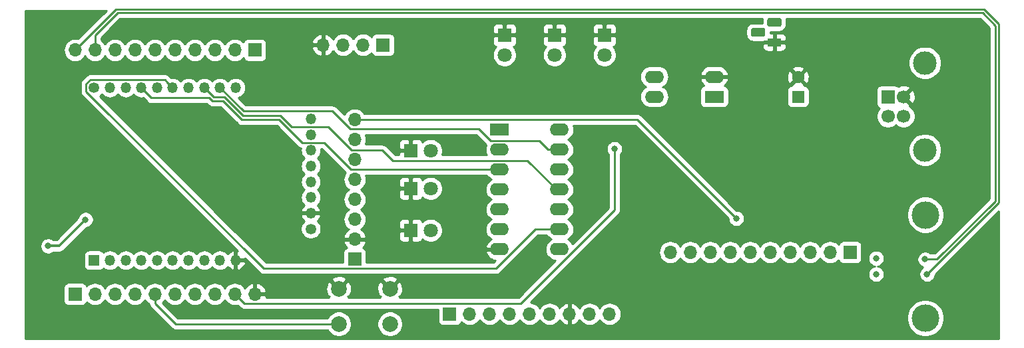
<source format=gbr>
%TF.GenerationSoftware,KiCad,Pcbnew,(5.1.0)-1*%
%TF.CreationDate,2019-07-09T03:29:53+01:00*%
%TF.ProjectId,SmartGluttonV1,536d6172-7447-46c7-9574-746f6e56312e,1.0*%
%TF.SameCoordinates,Original*%
%TF.FileFunction,Copper,L2,Bot*%
%TF.FilePolarity,Positive*%
%FSLAX46Y46*%
G04 Gerber Fmt 4.6, Leading zero omitted, Abs format (unit mm)*
G04 Created by KiCad (PCBNEW (5.1.0)-1) date 2019-07-09 03:29:53*
%MOMM*%
%LPD*%
G04 APERTURE LIST*
%ADD10O,1.700000X1.700000*%
%ADD11R,1.700000X1.700000*%
%ADD12C,1.700000*%
%ADD13C,3.000000*%
%ADD14O,1.350000X1.350000*%
%ADD15C,1.350000*%
%ADD16R,1.350000X1.350000*%
%ADD17C,3.500000*%
%ADD18O,2.400000X1.600000*%
%ADD19R,2.400000X1.600000*%
%ADD20R,1.800000X1.100000*%
%ADD21C,0.100000*%
%ADD22C,1.100000*%
%ADD23C,2.000000*%
%ADD24C,1.800000*%
%ADD25R,1.800000X1.800000*%
%ADD26C,1.600000*%
%ADD27R,1.600000X1.600000*%
%ADD28C,0.800000*%
%ADD29C,0.250000*%
%ADD30C,0.350000*%
%ADD31C,0.254000*%
G04 APERTURE END LIST*
D10*
X117886480Y-62214760D03*
X120426480Y-62214760D03*
X122966480Y-62214760D03*
D11*
X125506480Y-62214760D03*
X189712600Y-68808600D03*
D12*
X189712600Y-71308600D03*
X191712600Y-71308600D03*
X191712600Y-68808600D03*
D13*
X194422600Y-64508600D03*
X194422600Y-75608600D03*
D14*
X116330000Y-71660000D03*
X116330000Y-79660000D03*
X116330000Y-83660000D03*
X116330000Y-81660000D03*
X116330000Y-73660000D03*
X116330000Y-77660000D03*
X116330000Y-75660000D03*
D15*
X116330000Y-85660000D03*
D14*
X98770000Y-67670000D03*
X96770000Y-67670000D03*
D15*
X88770000Y-67670000D03*
D14*
X92770000Y-67670000D03*
X104770000Y-67670000D03*
X90770000Y-67670000D03*
X106770000Y-67670000D03*
X100770000Y-67670000D03*
X94770000Y-67670000D03*
X102770000Y-67670000D03*
D16*
X88770000Y-89670000D03*
D14*
X90770000Y-89670000D03*
X92770000Y-89670000D03*
X94770000Y-89670000D03*
X96770000Y-89670000D03*
X98770000Y-89670000D03*
X100770000Y-89670000D03*
X102770000Y-89670000D03*
X104770000Y-89670000D03*
X106770000Y-89670000D03*
D17*
X194468800Y-83879400D03*
X194468800Y-97019400D03*
D10*
X162052000Y-88646000D03*
X164592000Y-88646000D03*
X167132000Y-88646000D03*
X169672000Y-88646000D03*
X172212000Y-88646000D03*
X174752000Y-88646000D03*
X177292000Y-88646000D03*
X179832000Y-88646000D03*
X182372000Y-88646000D03*
D11*
X184912000Y-88646000D03*
D10*
X121920000Y-71755000D03*
X121920000Y-74295000D03*
X121920000Y-76835000D03*
X121920000Y-79375000D03*
X121920000Y-81915000D03*
X121920000Y-84455000D03*
X121920000Y-86995000D03*
D11*
X121920000Y-89535000D03*
D10*
X154305000Y-96520000D03*
X151765000Y-96520000D03*
X149225000Y-96520000D03*
X146685000Y-96520000D03*
X144145000Y-96520000D03*
X141605000Y-96520000D03*
X139065000Y-96520000D03*
X136525000Y-96520000D03*
D11*
X133985000Y-96520000D03*
D18*
X147955000Y-73025000D03*
X140335000Y-88265000D03*
X147955000Y-75565000D03*
X140335000Y-85725000D03*
X147955000Y-78105000D03*
X140335000Y-83185000D03*
X147955000Y-80645000D03*
X140335000Y-80645000D03*
X147955000Y-83185000D03*
X140335000Y-78105000D03*
X147955000Y-85725000D03*
X140335000Y-75565000D03*
X147955000Y-88265000D03*
D19*
X140335000Y-73025000D03*
D20*
X175279000Y-61874400D03*
D21*
G36*
X175930955Y-58785724D02*
G01*
X175957650Y-58789684D01*
X175983828Y-58796241D01*
X176009238Y-58805333D01*
X176033634Y-58816872D01*
X176056782Y-58830746D01*
X176078458Y-58846822D01*
X176098454Y-58864946D01*
X176116578Y-58884942D01*
X176132654Y-58906618D01*
X176146528Y-58929766D01*
X176158067Y-58954162D01*
X176167159Y-58979572D01*
X176173716Y-59005750D01*
X176177676Y-59032445D01*
X176179000Y-59059400D01*
X176179000Y-59609400D01*
X176177676Y-59636355D01*
X176173716Y-59663050D01*
X176167159Y-59689228D01*
X176158067Y-59714638D01*
X176146528Y-59739034D01*
X176132654Y-59762182D01*
X176116578Y-59783858D01*
X176098454Y-59803854D01*
X176078458Y-59821978D01*
X176056782Y-59838054D01*
X176033634Y-59851928D01*
X176009238Y-59863467D01*
X175983828Y-59872559D01*
X175957650Y-59879116D01*
X175930955Y-59883076D01*
X175904000Y-59884400D01*
X174654000Y-59884400D01*
X174627045Y-59883076D01*
X174600350Y-59879116D01*
X174574172Y-59872559D01*
X174548762Y-59863467D01*
X174524366Y-59851928D01*
X174501218Y-59838054D01*
X174479542Y-59821978D01*
X174459546Y-59803854D01*
X174441422Y-59783858D01*
X174425346Y-59762182D01*
X174411472Y-59739034D01*
X174399933Y-59714638D01*
X174390841Y-59689228D01*
X174384284Y-59663050D01*
X174380324Y-59636355D01*
X174379000Y-59609400D01*
X174379000Y-59059400D01*
X174380324Y-59032445D01*
X174384284Y-59005750D01*
X174390841Y-58979572D01*
X174399933Y-58954162D01*
X174411472Y-58929766D01*
X174425346Y-58906618D01*
X174441422Y-58884942D01*
X174459546Y-58864946D01*
X174479542Y-58846822D01*
X174501218Y-58830746D01*
X174524366Y-58816872D01*
X174548762Y-58805333D01*
X174574172Y-58796241D01*
X174600350Y-58789684D01*
X174627045Y-58785724D01*
X174654000Y-58784400D01*
X175904000Y-58784400D01*
X175930955Y-58785724D01*
X175930955Y-58785724D01*
G37*
D22*
X175279000Y-59334400D03*
D21*
G36*
X173860955Y-60055724D02*
G01*
X173887650Y-60059684D01*
X173913828Y-60066241D01*
X173939238Y-60075333D01*
X173963634Y-60086872D01*
X173986782Y-60100746D01*
X174008458Y-60116822D01*
X174028454Y-60134946D01*
X174046578Y-60154942D01*
X174062654Y-60176618D01*
X174076528Y-60199766D01*
X174088067Y-60224162D01*
X174097159Y-60249572D01*
X174103716Y-60275750D01*
X174107676Y-60302445D01*
X174109000Y-60329400D01*
X174109000Y-60879400D01*
X174107676Y-60906355D01*
X174103716Y-60933050D01*
X174097159Y-60959228D01*
X174088067Y-60984638D01*
X174076528Y-61009034D01*
X174062654Y-61032182D01*
X174046578Y-61053858D01*
X174028454Y-61073854D01*
X174008458Y-61091978D01*
X173986782Y-61108054D01*
X173963634Y-61121928D01*
X173939238Y-61133467D01*
X173913828Y-61142559D01*
X173887650Y-61149116D01*
X173860955Y-61153076D01*
X173834000Y-61154400D01*
X172584000Y-61154400D01*
X172557045Y-61153076D01*
X172530350Y-61149116D01*
X172504172Y-61142559D01*
X172478762Y-61133467D01*
X172454366Y-61121928D01*
X172431218Y-61108054D01*
X172409542Y-61091978D01*
X172389546Y-61073854D01*
X172371422Y-61053858D01*
X172355346Y-61032182D01*
X172341472Y-61009034D01*
X172329933Y-60984638D01*
X172320841Y-60959228D01*
X172314284Y-60933050D01*
X172310324Y-60906355D01*
X172309000Y-60879400D01*
X172309000Y-60329400D01*
X172310324Y-60302445D01*
X172314284Y-60275750D01*
X172320841Y-60249572D01*
X172329933Y-60224162D01*
X172341472Y-60199766D01*
X172355346Y-60176618D01*
X172371422Y-60154942D01*
X172389546Y-60134946D01*
X172409542Y-60116822D01*
X172431218Y-60100746D01*
X172454366Y-60086872D01*
X172478762Y-60075333D01*
X172504172Y-60066241D01*
X172530350Y-60059684D01*
X172557045Y-60055724D01*
X172584000Y-60054400D01*
X173834000Y-60054400D01*
X173860955Y-60055724D01*
X173860955Y-60055724D01*
G37*
D22*
X173209000Y-60604400D03*
D23*
X119888000Y-97790000D03*
X119888000Y-93290000D03*
X126388000Y-97790000D03*
X126388000Y-93290000D03*
D18*
X160020000Y-68808600D03*
X167640000Y-66268600D03*
X160020000Y-66268600D03*
D19*
X167640000Y-68808600D03*
D10*
X109220000Y-93980000D03*
X106680000Y-93980000D03*
X104140000Y-93980000D03*
X101600000Y-93980000D03*
X99060000Y-93980000D03*
X96520000Y-93980000D03*
X93980000Y-93980000D03*
X91440000Y-93980000D03*
X88900000Y-93980000D03*
D11*
X86360000Y-93980000D03*
D10*
X86360000Y-62865000D03*
X88900000Y-62865000D03*
X91440000Y-62865000D03*
X93980000Y-62865000D03*
X96520000Y-62865000D03*
X99060000Y-62865000D03*
X101600000Y-62865000D03*
X104140000Y-62865000D03*
X106680000Y-62865000D03*
D11*
X109220000Y-62865000D03*
D24*
X153670000Y-63500000D03*
D25*
X153670000Y-60960000D03*
D24*
X147320000Y-63500000D03*
D25*
X147320000Y-60960000D03*
D24*
X140970000Y-63500000D03*
D25*
X140970000Y-60960000D03*
D24*
X131572000Y-85852000D03*
D25*
X129032000Y-85852000D03*
D24*
X131572000Y-80518000D03*
D25*
X129032000Y-80518000D03*
D24*
X131572000Y-75692000D03*
D25*
X129032000Y-75692000D03*
D26*
X178282600Y-66308600D03*
D27*
X178282600Y-68808600D03*
D28*
X171297600Y-75920600D03*
X183311800Y-71297800D03*
X196418200Y-61036200D03*
X188073100Y-94855100D03*
X171932600Y-81305400D03*
X143129000Y-90297000D03*
X170434000Y-84328000D03*
X188214000Y-91440000D03*
X194691000Y-91440000D03*
X188214000Y-89408000D03*
X194437000Y-89535000D03*
X154945080Y-75458320D03*
X82925920Y-87843360D03*
X87675720Y-84485480D03*
D29*
X118473787Y-97790000D02*
X119888000Y-97790000D01*
X99127919Y-97790000D02*
X118473787Y-97790000D01*
X96520000Y-95182081D02*
X99127919Y-97790000D01*
X96520000Y-93980000D02*
X96520000Y-95182081D01*
X157861000Y-71755000D02*
X121920000Y-71755000D01*
X170434000Y-84328000D02*
X157861000Y-71755000D01*
X91567000Y-57658000D02*
X193675000Y-57658000D01*
X86360000Y-62865000D02*
X91567000Y-57658000D01*
X193675000Y-57658000D02*
X201930000Y-57658000D01*
X201930000Y-57658000D02*
X203835000Y-59563000D01*
X203835000Y-59563000D02*
X203835000Y-77470000D01*
X203835000Y-77470000D02*
X203835000Y-80645000D01*
X203835000Y-80645000D02*
X203835000Y-82296000D01*
X203835000Y-82296000D02*
X194691000Y-91440000D01*
X188214000Y-91440000D02*
X188214000Y-91440000D01*
X194691000Y-91440000D02*
X194691000Y-91440000D01*
X188214000Y-89408000D02*
X188214000Y-89408000D01*
X194437000Y-89535000D02*
X194437000Y-89535000D01*
X195959590Y-89535000D02*
X194437000Y-89535000D01*
X88900000Y-60961410D02*
X91753400Y-58108010D01*
X88900000Y-62865000D02*
X88900000Y-60961410D01*
X91753400Y-58108010D02*
X201743600Y-58108010D01*
X201743600Y-58108010D02*
X203384990Y-59749400D01*
X203384990Y-59749400D02*
X203384990Y-82109600D01*
X203384990Y-82109600D02*
X195959590Y-89535000D01*
X96061000Y-68961000D02*
X94770000Y-67670000D01*
X103424590Y-68961000D02*
X96061000Y-68961000D01*
X140335000Y-78105000D02*
X121450998Y-78105000D01*
X105167395Y-69340215D02*
X107582180Y-71755000D01*
X103424590Y-68961000D02*
X103803805Y-69340215D01*
X103803805Y-69340215D02*
X105167395Y-69340215D01*
X118005998Y-74660000D02*
X121450998Y-78105000D01*
X115213588Y-74660000D02*
X118005998Y-74660000D01*
X112308588Y-71755000D02*
X115213588Y-74660000D01*
X107582180Y-71755000D02*
X112308588Y-71755000D01*
X97769999Y-66669999D02*
X98095001Y-66995001D01*
X88289999Y-66669999D02*
X97769999Y-66669999D01*
X87769999Y-67189999D02*
X88289999Y-66669999D01*
X87769999Y-68150001D02*
X87769999Y-67189999D01*
X98095001Y-66995001D02*
X98770000Y-67670000D01*
X110329999Y-90710001D02*
X87769999Y-68150001D01*
X139881003Y-90710001D02*
X110329999Y-90710001D01*
X144866004Y-85725000D02*
X139881003Y-90710001D01*
X147955000Y-85725000D02*
X144866004Y-85725000D01*
X147555000Y-80645000D02*
X147955000Y-80645000D01*
X143889990Y-76979990D02*
X147555000Y-80645000D01*
X126763990Y-76979990D02*
X143889990Y-76979990D01*
X125443999Y-75659999D02*
X126763990Y-76979990D01*
X118545998Y-72660000D02*
X121545997Y-75659999D01*
X102770000Y-67670000D02*
X103990205Y-68890205D01*
X121545997Y-75659999D02*
X125443999Y-75659999D01*
X103990205Y-68890205D02*
X105353795Y-68890205D01*
X105353795Y-68890205D02*
X107710590Y-71247000D01*
X107710590Y-71247000D02*
X112436998Y-71247000D01*
X112436998Y-71247000D02*
X113849998Y-72660000D01*
X113849998Y-72660000D02*
X118545998Y-72660000D01*
X146505000Y-75565000D02*
X147955000Y-75565000D01*
X145379990Y-74439990D02*
X146505000Y-75565000D01*
X139164988Y-74439990D02*
X145379990Y-74439990D01*
X137654999Y-72930001D02*
X139164988Y-74439990D01*
X121355999Y-72930001D02*
X137654999Y-72930001D01*
X119085997Y-70659999D02*
X121355999Y-72930001D01*
X107759999Y-70659999D02*
X119085997Y-70659999D01*
X104770000Y-67670000D02*
X107759999Y-70659999D01*
X107529999Y-94829999D02*
X106680000Y-93980000D01*
X107855001Y-95155001D02*
X107529999Y-94829999D01*
X143056003Y-95155001D02*
X107855001Y-95155001D01*
X154945080Y-83265924D02*
X143056003Y-95155001D01*
X154945080Y-75458320D02*
X154945080Y-83265924D01*
D30*
X82925920Y-87843360D02*
X84317840Y-87843360D01*
X84317840Y-87843360D02*
X87675720Y-84485480D01*
X87675720Y-84485480D02*
X87675720Y-84485480D01*
D31*
G36*
X86725996Y-61424203D02*
G01*
X86651111Y-61401487D01*
X86432950Y-61380000D01*
X86287050Y-61380000D01*
X86068889Y-61401487D01*
X85788966Y-61486401D01*
X85530986Y-61624294D01*
X85304866Y-61809866D01*
X85119294Y-62035986D01*
X84981401Y-62293966D01*
X84896487Y-62573889D01*
X84867815Y-62865000D01*
X84896487Y-63156111D01*
X84981401Y-63436034D01*
X85119294Y-63694014D01*
X85304866Y-63920134D01*
X85530986Y-64105706D01*
X85788966Y-64243599D01*
X86068889Y-64328513D01*
X86287050Y-64350000D01*
X86432950Y-64350000D01*
X86651111Y-64328513D01*
X86931034Y-64243599D01*
X87189014Y-64105706D01*
X87415134Y-63920134D01*
X87600706Y-63694014D01*
X87630000Y-63639209D01*
X87659294Y-63694014D01*
X87844866Y-63920134D01*
X88070986Y-64105706D01*
X88328966Y-64243599D01*
X88608889Y-64328513D01*
X88827050Y-64350000D01*
X88972950Y-64350000D01*
X89191111Y-64328513D01*
X89471034Y-64243599D01*
X89729014Y-64105706D01*
X89955134Y-63920134D01*
X90140706Y-63694014D01*
X90170000Y-63639209D01*
X90199294Y-63694014D01*
X90384866Y-63920134D01*
X90610986Y-64105706D01*
X90868966Y-64243599D01*
X91148889Y-64328513D01*
X91367050Y-64350000D01*
X91512950Y-64350000D01*
X91731111Y-64328513D01*
X92011034Y-64243599D01*
X92269014Y-64105706D01*
X92495134Y-63920134D01*
X92680706Y-63694014D01*
X92710000Y-63639209D01*
X92739294Y-63694014D01*
X92924866Y-63920134D01*
X93150986Y-64105706D01*
X93408966Y-64243599D01*
X93688889Y-64328513D01*
X93907050Y-64350000D01*
X94052950Y-64350000D01*
X94271111Y-64328513D01*
X94551034Y-64243599D01*
X94809014Y-64105706D01*
X95035134Y-63920134D01*
X95220706Y-63694014D01*
X95250000Y-63639209D01*
X95279294Y-63694014D01*
X95464866Y-63920134D01*
X95690986Y-64105706D01*
X95948966Y-64243599D01*
X96228889Y-64328513D01*
X96447050Y-64350000D01*
X96592950Y-64350000D01*
X96811111Y-64328513D01*
X97091034Y-64243599D01*
X97349014Y-64105706D01*
X97575134Y-63920134D01*
X97760706Y-63694014D01*
X97790000Y-63639209D01*
X97819294Y-63694014D01*
X98004866Y-63920134D01*
X98230986Y-64105706D01*
X98488966Y-64243599D01*
X98768889Y-64328513D01*
X98987050Y-64350000D01*
X99132950Y-64350000D01*
X99351111Y-64328513D01*
X99631034Y-64243599D01*
X99889014Y-64105706D01*
X100115134Y-63920134D01*
X100300706Y-63694014D01*
X100330000Y-63639209D01*
X100359294Y-63694014D01*
X100544866Y-63920134D01*
X100770986Y-64105706D01*
X101028966Y-64243599D01*
X101308889Y-64328513D01*
X101527050Y-64350000D01*
X101672950Y-64350000D01*
X101891111Y-64328513D01*
X102171034Y-64243599D01*
X102429014Y-64105706D01*
X102655134Y-63920134D01*
X102840706Y-63694014D01*
X102870000Y-63639209D01*
X102899294Y-63694014D01*
X103084866Y-63920134D01*
X103310986Y-64105706D01*
X103568966Y-64243599D01*
X103848889Y-64328513D01*
X104067050Y-64350000D01*
X104212950Y-64350000D01*
X104431111Y-64328513D01*
X104711034Y-64243599D01*
X104969014Y-64105706D01*
X105195134Y-63920134D01*
X105380706Y-63694014D01*
X105410000Y-63639209D01*
X105439294Y-63694014D01*
X105624866Y-63920134D01*
X105850986Y-64105706D01*
X106108966Y-64243599D01*
X106388889Y-64328513D01*
X106607050Y-64350000D01*
X106752950Y-64350000D01*
X106971111Y-64328513D01*
X107251034Y-64243599D01*
X107509014Y-64105706D01*
X107735134Y-63920134D01*
X107759607Y-63890313D01*
X107780498Y-63959180D01*
X107839463Y-64069494D01*
X107918815Y-64166185D01*
X108015506Y-64245537D01*
X108125820Y-64304502D01*
X108245518Y-64340812D01*
X108370000Y-64353072D01*
X110070000Y-64353072D01*
X110194482Y-64340812D01*
X110314180Y-64304502D01*
X110424494Y-64245537D01*
X110521185Y-64166185D01*
X110600537Y-64069494D01*
X110659502Y-63959180D01*
X110695812Y-63839482D01*
X110708072Y-63715000D01*
X110708072Y-62571651D01*
X116444999Y-62571651D01*
X116542323Y-62846012D01*
X116691302Y-63096115D01*
X116886211Y-63312348D01*
X117119560Y-63486401D01*
X117382381Y-63611585D01*
X117529590Y-63656236D01*
X117759480Y-63534915D01*
X117759480Y-62341760D01*
X116565666Y-62341760D01*
X116444999Y-62571651D01*
X110708072Y-62571651D01*
X110708072Y-62015000D01*
X110695812Y-61890518D01*
X110685909Y-61857869D01*
X116444999Y-61857869D01*
X116565666Y-62087760D01*
X117759480Y-62087760D01*
X117759480Y-60894605D01*
X118013480Y-60894605D01*
X118013480Y-62087760D01*
X118033480Y-62087760D01*
X118033480Y-62341760D01*
X118013480Y-62341760D01*
X118013480Y-63534915D01*
X118243370Y-63656236D01*
X118390579Y-63611585D01*
X118653400Y-63486401D01*
X118886749Y-63312348D01*
X119081658Y-63096115D01*
X119151279Y-62979237D01*
X119185774Y-63043774D01*
X119371346Y-63269894D01*
X119597466Y-63455466D01*
X119855446Y-63593359D01*
X120135369Y-63678273D01*
X120353530Y-63699760D01*
X120499430Y-63699760D01*
X120717591Y-63678273D01*
X120997514Y-63593359D01*
X121255494Y-63455466D01*
X121481614Y-63269894D01*
X121667186Y-63043774D01*
X121696480Y-62988969D01*
X121725774Y-63043774D01*
X121911346Y-63269894D01*
X122137466Y-63455466D01*
X122395446Y-63593359D01*
X122675369Y-63678273D01*
X122893530Y-63699760D01*
X123039430Y-63699760D01*
X123257591Y-63678273D01*
X123537514Y-63593359D01*
X123795494Y-63455466D01*
X124021614Y-63269894D01*
X124046087Y-63240073D01*
X124066978Y-63308940D01*
X124125943Y-63419254D01*
X124205295Y-63515945D01*
X124301986Y-63595297D01*
X124412300Y-63654262D01*
X124531998Y-63690572D01*
X124656480Y-63702832D01*
X126356480Y-63702832D01*
X126480962Y-63690572D01*
X126600660Y-63654262D01*
X126710974Y-63595297D01*
X126807665Y-63515945D01*
X126887017Y-63419254D01*
X126945982Y-63308940D01*
X126982292Y-63189242D01*
X126994552Y-63064760D01*
X126994552Y-61860000D01*
X139431928Y-61860000D01*
X139444188Y-61984482D01*
X139480498Y-62104180D01*
X139539463Y-62214494D01*
X139618815Y-62311185D01*
X139715506Y-62390537D01*
X139825820Y-62449502D01*
X139844127Y-62455056D01*
X139777688Y-62521495D01*
X139609701Y-62772905D01*
X139493989Y-63052257D01*
X139435000Y-63348816D01*
X139435000Y-63651184D01*
X139493989Y-63947743D01*
X139609701Y-64227095D01*
X139777688Y-64478505D01*
X139991495Y-64692312D01*
X140242905Y-64860299D01*
X140522257Y-64976011D01*
X140818816Y-65035000D01*
X141121184Y-65035000D01*
X141417743Y-64976011D01*
X141697095Y-64860299D01*
X141948505Y-64692312D01*
X142162312Y-64478505D01*
X142330299Y-64227095D01*
X142446011Y-63947743D01*
X142505000Y-63651184D01*
X142505000Y-63348816D01*
X142446011Y-63052257D01*
X142330299Y-62772905D01*
X142162312Y-62521495D01*
X142095873Y-62455056D01*
X142114180Y-62449502D01*
X142224494Y-62390537D01*
X142321185Y-62311185D01*
X142400537Y-62214494D01*
X142459502Y-62104180D01*
X142495812Y-61984482D01*
X142508072Y-61860000D01*
X145781928Y-61860000D01*
X145794188Y-61984482D01*
X145830498Y-62104180D01*
X145889463Y-62214494D01*
X145968815Y-62311185D01*
X146065506Y-62390537D01*
X146175820Y-62449502D01*
X146194127Y-62455056D01*
X146127688Y-62521495D01*
X145959701Y-62772905D01*
X145843989Y-63052257D01*
X145785000Y-63348816D01*
X145785000Y-63651184D01*
X145843989Y-63947743D01*
X145959701Y-64227095D01*
X146127688Y-64478505D01*
X146341495Y-64692312D01*
X146592905Y-64860299D01*
X146872257Y-64976011D01*
X147168816Y-65035000D01*
X147471184Y-65035000D01*
X147767743Y-64976011D01*
X148047095Y-64860299D01*
X148298505Y-64692312D01*
X148512312Y-64478505D01*
X148680299Y-64227095D01*
X148796011Y-63947743D01*
X148855000Y-63651184D01*
X148855000Y-63348816D01*
X148796011Y-63052257D01*
X148680299Y-62772905D01*
X148512312Y-62521495D01*
X148445873Y-62455056D01*
X148464180Y-62449502D01*
X148574494Y-62390537D01*
X148671185Y-62311185D01*
X148750537Y-62214494D01*
X148809502Y-62104180D01*
X148845812Y-61984482D01*
X148858072Y-61860000D01*
X152131928Y-61860000D01*
X152144188Y-61984482D01*
X152180498Y-62104180D01*
X152239463Y-62214494D01*
X152318815Y-62311185D01*
X152415506Y-62390537D01*
X152525820Y-62449502D01*
X152544127Y-62455056D01*
X152477688Y-62521495D01*
X152309701Y-62772905D01*
X152193989Y-63052257D01*
X152135000Y-63348816D01*
X152135000Y-63651184D01*
X152193989Y-63947743D01*
X152309701Y-64227095D01*
X152477688Y-64478505D01*
X152691495Y-64692312D01*
X152942905Y-64860299D01*
X153222257Y-64976011D01*
X153518816Y-65035000D01*
X153821184Y-65035000D01*
X154117743Y-64976011D01*
X154397095Y-64860299D01*
X154648505Y-64692312D01*
X154862312Y-64478505D01*
X154982707Y-64298321D01*
X192287600Y-64298321D01*
X192287600Y-64718879D01*
X192369647Y-65131356D01*
X192530588Y-65519902D01*
X192764237Y-65869583D01*
X193061617Y-66166963D01*
X193411298Y-66400612D01*
X193799844Y-66561553D01*
X194212321Y-66643600D01*
X194632879Y-66643600D01*
X195045356Y-66561553D01*
X195433902Y-66400612D01*
X195783583Y-66166963D01*
X196080963Y-65869583D01*
X196314612Y-65519902D01*
X196475553Y-65131356D01*
X196557600Y-64718879D01*
X196557600Y-64298321D01*
X196475553Y-63885844D01*
X196314612Y-63497298D01*
X196080963Y-63147617D01*
X195783583Y-62850237D01*
X195433902Y-62616588D01*
X195045356Y-62455647D01*
X194632879Y-62373600D01*
X194212321Y-62373600D01*
X193799844Y-62455647D01*
X193411298Y-62616588D01*
X193061617Y-62850237D01*
X192764237Y-63147617D01*
X192530588Y-63497298D01*
X192369647Y-63885844D01*
X192287600Y-64298321D01*
X154982707Y-64298321D01*
X155030299Y-64227095D01*
X155146011Y-63947743D01*
X155205000Y-63651184D01*
X155205000Y-63348816D01*
X155146011Y-63052257D01*
X155030299Y-62772905D01*
X154862312Y-62521495D01*
X154795873Y-62455056D01*
X154814180Y-62449502D01*
X154861141Y-62424400D01*
X173740928Y-62424400D01*
X173753188Y-62548882D01*
X173789498Y-62668580D01*
X173848463Y-62778894D01*
X173927815Y-62875585D01*
X174024506Y-62954937D01*
X174134820Y-63013902D01*
X174254518Y-63050212D01*
X174379000Y-63062472D01*
X174993250Y-63059400D01*
X175152000Y-62900650D01*
X175152000Y-62001400D01*
X175406000Y-62001400D01*
X175406000Y-62900650D01*
X175564750Y-63059400D01*
X176179000Y-63062472D01*
X176303482Y-63050212D01*
X176423180Y-63013902D01*
X176533494Y-62954937D01*
X176630185Y-62875585D01*
X176709537Y-62778894D01*
X176768502Y-62668580D01*
X176804812Y-62548882D01*
X176817072Y-62424400D01*
X176814000Y-62160150D01*
X176655250Y-62001400D01*
X175406000Y-62001400D01*
X175152000Y-62001400D01*
X173902750Y-62001400D01*
X173744000Y-62160150D01*
X173740928Y-62424400D01*
X154861141Y-62424400D01*
X154924494Y-62390537D01*
X155021185Y-62311185D01*
X155100537Y-62214494D01*
X155159502Y-62104180D01*
X155195812Y-61984482D01*
X155208072Y-61860000D01*
X155205000Y-61245750D01*
X155046250Y-61087000D01*
X153797000Y-61087000D01*
X153797000Y-61107000D01*
X153543000Y-61107000D01*
X153543000Y-61087000D01*
X152293750Y-61087000D01*
X152135000Y-61245750D01*
X152131928Y-61860000D01*
X148858072Y-61860000D01*
X148855000Y-61245750D01*
X148696250Y-61087000D01*
X147447000Y-61087000D01*
X147447000Y-61107000D01*
X147193000Y-61107000D01*
X147193000Y-61087000D01*
X145943750Y-61087000D01*
X145785000Y-61245750D01*
X145781928Y-61860000D01*
X142508072Y-61860000D01*
X142505000Y-61245750D01*
X142346250Y-61087000D01*
X141097000Y-61087000D01*
X141097000Y-61107000D01*
X140843000Y-61107000D01*
X140843000Y-61087000D01*
X139593750Y-61087000D01*
X139435000Y-61245750D01*
X139431928Y-61860000D01*
X126994552Y-61860000D01*
X126994552Y-61364760D01*
X126982292Y-61240278D01*
X126945982Y-61120580D01*
X126887017Y-61010266D01*
X126807665Y-60913575D01*
X126710974Y-60834223D01*
X126600660Y-60775258D01*
X126480962Y-60738948D01*
X126356480Y-60726688D01*
X124656480Y-60726688D01*
X124531998Y-60738948D01*
X124412300Y-60775258D01*
X124301986Y-60834223D01*
X124205295Y-60913575D01*
X124125943Y-61010266D01*
X124066978Y-61120580D01*
X124046087Y-61189447D01*
X124021614Y-61159626D01*
X123795494Y-60974054D01*
X123537514Y-60836161D01*
X123257591Y-60751247D01*
X123039430Y-60729760D01*
X122893530Y-60729760D01*
X122675369Y-60751247D01*
X122395446Y-60836161D01*
X122137466Y-60974054D01*
X121911346Y-61159626D01*
X121725774Y-61385746D01*
X121696480Y-61440551D01*
X121667186Y-61385746D01*
X121481614Y-61159626D01*
X121255494Y-60974054D01*
X120997514Y-60836161D01*
X120717591Y-60751247D01*
X120499430Y-60729760D01*
X120353530Y-60729760D01*
X120135369Y-60751247D01*
X119855446Y-60836161D01*
X119597466Y-60974054D01*
X119371346Y-61159626D01*
X119185774Y-61385746D01*
X119151279Y-61450283D01*
X119081658Y-61333405D01*
X118886749Y-61117172D01*
X118653400Y-60943119D01*
X118390579Y-60817935D01*
X118243370Y-60773284D01*
X118013480Y-60894605D01*
X117759480Y-60894605D01*
X117529590Y-60773284D01*
X117382381Y-60817935D01*
X117119560Y-60943119D01*
X116886211Y-61117172D01*
X116691302Y-61333405D01*
X116542323Y-61583508D01*
X116444999Y-61857869D01*
X110685909Y-61857869D01*
X110659502Y-61770820D01*
X110600537Y-61660506D01*
X110521185Y-61563815D01*
X110424494Y-61484463D01*
X110314180Y-61425498D01*
X110194482Y-61389188D01*
X110070000Y-61376928D01*
X108370000Y-61376928D01*
X108245518Y-61389188D01*
X108125820Y-61425498D01*
X108015506Y-61484463D01*
X107918815Y-61563815D01*
X107839463Y-61660506D01*
X107780498Y-61770820D01*
X107759607Y-61839687D01*
X107735134Y-61809866D01*
X107509014Y-61624294D01*
X107251034Y-61486401D01*
X106971111Y-61401487D01*
X106752950Y-61380000D01*
X106607050Y-61380000D01*
X106388889Y-61401487D01*
X106108966Y-61486401D01*
X105850986Y-61624294D01*
X105624866Y-61809866D01*
X105439294Y-62035986D01*
X105410000Y-62090791D01*
X105380706Y-62035986D01*
X105195134Y-61809866D01*
X104969014Y-61624294D01*
X104711034Y-61486401D01*
X104431111Y-61401487D01*
X104212950Y-61380000D01*
X104067050Y-61380000D01*
X103848889Y-61401487D01*
X103568966Y-61486401D01*
X103310986Y-61624294D01*
X103084866Y-61809866D01*
X102899294Y-62035986D01*
X102870000Y-62090791D01*
X102840706Y-62035986D01*
X102655134Y-61809866D01*
X102429014Y-61624294D01*
X102171034Y-61486401D01*
X101891111Y-61401487D01*
X101672950Y-61380000D01*
X101527050Y-61380000D01*
X101308889Y-61401487D01*
X101028966Y-61486401D01*
X100770986Y-61624294D01*
X100544866Y-61809866D01*
X100359294Y-62035986D01*
X100330000Y-62090791D01*
X100300706Y-62035986D01*
X100115134Y-61809866D01*
X99889014Y-61624294D01*
X99631034Y-61486401D01*
X99351111Y-61401487D01*
X99132950Y-61380000D01*
X98987050Y-61380000D01*
X98768889Y-61401487D01*
X98488966Y-61486401D01*
X98230986Y-61624294D01*
X98004866Y-61809866D01*
X97819294Y-62035986D01*
X97790000Y-62090791D01*
X97760706Y-62035986D01*
X97575134Y-61809866D01*
X97349014Y-61624294D01*
X97091034Y-61486401D01*
X96811111Y-61401487D01*
X96592950Y-61380000D01*
X96447050Y-61380000D01*
X96228889Y-61401487D01*
X95948966Y-61486401D01*
X95690986Y-61624294D01*
X95464866Y-61809866D01*
X95279294Y-62035986D01*
X95250000Y-62090791D01*
X95220706Y-62035986D01*
X95035134Y-61809866D01*
X94809014Y-61624294D01*
X94551034Y-61486401D01*
X94271111Y-61401487D01*
X94052950Y-61380000D01*
X93907050Y-61380000D01*
X93688889Y-61401487D01*
X93408966Y-61486401D01*
X93150986Y-61624294D01*
X92924866Y-61809866D01*
X92739294Y-62035986D01*
X92710000Y-62090791D01*
X92680706Y-62035986D01*
X92495134Y-61809866D01*
X92269014Y-61624294D01*
X92011034Y-61486401D01*
X91731111Y-61401487D01*
X91512950Y-61380000D01*
X91367050Y-61380000D01*
X91148889Y-61401487D01*
X90868966Y-61486401D01*
X90610986Y-61624294D01*
X90384866Y-61809866D01*
X90199294Y-62035986D01*
X90170000Y-62090791D01*
X90140706Y-62035986D01*
X89955134Y-61809866D01*
X89729014Y-61624294D01*
X89660000Y-61587405D01*
X89660000Y-61276211D01*
X90876211Y-60060000D01*
X139431928Y-60060000D01*
X139435000Y-60674250D01*
X139593750Y-60833000D01*
X140843000Y-60833000D01*
X140843000Y-59583750D01*
X141097000Y-59583750D01*
X141097000Y-60833000D01*
X142346250Y-60833000D01*
X142505000Y-60674250D01*
X142508072Y-60060000D01*
X145781928Y-60060000D01*
X145785000Y-60674250D01*
X145943750Y-60833000D01*
X147193000Y-60833000D01*
X147193000Y-59583750D01*
X147447000Y-59583750D01*
X147447000Y-60833000D01*
X148696250Y-60833000D01*
X148855000Y-60674250D01*
X148858072Y-60060000D01*
X152131928Y-60060000D01*
X152135000Y-60674250D01*
X152293750Y-60833000D01*
X153543000Y-60833000D01*
X153543000Y-59583750D01*
X153797000Y-59583750D01*
X153797000Y-60833000D01*
X155046250Y-60833000D01*
X155205000Y-60674250D01*
X155208072Y-60060000D01*
X155195812Y-59935518D01*
X155159502Y-59815820D01*
X155100537Y-59705506D01*
X155021185Y-59608815D01*
X154924494Y-59529463D01*
X154814180Y-59470498D01*
X154694482Y-59434188D01*
X154570000Y-59421928D01*
X153955750Y-59425000D01*
X153797000Y-59583750D01*
X153543000Y-59583750D01*
X153384250Y-59425000D01*
X152770000Y-59421928D01*
X152645518Y-59434188D01*
X152525820Y-59470498D01*
X152415506Y-59529463D01*
X152318815Y-59608815D01*
X152239463Y-59705506D01*
X152180498Y-59815820D01*
X152144188Y-59935518D01*
X152131928Y-60060000D01*
X148858072Y-60060000D01*
X148845812Y-59935518D01*
X148809502Y-59815820D01*
X148750537Y-59705506D01*
X148671185Y-59608815D01*
X148574494Y-59529463D01*
X148464180Y-59470498D01*
X148344482Y-59434188D01*
X148220000Y-59421928D01*
X147605750Y-59425000D01*
X147447000Y-59583750D01*
X147193000Y-59583750D01*
X147034250Y-59425000D01*
X146420000Y-59421928D01*
X146295518Y-59434188D01*
X146175820Y-59470498D01*
X146065506Y-59529463D01*
X145968815Y-59608815D01*
X145889463Y-59705506D01*
X145830498Y-59815820D01*
X145794188Y-59935518D01*
X145781928Y-60060000D01*
X142508072Y-60060000D01*
X142495812Y-59935518D01*
X142459502Y-59815820D01*
X142400537Y-59705506D01*
X142321185Y-59608815D01*
X142224494Y-59529463D01*
X142114180Y-59470498D01*
X141994482Y-59434188D01*
X141870000Y-59421928D01*
X141255750Y-59425000D01*
X141097000Y-59583750D01*
X140843000Y-59583750D01*
X140684250Y-59425000D01*
X140070000Y-59421928D01*
X139945518Y-59434188D01*
X139825820Y-59470498D01*
X139715506Y-59529463D01*
X139618815Y-59608815D01*
X139539463Y-59705506D01*
X139480498Y-59815820D01*
X139444188Y-59935518D01*
X139431928Y-60060000D01*
X90876211Y-60060000D01*
X92068202Y-58868010D01*
X173762494Y-58868010D01*
X173758472Y-58881268D01*
X173740928Y-59059400D01*
X173740928Y-59416328D01*
X172584000Y-59416328D01*
X172405868Y-59433872D01*
X172234582Y-59485831D01*
X172076724Y-59570208D01*
X171938361Y-59683761D01*
X171824808Y-59822124D01*
X171740431Y-59979982D01*
X171688472Y-60151268D01*
X171670928Y-60329400D01*
X171670928Y-60879400D01*
X171688472Y-61057532D01*
X171740431Y-61228818D01*
X171824808Y-61386676D01*
X171938361Y-61525039D01*
X172076724Y-61638592D01*
X172234582Y-61722969D01*
X172405868Y-61774928D01*
X172584000Y-61792472D01*
X173834000Y-61792472D01*
X174012132Y-61774928D01*
X174102880Y-61747400D01*
X175152000Y-61747400D01*
X175152000Y-60848150D01*
X175406000Y-60848150D01*
X175406000Y-61747400D01*
X176655250Y-61747400D01*
X176814000Y-61588650D01*
X176817072Y-61324400D01*
X176804812Y-61199918D01*
X176768502Y-61080220D01*
X176709537Y-60969906D01*
X176630185Y-60873215D01*
X176533494Y-60793863D01*
X176423180Y-60734898D01*
X176303482Y-60698588D01*
X176179000Y-60686328D01*
X175564750Y-60689400D01*
X175406000Y-60848150D01*
X175152000Y-60848150D01*
X174993250Y-60689400D01*
X174747072Y-60688169D01*
X174747072Y-60522472D01*
X175904000Y-60522472D01*
X176082132Y-60504928D01*
X176253418Y-60452969D01*
X176411276Y-60368592D01*
X176549639Y-60255039D01*
X176663192Y-60116676D01*
X176747569Y-59958818D01*
X176799528Y-59787532D01*
X176817072Y-59609400D01*
X176817072Y-59059400D01*
X176799528Y-58881268D01*
X176795506Y-58868010D01*
X201428799Y-58868010D01*
X202624990Y-60064202D01*
X202624991Y-81794796D01*
X195644789Y-88775000D01*
X195140711Y-88775000D01*
X195096774Y-88731063D01*
X194927256Y-88617795D01*
X194738898Y-88539774D01*
X194538939Y-88500000D01*
X194335061Y-88500000D01*
X194135102Y-88539774D01*
X193946744Y-88617795D01*
X193777226Y-88731063D01*
X193633063Y-88875226D01*
X193519795Y-89044744D01*
X193441774Y-89233102D01*
X193402000Y-89433061D01*
X193402000Y-89636939D01*
X193441774Y-89836898D01*
X193519795Y-90025256D01*
X193633063Y-90194774D01*
X193777226Y-90338937D01*
X193946744Y-90452205D01*
X194135102Y-90530226D01*
X194177116Y-90538583D01*
X194031226Y-90636063D01*
X193887063Y-90780226D01*
X193773795Y-90949744D01*
X193695774Y-91138102D01*
X193656000Y-91338061D01*
X193656000Y-91541939D01*
X193695774Y-91741898D01*
X193773795Y-91930256D01*
X193887063Y-92099774D01*
X194031226Y-92243937D01*
X194200744Y-92357205D01*
X194389102Y-92435226D01*
X194589061Y-92475000D01*
X194792939Y-92475000D01*
X194992898Y-92435226D01*
X195181256Y-92357205D01*
X195350774Y-92243937D01*
X195494937Y-92099774D01*
X195608205Y-91930256D01*
X195686226Y-91741898D01*
X195726000Y-91541939D01*
X195726000Y-91479801D01*
X203810001Y-83395801D01*
X203810001Y-99670000D01*
X80035000Y-99670000D01*
X80035000Y-93130000D01*
X84871928Y-93130000D01*
X84871928Y-94830000D01*
X84884188Y-94954482D01*
X84920498Y-95074180D01*
X84979463Y-95184494D01*
X85058815Y-95281185D01*
X85155506Y-95360537D01*
X85265820Y-95419502D01*
X85385518Y-95455812D01*
X85510000Y-95468072D01*
X87210000Y-95468072D01*
X87334482Y-95455812D01*
X87454180Y-95419502D01*
X87564494Y-95360537D01*
X87661185Y-95281185D01*
X87740537Y-95184494D01*
X87799502Y-95074180D01*
X87820393Y-95005313D01*
X87844866Y-95035134D01*
X88070986Y-95220706D01*
X88328966Y-95358599D01*
X88608889Y-95443513D01*
X88827050Y-95465000D01*
X88972950Y-95465000D01*
X89191111Y-95443513D01*
X89471034Y-95358599D01*
X89729014Y-95220706D01*
X89955134Y-95035134D01*
X90140706Y-94809014D01*
X90170000Y-94754209D01*
X90199294Y-94809014D01*
X90384866Y-95035134D01*
X90610986Y-95220706D01*
X90868966Y-95358599D01*
X91148889Y-95443513D01*
X91367050Y-95465000D01*
X91512950Y-95465000D01*
X91731111Y-95443513D01*
X92011034Y-95358599D01*
X92269014Y-95220706D01*
X92495134Y-95035134D01*
X92680706Y-94809014D01*
X92710000Y-94754209D01*
X92739294Y-94809014D01*
X92924866Y-95035134D01*
X93150986Y-95220706D01*
X93408966Y-95358599D01*
X93688889Y-95443513D01*
X93907050Y-95465000D01*
X94052950Y-95465000D01*
X94271111Y-95443513D01*
X94551034Y-95358599D01*
X94809014Y-95220706D01*
X95035134Y-95035134D01*
X95220706Y-94809014D01*
X95250000Y-94754209D01*
X95279294Y-94809014D01*
X95464866Y-95035134D01*
X95690986Y-95220706D01*
X95763971Y-95259717D01*
X95770998Y-95331067D01*
X95782808Y-95370000D01*
X95814454Y-95474327D01*
X95885026Y-95606357D01*
X95937257Y-95670000D01*
X95980000Y-95722082D01*
X96008998Y-95745880D01*
X98564124Y-98301008D01*
X98587918Y-98330001D01*
X98616911Y-98353795D01*
X98616915Y-98353799D01*
X98687604Y-98411811D01*
X98703643Y-98424974D01*
X98835672Y-98495546D01*
X98978933Y-98539003D01*
X99090586Y-98550000D01*
X99090595Y-98550000D01*
X99127918Y-98553676D01*
X99165241Y-98550000D01*
X118433091Y-98550000D01*
X118439082Y-98564463D01*
X118618013Y-98832252D01*
X118845748Y-99059987D01*
X119113537Y-99238918D01*
X119411088Y-99362168D01*
X119726967Y-99425000D01*
X120049033Y-99425000D01*
X120364912Y-99362168D01*
X120662463Y-99238918D01*
X120930252Y-99059987D01*
X121157987Y-98832252D01*
X121336918Y-98564463D01*
X121460168Y-98266912D01*
X121523000Y-97951033D01*
X121523000Y-97628967D01*
X124753000Y-97628967D01*
X124753000Y-97951033D01*
X124815832Y-98266912D01*
X124939082Y-98564463D01*
X125118013Y-98832252D01*
X125345748Y-99059987D01*
X125613537Y-99238918D01*
X125911088Y-99362168D01*
X126226967Y-99425000D01*
X126549033Y-99425000D01*
X126864912Y-99362168D01*
X127162463Y-99238918D01*
X127430252Y-99059987D01*
X127657987Y-98832252D01*
X127836918Y-98564463D01*
X127960168Y-98266912D01*
X128023000Y-97951033D01*
X128023000Y-97628967D01*
X127960168Y-97313088D01*
X127836918Y-97015537D01*
X127657987Y-96747748D01*
X127430252Y-96520013D01*
X127162463Y-96341082D01*
X126864912Y-96217832D01*
X126549033Y-96155000D01*
X126226967Y-96155000D01*
X125911088Y-96217832D01*
X125613537Y-96341082D01*
X125345748Y-96520013D01*
X125118013Y-96747748D01*
X124939082Y-97015537D01*
X124815832Y-97313088D01*
X124753000Y-97628967D01*
X121523000Y-97628967D01*
X121460168Y-97313088D01*
X121336918Y-97015537D01*
X121157987Y-96747748D01*
X120930252Y-96520013D01*
X120662463Y-96341082D01*
X120364912Y-96217832D01*
X120049033Y-96155000D01*
X119726967Y-96155000D01*
X119411088Y-96217832D01*
X119113537Y-96341082D01*
X118845748Y-96520013D01*
X118618013Y-96747748D01*
X118439082Y-97015537D01*
X118433091Y-97030000D01*
X99442722Y-97030000D01*
X97505226Y-95092506D01*
X97575134Y-95035134D01*
X97760706Y-94809014D01*
X97790000Y-94754209D01*
X97819294Y-94809014D01*
X98004866Y-95035134D01*
X98230986Y-95220706D01*
X98488966Y-95358599D01*
X98768889Y-95443513D01*
X98987050Y-95465000D01*
X99132950Y-95465000D01*
X99351111Y-95443513D01*
X99631034Y-95358599D01*
X99889014Y-95220706D01*
X100115134Y-95035134D01*
X100300706Y-94809014D01*
X100330000Y-94754209D01*
X100359294Y-94809014D01*
X100544866Y-95035134D01*
X100770986Y-95220706D01*
X101028966Y-95358599D01*
X101308889Y-95443513D01*
X101527050Y-95465000D01*
X101672950Y-95465000D01*
X101891111Y-95443513D01*
X102171034Y-95358599D01*
X102429014Y-95220706D01*
X102655134Y-95035134D01*
X102840706Y-94809014D01*
X102870000Y-94754209D01*
X102899294Y-94809014D01*
X103084866Y-95035134D01*
X103310986Y-95220706D01*
X103568966Y-95358599D01*
X103848889Y-95443513D01*
X104067050Y-95465000D01*
X104212950Y-95465000D01*
X104431111Y-95443513D01*
X104711034Y-95358599D01*
X104969014Y-95220706D01*
X105195134Y-95035134D01*
X105380706Y-94809014D01*
X105410000Y-94754209D01*
X105439294Y-94809014D01*
X105624866Y-95035134D01*
X105850986Y-95220706D01*
X106108966Y-95358599D01*
X106388889Y-95443513D01*
X106607050Y-95465000D01*
X106752950Y-95465000D01*
X106971111Y-95443513D01*
X107045996Y-95420797D01*
X107291197Y-95665998D01*
X107315000Y-95695002D01*
X107430725Y-95789975D01*
X107562754Y-95860547D01*
X107706015Y-95904004D01*
X107817668Y-95915001D01*
X107817677Y-95915001D01*
X107855000Y-95918677D01*
X107892323Y-95915001D01*
X132496928Y-95915001D01*
X132496928Y-97370000D01*
X132509188Y-97494482D01*
X132545498Y-97614180D01*
X132604463Y-97724494D01*
X132683815Y-97821185D01*
X132780506Y-97900537D01*
X132890820Y-97959502D01*
X133010518Y-97995812D01*
X133135000Y-98008072D01*
X134835000Y-98008072D01*
X134959482Y-97995812D01*
X135079180Y-97959502D01*
X135189494Y-97900537D01*
X135286185Y-97821185D01*
X135365537Y-97724494D01*
X135424502Y-97614180D01*
X135445393Y-97545313D01*
X135469866Y-97575134D01*
X135695986Y-97760706D01*
X135953966Y-97898599D01*
X136233889Y-97983513D01*
X136452050Y-98005000D01*
X136597950Y-98005000D01*
X136816111Y-97983513D01*
X137096034Y-97898599D01*
X137354014Y-97760706D01*
X137580134Y-97575134D01*
X137765706Y-97349014D01*
X137795000Y-97294209D01*
X137824294Y-97349014D01*
X138009866Y-97575134D01*
X138235986Y-97760706D01*
X138493966Y-97898599D01*
X138773889Y-97983513D01*
X138992050Y-98005000D01*
X139137950Y-98005000D01*
X139356111Y-97983513D01*
X139636034Y-97898599D01*
X139894014Y-97760706D01*
X140120134Y-97575134D01*
X140305706Y-97349014D01*
X140335000Y-97294209D01*
X140364294Y-97349014D01*
X140549866Y-97575134D01*
X140775986Y-97760706D01*
X141033966Y-97898599D01*
X141313889Y-97983513D01*
X141532050Y-98005000D01*
X141677950Y-98005000D01*
X141896111Y-97983513D01*
X142176034Y-97898599D01*
X142434014Y-97760706D01*
X142660134Y-97575134D01*
X142845706Y-97349014D01*
X142875000Y-97294209D01*
X142904294Y-97349014D01*
X143089866Y-97575134D01*
X143315986Y-97760706D01*
X143573966Y-97898599D01*
X143853889Y-97983513D01*
X144072050Y-98005000D01*
X144217950Y-98005000D01*
X144436111Y-97983513D01*
X144716034Y-97898599D01*
X144974014Y-97760706D01*
X145200134Y-97575134D01*
X145385706Y-97349014D01*
X145415000Y-97294209D01*
X145444294Y-97349014D01*
X145629866Y-97575134D01*
X145855986Y-97760706D01*
X146113966Y-97898599D01*
X146393889Y-97983513D01*
X146612050Y-98005000D01*
X146757950Y-98005000D01*
X146976111Y-97983513D01*
X147256034Y-97898599D01*
X147514014Y-97760706D01*
X147740134Y-97575134D01*
X147925706Y-97349014D01*
X147960201Y-97284477D01*
X148029822Y-97401355D01*
X148224731Y-97617588D01*
X148458080Y-97791641D01*
X148720901Y-97916825D01*
X148868110Y-97961476D01*
X149098000Y-97840155D01*
X149098000Y-96647000D01*
X149078000Y-96647000D01*
X149078000Y-96393000D01*
X149098000Y-96393000D01*
X149098000Y-95199845D01*
X149352000Y-95199845D01*
X149352000Y-96393000D01*
X149372000Y-96393000D01*
X149372000Y-96647000D01*
X149352000Y-96647000D01*
X149352000Y-97840155D01*
X149581890Y-97961476D01*
X149729099Y-97916825D01*
X149991920Y-97791641D01*
X150225269Y-97617588D01*
X150420178Y-97401355D01*
X150489799Y-97284477D01*
X150524294Y-97349014D01*
X150709866Y-97575134D01*
X150935986Y-97760706D01*
X151193966Y-97898599D01*
X151473889Y-97983513D01*
X151692050Y-98005000D01*
X151837950Y-98005000D01*
X152056111Y-97983513D01*
X152336034Y-97898599D01*
X152594014Y-97760706D01*
X152820134Y-97575134D01*
X153005706Y-97349014D01*
X153035000Y-97294209D01*
X153064294Y-97349014D01*
X153249866Y-97575134D01*
X153475986Y-97760706D01*
X153733966Y-97898599D01*
X154013889Y-97983513D01*
X154232050Y-98005000D01*
X154377950Y-98005000D01*
X154596111Y-97983513D01*
X154876034Y-97898599D01*
X155134014Y-97760706D01*
X155360134Y-97575134D01*
X155545706Y-97349014D01*
X155683599Y-97091034D01*
X155768513Y-96811111D01*
X155771134Y-96784498D01*
X192083800Y-96784498D01*
X192083800Y-97254302D01*
X192175454Y-97715079D01*
X192355240Y-98149121D01*
X192616250Y-98539749D01*
X192948451Y-98871950D01*
X193339079Y-99132960D01*
X193773121Y-99312746D01*
X194233898Y-99404400D01*
X194703702Y-99404400D01*
X195164479Y-99312746D01*
X195598521Y-99132960D01*
X195989149Y-98871950D01*
X196321350Y-98539749D01*
X196582360Y-98149121D01*
X196762146Y-97715079D01*
X196853800Y-97254302D01*
X196853800Y-96784498D01*
X196762146Y-96323721D01*
X196582360Y-95889679D01*
X196321350Y-95499051D01*
X195989149Y-95166850D01*
X195598521Y-94905840D01*
X195164479Y-94726054D01*
X194703702Y-94634400D01*
X194233898Y-94634400D01*
X193773121Y-94726054D01*
X193339079Y-94905840D01*
X192948451Y-95166850D01*
X192616250Y-95499051D01*
X192355240Y-95889679D01*
X192175454Y-96323721D01*
X192083800Y-96784498D01*
X155771134Y-96784498D01*
X155797185Y-96520000D01*
X155768513Y-96228889D01*
X155683599Y-95948966D01*
X155545706Y-95690986D01*
X155360134Y-95464866D01*
X155134014Y-95279294D01*
X154876034Y-95141401D01*
X154596111Y-95056487D01*
X154377950Y-95035000D01*
X154232050Y-95035000D01*
X154013889Y-95056487D01*
X153733966Y-95141401D01*
X153475986Y-95279294D01*
X153249866Y-95464866D01*
X153064294Y-95690986D01*
X153035000Y-95745791D01*
X153005706Y-95690986D01*
X152820134Y-95464866D01*
X152594014Y-95279294D01*
X152336034Y-95141401D01*
X152056111Y-95056487D01*
X151837950Y-95035000D01*
X151692050Y-95035000D01*
X151473889Y-95056487D01*
X151193966Y-95141401D01*
X150935986Y-95279294D01*
X150709866Y-95464866D01*
X150524294Y-95690986D01*
X150489799Y-95755523D01*
X150420178Y-95638645D01*
X150225269Y-95422412D01*
X149991920Y-95248359D01*
X149729099Y-95123175D01*
X149581890Y-95078524D01*
X149352000Y-95199845D01*
X149098000Y-95199845D01*
X148868110Y-95078524D01*
X148720901Y-95123175D01*
X148458080Y-95248359D01*
X148224731Y-95422412D01*
X148029822Y-95638645D01*
X147960201Y-95755523D01*
X147925706Y-95690986D01*
X147740134Y-95464866D01*
X147514014Y-95279294D01*
X147256034Y-95141401D01*
X146976111Y-95056487D01*
X146757950Y-95035000D01*
X146612050Y-95035000D01*
X146393889Y-95056487D01*
X146113966Y-95141401D01*
X145855986Y-95279294D01*
X145629866Y-95464866D01*
X145444294Y-95690986D01*
X145415000Y-95745791D01*
X145385706Y-95690986D01*
X145200134Y-95464866D01*
X144974014Y-95279294D01*
X144716034Y-95141401D01*
X144436111Y-95056487D01*
X144247859Y-95037946D01*
X150639805Y-88646000D01*
X160559815Y-88646000D01*
X160588487Y-88937111D01*
X160673401Y-89217034D01*
X160811294Y-89475014D01*
X160996866Y-89701134D01*
X161222986Y-89886706D01*
X161480966Y-90024599D01*
X161760889Y-90109513D01*
X161979050Y-90131000D01*
X162124950Y-90131000D01*
X162343111Y-90109513D01*
X162623034Y-90024599D01*
X162881014Y-89886706D01*
X163107134Y-89701134D01*
X163292706Y-89475014D01*
X163322000Y-89420209D01*
X163351294Y-89475014D01*
X163536866Y-89701134D01*
X163762986Y-89886706D01*
X164020966Y-90024599D01*
X164300889Y-90109513D01*
X164519050Y-90131000D01*
X164664950Y-90131000D01*
X164883111Y-90109513D01*
X165163034Y-90024599D01*
X165421014Y-89886706D01*
X165647134Y-89701134D01*
X165832706Y-89475014D01*
X165862000Y-89420209D01*
X165891294Y-89475014D01*
X166076866Y-89701134D01*
X166302986Y-89886706D01*
X166560966Y-90024599D01*
X166840889Y-90109513D01*
X167059050Y-90131000D01*
X167204950Y-90131000D01*
X167423111Y-90109513D01*
X167703034Y-90024599D01*
X167961014Y-89886706D01*
X168187134Y-89701134D01*
X168372706Y-89475014D01*
X168402000Y-89420209D01*
X168431294Y-89475014D01*
X168616866Y-89701134D01*
X168842986Y-89886706D01*
X169100966Y-90024599D01*
X169380889Y-90109513D01*
X169599050Y-90131000D01*
X169744950Y-90131000D01*
X169963111Y-90109513D01*
X170243034Y-90024599D01*
X170501014Y-89886706D01*
X170727134Y-89701134D01*
X170912706Y-89475014D01*
X170942000Y-89420209D01*
X170971294Y-89475014D01*
X171156866Y-89701134D01*
X171382986Y-89886706D01*
X171640966Y-90024599D01*
X171920889Y-90109513D01*
X172139050Y-90131000D01*
X172284950Y-90131000D01*
X172503111Y-90109513D01*
X172783034Y-90024599D01*
X173041014Y-89886706D01*
X173267134Y-89701134D01*
X173452706Y-89475014D01*
X173482000Y-89420209D01*
X173511294Y-89475014D01*
X173696866Y-89701134D01*
X173922986Y-89886706D01*
X174180966Y-90024599D01*
X174460889Y-90109513D01*
X174679050Y-90131000D01*
X174824950Y-90131000D01*
X175043111Y-90109513D01*
X175323034Y-90024599D01*
X175581014Y-89886706D01*
X175807134Y-89701134D01*
X175992706Y-89475014D01*
X176022000Y-89420209D01*
X176051294Y-89475014D01*
X176236866Y-89701134D01*
X176462986Y-89886706D01*
X176720966Y-90024599D01*
X177000889Y-90109513D01*
X177219050Y-90131000D01*
X177364950Y-90131000D01*
X177583111Y-90109513D01*
X177863034Y-90024599D01*
X178121014Y-89886706D01*
X178347134Y-89701134D01*
X178532706Y-89475014D01*
X178562000Y-89420209D01*
X178591294Y-89475014D01*
X178776866Y-89701134D01*
X179002986Y-89886706D01*
X179260966Y-90024599D01*
X179540889Y-90109513D01*
X179759050Y-90131000D01*
X179904950Y-90131000D01*
X180123111Y-90109513D01*
X180403034Y-90024599D01*
X180661014Y-89886706D01*
X180887134Y-89701134D01*
X181072706Y-89475014D01*
X181102000Y-89420209D01*
X181131294Y-89475014D01*
X181316866Y-89701134D01*
X181542986Y-89886706D01*
X181800966Y-90024599D01*
X182080889Y-90109513D01*
X182299050Y-90131000D01*
X182444950Y-90131000D01*
X182663111Y-90109513D01*
X182943034Y-90024599D01*
X183201014Y-89886706D01*
X183427134Y-89701134D01*
X183451607Y-89671313D01*
X183472498Y-89740180D01*
X183531463Y-89850494D01*
X183610815Y-89947185D01*
X183707506Y-90026537D01*
X183817820Y-90085502D01*
X183937518Y-90121812D01*
X184062000Y-90134072D01*
X185762000Y-90134072D01*
X185886482Y-90121812D01*
X186006180Y-90085502D01*
X186116494Y-90026537D01*
X186213185Y-89947185D01*
X186292537Y-89850494D01*
X186351502Y-89740180D01*
X186387812Y-89620482D01*
X186400072Y-89496000D01*
X186400072Y-89306061D01*
X187179000Y-89306061D01*
X187179000Y-89509939D01*
X187218774Y-89709898D01*
X187296795Y-89898256D01*
X187410063Y-90067774D01*
X187554226Y-90211937D01*
X187723744Y-90325205D01*
X187912102Y-90403226D01*
X188016541Y-90424000D01*
X187912102Y-90444774D01*
X187723744Y-90522795D01*
X187554226Y-90636063D01*
X187410063Y-90780226D01*
X187296795Y-90949744D01*
X187218774Y-91138102D01*
X187179000Y-91338061D01*
X187179000Y-91541939D01*
X187218774Y-91741898D01*
X187296795Y-91930256D01*
X187410063Y-92099774D01*
X187554226Y-92243937D01*
X187723744Y-92357205D01*
X187912102Y-92435226D01*
X188112061Y-92475000D01*
X188315939Y-92475000D01*
X188515898Y-92435226D01*
X188704256Y-92357205D01*
X188873774Y-92243937D01*
X189017937Y-92099774D01*
X189131205Y-91930256D01*
X189209226Y-91741898D01*
X189249000Y-91541939D01*
X189249000Y-91338061D01*
X189209226Y-91138102D01*
X189131205Y-90949744D01*
X189017937Y-90780226D01*
X188873774Y-90636063D01*
X188704256Y-90522795D01*
X188515898Y-90444774D01*
X188411459Y-90424000D01*
X188515898Y-90403226D01*
X188704256Y-90325205D01*
X188873774Y-90211937D01*
X189017937Y-90067774D01*
X189131205Y-89898256D01*
X189209226Y-89709898D01*
X189249000Y-89509939D01*
X189249000Y-89306061D01*
X189209226Y-89106102D01*
X189131205Y-88917744D01*
X189017937Y-88748226D01*
X188873774Y-88604063D01*
X188704256Y-88490795D01*
X188515898Y-88412774D01*
X188315939Y-88373000D01*
X188112061Y-88373000D01*
X187912102Y-88412774D01*
X187723744Y-88490795D01*
X187554226Y-88604063D01*
X187410063Y-88748226D01*
X187296795Y-88917744D01*
X187218774Y-89106102D01*
X187179000Y-89306061D01*
X186400072Y-89306061D01*
X186400072Y-87796000D01*
X186387812Y-87671518D01*
X186351502Y-87551820D01*
X186292537Y-87441506D01*
X186213185Y-87344815D01*
X186116494Y-87265463D01*
X186006180Y-87206498D01*
X185886482Y-87170188D01*
X185762000Y-87157928D01*
X184062000Y-87157928D01*
X183937518Y-87170188D01*
X183817820Y-87206498D01*
X183707506Y-87265463D01*
X183610815Y-87344815D01*
X183531463Y-87441506D01*
X183472498Y-87551820D01*
X183451607Y-87620687D01*
X183427134Y-87590866D01*
X183201014Y-87405294D01*
X182943034Y-87267401D01*
X182663111Y-87182487D01*
X182444950Y-87161000D01*
X182299050Y-87161000D01*
X182080889Y-87182487D01*
X181800966Y-87267401D01*
X181542986Y-87405294D01*
X181316866Y-87590866D01*
X181131294Y-87816986D01*
X181102000Y-87871791D01*
X181072706Y-87816986D01*
X180887134Y-87590866D01*
X180661014Y-87405294D01*
X180403034Y-87267401D01*
X180123111Y-87182487D01*
X179904950Y-87161000D01*
X179759050Y-87161000D01*
X179540889Y-87182487D01*
X179260966Y-87267401D01*
X179002986Y-87405294D01*
X178776866Y-87590866D01*
X178591294Y-87816986D01*
X178562000Y-87871791D01*
X178532706Y-87816986D01*
X178347134Y-87590866D01*
X178121014Y-87405294D01*
X177863034Y-87267401D01*
X177583111Y-87182487D01*
X177364950Y-87161000D01*
X177219050Y-87161000D01*
X177000889Y-87182487D01*
X176720966Y-87267401D01*
X176462986Y-87405294D01*
X176236866Y-87590866D01*
X176051294Y-87816986D01*
X176022000Y-87871791D01*
X175992706Y-87816986D01*
X175807134Y-87590866D01*
X175581014Y-87405294D01*
X175323034Y-87267401D01*
X175043111Y-87182487D01*
X174824950Y-87161000D01*
X174679050Y-87161000D01*
X174460889Y-87182487D01*
X174180966Y-87267401D01*
X173922986Y-87405294D01*
X173696866Y-87590866D01*
X173511294Y-87816986D01*
X173482000Y-87871791D01*
X173452706Y-87816986D01*
X173267134Y-87590866D01*
X173041014Y-87405294D01*
X172783034Y-87267401D01*
X172503111Y-87182487D01*
X172284950Y-87161000D01*
X172139050Y-87161000D01*
X171920889Y-87182487D01*
X171640966Y-87267401D01*
X171382986Y-87405294D01*
X171156866Y-87590866D01*
X170971294Y-87816986D01*
X170942000Y-87871791D01*
X170912706Y-87816986D01*
X170727134Y-87590866D01*
X170501014Y-87405294D01*
X170243034Y-87267401D01*
X169963111Y-87182487D01*
X169744950Y-87161000D01*
X169599050Y-87161000D01*
X169380889Y-87182487D01*
X169100966Y-87267401D01*
X168842986Y-87405294D01*
X168616866Y-87590866D01*
X168431294Y-87816986D01*
X168402000Y-87871791D01*
X168372706Y-87816986D01*
X168187134Y-87590866D01*
X167961014Y-87405294D01*
X167703034Y-87267401D01*
X167423111Y-87182487D01*
X167204950Y-87161000D01*
X167059050Y-87161000D01*
X166840889Y-87182487D01*
X166560966Y-87267401D01*
X166302986Y-87405294D01*
X166076866Y-87590866D01*
X165891294Y-87816986D01*
X165862000Y-87871791D01*
X165832706Y-87816986D01*
X165647134Y-87590866D01*
X165421014Y-87405294D01*
X165163034Y-87267401D01*
X164883111Y-87182487D01*
X164664950Y-87161000D01*
X164519050Y-87161000D01*
X164300889Y-87182487D01*
X164020966Y-87267401D01*
X163762986Y-87405294D01*
X163536866Y-87590866D01*
X163351294Y-87816986D01*
X163322000Y-87871791D01*
X163292706Y-87816986D01*
X163107134Y-87590866D01*
X162881014Y-87405294D01*
X162623034Y-87267401D01*
X162343111Y-87182487D01*
X162124950Y-87161000D01*
X161979050Y-87161000D01*
X161760889Y-87182487D01*
X161480966Y-87267401D01*
X161222986Y-87405294D01*
X160996866Y-87590866D01*
X160811294Y-87816986D01*
X160673401Y-88074966D01*
X160588487Y-88354889D01*
X160559815Y-88646000D01*
X150639805Y-88646000D01*
X155456083Y-83829723D01*
X155485081Y-83805925D01*
X155544505Y-83733517D01*
X155580054Y-83690201D01*
X155650626Y-83558171D01*
X155671228Y-83490254D01*
X155694083Y-83414910D01*
X155705080Y-83303257D01*
X155705080Y-83303247D01*
X155708756Y-83265924D01*
X155705080Y-83228601D01*
X155705080Y-76162031D01*
X155749017Y-76118094D01*
X155862285Y-75948576D01*
X155940306Y-75760218D01*
X155980080Y-75560259D01*
X155980080Y-75356381D01*
X155940306Y-75156422D01*
X155862285Y-74968064D01*
X155749017Y-74798546D01*
X155604854Y-74654383D01*
X155435336Y-74541115D01*
X155246978Y-74463094D01*
X155047019Y-74423320D01*
X154843141Y-74423320D01*
X154643182Y-74463094D01*
X154454824Y-74541115D01*
X154285306Y-74654383D01*
X154141143Y-74798546D01*
X154027875Y-74968064D01*
X153949854Y-75156422D01*
X153910080Y-75356381D01*
X153910080Y-75560259D01*
X153949854Y-75760218D01*
X154027875Y-75948576D01*
X154141143Y-76118094D01*
X154185080Y-76162031D01*
X154185081Y-82951121D01*
X149595164Y-87541038D01*
X149553932Y-87463899D01*
X149374608Y-87245392D01*
X149156101Y-87066068D01*
X149023142Y-86995000D01*
X149156101Y-86923932D01*
X149374608Y-86744608D01*
X149553932Y-86526101D01*
X149687182Y-86276808D01*
X149769236Y-86006309D01*
X149796943Y-85725000D01*
X149769236Y-85443691D01*
X149687182Y-85173192D01*
X149553932Y-84923899D01*
X149374608Y-84705392D01*
X149156101Y-84526068D01*
X149023142Y-84455000D01*
X149156101Y-84383932D01*
X149374608Y-84204608D01*
X149553932Y-83986101D01*
X149687182Y-83736808D01*
X149769236Y-83466309D01*
X149796943Y-83185000D01*
X149769236Y-82903691D01*
X149687182Y-82633192D01*
X149553932Y-82383899D01*
X149374608Y-82165392D01*
X149156101Y-81986068D01*
X149023142Y-81915000D01*
X149156101Y-81843932D01*
X149374608Y-81664608D01*
X149553932Y-81446101D01*
X149687182Y-81196808D01*
X149769236Y-80926309D01*
X149796943Y-80645000D01*
X149769236Y-80363691D01*
X149687182Y-80093192D01*
X149553932Y-79843899D01*
X149374608Y-79625392D01*
X149156101Y-79446068D01*
X149023142Y-79375000D01*
X149156101Y-79303932D01*
X149374608Y-79124608D01*
X149553932Y-78906101D01*
X149687182Y-78656808D01*
X149769236Y-78386309D01*
X149796943Y-78105000D01*
X149769236Y-77823691D01*
X149687182Y-77553192D01*
X149553932Y-77303899D01*
X149374608Y-77085392D01*
X149156101Y-76906068D01*
X149023142Y-76835000D01*
X149156101Y-76763932D01*
X149374608Y-76584608D01*
X149553932Y-76366101D01*
X149687182Y-76116808D01*
X149769236Y-75846309D01*
X149796943Y-75565000D01*
X149769236Y-75283691D01*
X149687182Y-75013192D01*
X149553932Y-74763899D01*
X149374608Y-74545392D01*
X149156101Y-74366068D01*
X149023142Y-74295000D01*
X149156101Y-74223932D01*
X149374608Y-74044608D01*
X149553932Y-73826101D01*
X149687182Y-73576808D01*
X149769236Y-73306309D01*
X149796943Y-73025000D01*
X149769236Y-72743691D01*
X149699864Y-72515000D01*
X157546199Y-72515000D01*
X169399000Y-84367802D01*
X169399000Y-84429939D01*
X169438774Y-84629898D01*
X169516795Y-84818256D01*
X169630063Y-84987774D01*
X169774226Y-85131937D01*
X169943744Y-85245205D01*
X170132102Y-85323226D01*
X170332061Y-85363000D01*
X170535939Y-85363000D01*
X170735898Y-85323226D01*
X170924256Y-85245205D01*
X171093774Y-85131937D01*
X171237937Y-84987774D01*
X171351205Y-84818256D01*
X171429226Y-84629898D01*
X171469000Y-84429939D01*
X171469000Y-84226061D01*
X171429226Y-84026102D01*
X171351205Y-83837744D01*
X171237937Y-83668226D01*
X171214209Y-83644498D01*
X192083800Y-83644498D01*
X192083800Y-84114302D01*
X192175454Y-84575079D01*
X192355240Y-85009121D01*
X192616250Y-85399749D01*
X192948451Y-85731950D01*
X193339079Y-85992960D01*
X193773121Y-86172746D01*
X194233898Y-86264400D01*
X194703702Y-86264400D01*
X195164479Y-86172746D01*
X195598521Y-85992960D01*
X195989149Y-85731950D01*
X196321350Y-85399749D01*
X196582360Y-85009121D01*
X196762146Y-84575079D01*
X196853800Y-84114302D01*
X196853800Y-83644498D01*
X196762146Y-83183721D01*
X196582360Y-82749679D01*
X196321350Y-82359051D01*
X195989149Y-82026850D01*
X195598521Y-81765840D01*
X195164479Y-81586054D01*
X194703702Y-81494400D01*
X194233898Y-81494400D01*
X193773121Y-81586054D01*
X193339079Y-81765840D01*
X192948451Y-82026850D01*
X192616250Y-82359051D01*
X192355240Y-82749679D01*
X192175454Y-83183721D01*
X192083800Y-83644498D01*
X171214209Y-83644498D01*
X171093774Y-83524063D01*
X170924256Y-83410795D01*
X170735898Y-83332774D01*
X170535939Y-83293000D01*
X170473802Y-83293000D01*
X162579123Y-75398321D01*
X192287600Y-75398321D01*
X192287600Y-75818879D01*
X192369647Y-76231356D01*
X192530588Y-76619902D01*
X192764237Y-76969583D01*
X193061617Y-77266963D01*
X193411298Y-77500612D01*
X193799844Y-77661553D01*
X194212321Y-77743600D01*
X194632879Y-77743600D01*
X195045356Y-77661553D01*
X195433902Y-77500612D01*
X195783583Y-77266963D01*
X196080963Y-76969583D01*
X196314612Y-76619902D01*
X196475553Y-76231356D01*
X196557600Y-75818879D01*
X196557600Y-75398321D01*
X196475553Y-74985844D01*
X196314612Y-74597298D01*
X196080963Y-74247617D01*
X195783583Y-73950237D01*
X195433902Y-73716588D01*
X195045356Y-73555647D01*
X194632879Y-73473600D01*
X194212321Y-73473600D01*
X193799844Y-73555647D01*
X193411298Y-73716588D01*
X193061617Y-73950237D01*
X192764237Y-74247617D01*
X192530588Y-74597298D01*
X192369647Y-74985844D01*
X192287600Y-75398321D01*
X162579123Y-75398321D01*
X158424804Y-71244003D01*
X158401001Y-71214999D01*
X158285276Y-71120026D01*
X158153247Y-71049454D01*
X158009986Y-71005997D01*
X157898333Y-70995000D01*
X157898322Y-70995000D01*
X157861000Y-70991324D01*
X157823678Y-70995000D01*
X123197595Y-70995000D01*
X123160706Y-70925986D01*
X122975134Y-70699866D01*
X122749014Y-70514294D01*
X122491034Y-70376401D01*
X122211111Y-70291487D01*
X121992950Y-70270000D01*
X121847050Y-70270000D01*
X121628889Y-70291487D01*
X121348966Y-70376401D01*
X121090986Y-70514294D01*
X120864866Y-70699866D01*
X120679294Y-70925986D01*
X120591339Y-71090539D01*
X119649801Y-70149002D01*
X119625998Y-70119998D01*
X119510273Y-70025025D01*
X119378244Y-69954453D01*
X119234983Y-69910996D01*
X119123330Y-69899999D01*
X119123319Y-69899999D01*
X119085997Y-69896323D01*
X119048675Y-69899999D01*
X108074801Y-69899999D01*
X107110468Y-68935666D01*
X107273741Y-68886138D01*
X107501318Y-68764495D01*
X107700792Y-68600792D01*
X107864495Y-68401318D01*
X107986138Y-68173741D01*
X108061045Y-67926805D01*
X108086338Y-67670000D01*
X108061045Y-67413195D01*
X107986138Y-67166259D01*
X107864495Y-66938682D01*
X107700792Y-66739208D01*
X107501318Y-66575505D01*
X107273741Y-66453862D01*
X107026805Y-66378955D01*
X106834351Y-66360000D01*
X106705649Y-66360000D01*
X106513195Y-66378955D01*
X106266259Y-66453862D01*
X106038682Y-66575505D01*
X105839208Y-66739208D01*
X105770000Y-66823539D01*
X105700792Y-66739208D01*
X105501318Y-66575505D01*
X105273741Y-66453862D01*
X105026805Y-66378955D01*
X104834351Y-66360000D01*
X104705649Y-66360000D01*
X104513195Y-66378955D01*
X104266259Y-66453862D01*
X104038682Y-66575505D01*
X103839208Y-66739208D01*
X103770000Y-66823539D01*
X103700792Y-66739208D01*
X103501318Y-66575505D01*
X103273741Y-66453862D01*
X103026805Y-66378955D01*
X102834351Y-66360000D01*
X102705649Y-66360000D01*
X102513195Y-66378955D01*
X102266259Y-66453862D01*
X102038682Y-66575505D01*
X101839208Y-66739208D01*
X101770000Y-66823539D01*
X101700792Y-66739208D01*
X101501318Y-66575505D01*
X101273741Y-66453862D01*
X101026805Y-66378955D01*
X100834351Y-66360000D01*
X100705649Y-66360000D01*
X100513195Y-66378955D01*
X100266259Y-66453862D01*
X100038682Y-66575505D01*
X99839208Y-66739208D01*
X99770000Y-66823539D01*
X99700792Y-66739208D01*
X99501318Y-66575505D01*
X99273741Y-66453862D01*
X99026805Y-66378955D01*
X98834351Y-66360000D01*
X98705649Y-66360000D01*
X98550119Y-66375318D01*
X98443401Y-66268600D01*
X158178057Y-66268600D01*
X158205764Y-66549909D01*
X158287818Y-66820408D01*
X158421068Y-67069701D01*
X158600392Y-67288208D01*
X158818899Y-67467532D01*
X158951858Y-67538600D01*
X158818899Y-67609668D01*
X158600392Y-67788992D01*
X158421068Y-68007499D01*
X158287818Y-68256792D01*
X158205764Y-68527291D01*
X158178057Y-68808600D01*
X158205764Y-69089909D01*
X158287818Y-69360408D01*
X158421068Y-69609701D01*
X158600392Y-69828208D01*
X158818899Y-70007532D01*
X159068192Y-70140782D01*
X159338691Y-70222836D01*
X159549508Y-70243600D01*
X160490492Y-70243600D01*
X160701309Y-70222836D01*
X160971808Y-70140782D01*
X161221101Y-70007532D01*
X161439608Y-69828208D01*
X161618932Y-69609701D01*
X161752182Y-69360408D01*
X161834236Y-69089909D01*
X161861943Y-68808600D01*
X161834236Y-68527291D01*
X161752182Y-68256792D01*
X161619521Y-68008600D01*
X165801928Y-68008600D01*
X165801928Y-69608600D01*
X165814188Y-69733082D01*
X165850498Y-69852780D01*
X165909463Y-69963094D01*
X165988815Y-70059785D01*
X166085506Y-70139137D01*
X166195820Y-70198102D01*
X166315518Y-70234412D01*
X166440000Y-70246672D01*
X168840000Y-70246672D01*
X168964482Y-70234412D01*
X169084180Y-70198102D01*
X169194494Y-70139137D01*
X169291185Y-70059785D01*
X169370537Y-69963094D01*
X169429502Y-69852780D01*
X169465812Y-69733082D01*
X169478072Y-69608600D01*
X169478072Y-68008600D01*
X176844528Y-68008600D01*
X176844528Y-69608600D01*
X176856788Y-69733082D01*
X176893098Y-69852780D01*
X176952063Y-69963094D01*
X177031415Y-70059785D01*
X177128106Y-70139137D01*
X177238420Y-70198102D01*
X177358118Y-70234412D01*
X177482600Y-70246672D01*
X179082600Y-70246672D01*
X179207082Y-70234412D01*
X179326780Y-70198102D01*
X179437094Y-70139137D01*
X179533785Y-70059785D01*
X179613137Y-69963094D01*
X179672102Y-69852780D01*
X179708412Y-69733082D01*
X179720672Y-69608600D01*
X179720672Y-68008600D01*
X179715748Y-67958600D01*
X188224528Y-67958600D01*
X188224528Y-69658600D01*
X188236788Y-69783082D01*
X188273098Y-69902780D01*
X188332063Y-70013094D01*
X188411415Y-70109785D01*
X188508106Y-70189137D01*
X188618420Y-70248102D01*
X188660290Y-70260803D01*
X188559125Y-70361968D01*
X188396610Y-70605189D01*
X188284668Y-70875442D01*
X188227600Y-71162340D01*
X188227600Y-71454860D01*
X188284668Y-71741758D01*
X188396610Y-72012011D01*
X188559125Y-72255232D01*
X188765968Y-72462075D01*
X189009189Y-72624590D01*
X189279442Y-72736532D01*
X189566340Y-72793600D01*
X189858860Y-72793600D01*
X190145758Y-72736532D01*
X190416011Y-72624590D01*
X190659232Y-72462075D01*
X190712600Y-72408707D01*
X190765968Y-72462075D01*
X191009189Y-72624590D01*
X191279442Y-72736532D01*
X191566340Y-72793600D01*
X191858860Y-72793600D01*
X192145758Y-72736532D01*
X192416011Y-72624590D01*
X192659232Y-72462075D01*
X192866075Y-72255232D01*
X193028590Y-72012011D01*
X193140532Y-71741758D01*
X193197600Y-71454860D01*
X193197600Y-71162340D01*
X193140532Y-70875442D01*
X193028590Y-70605189D01*
X192866075Y-70361968D01*
X192659232Y-70155125D01*
X192496190Y-70046184D01*
X192561392Y-69836997D01*
X191712600Y-68988205D01*
X191698458Y-69002348D01*
X191518853Y-68822743D01*
X191532995Y-68808600D01*
X191892205Y-68808600D01*
X192740997Y-69657392D01*
X192990072Y-69579757D01*
X193115971Y-69315717D01*
X193187939Y-69032189D01*
X193203211Y-68740069D01*
X193161199Y-68450581D01*
X193063519Y-68174853D01*
X192990072Y-68037443D01*
X192740997Y-67959808D01*
X191892205Y-68808600D01*
X191532995Y-68808600D01*
X191518853Y-68794458D01*
X191698458Y-68614853D01*
X191712600Y-68628995D01*
X192561392Y-67780203D01*
X192483757Y-67531128D01*
X192219717Y-67405229D01*
X191936189Y-67333261D01*
X191644069Y-67317989D01*
X191354581Y-67360001D01*
X191078853Y-67457681D01*
X191002750Y-67498359D01*
X190917094Y-67428063D01*
X190806780Y-67369098D01*
X190687082Y-67332788D01*
X190562600Y-67320528D01*
X188862600Y-67320528D01*
X188738118Y-67332788D01*
X188618420Y-67369098D01*
X188508106Y-67428063D01*
X188411415Y-67507415D01*
X188332063Y-67604106D01*
X188273098Y-67714420D01*
X188236788Y-67834118D01*
X188224528Y-67958600D01*
X179715748Y-67958600D01*
X179708412Y-67884118D01*
X179672102Y-67764420D01*
X179613137Y-67654106D01*
X179533785Y-67557415D01*
X179437094Y-67478063D01*
X179326780Y-67419098D01*
X179207082Y-67382788D01*
X179082600Y-67370528D01*
X179075385Y-67370528D01*
X179095697Y-67301302D01*
X178282600Y-66488205D01*
X177469503Y-67301302D01*
X177489815Y-67370528D01*
X177482600Y-67370528D01*
X177358118Y-67382788D01*
X177238420Y-67419098D01*
X177128106Y-67478063D01*
X177031415Y-67557415D01*
X176952063Y-67654106D01*
X176893098Y-67764420D01*
X176856788Y-67884118D01*
X176844528Y-68008600D01*
X169478072Y-68008600D01*
X169465812Y-67884118D01*
X169429502Y-67764420D01*
X169370537Y-67654106D01*
X169291185Y-67557415D01*
X169194494Y-67478063D01*
X169084180Y-67419098D01*
X168964482Y-67382788D01*
X168952613Y-67381619D01*
X169144500Y-67193495D01*
X169303715Y-66960246D01*
X169414367Y-66700418D01*
X169431904Y-66617639D01*
X169309915Y-66395600D01*
X167767000Y-66395600D01*
X167767000Y-66415600D01*
X167513000Y-66415600D01*
X167513000Y-66395600D01*
X165970085Y-66395600D01*
X165848096Y-66617639D01*
X165865633Y-66700418D01*
X165976285Y-66960246D01*
X166135500Y-67193495D01*
X166327387Y-67381619D01*
X166315518Y-67382788D01*
X166195820Y-67419098D01*
X166085506Y-67478063D01*
X165988815Y-67557415D01*
X165909463Y-67654106D01*
X165850498Y-67764420D01*
X165814188Y-67884118D01*
X165801928Y-68008600D01*
X161619521Y-68008600D01*
X161618932Y-68007499D01*
X161439608Y-67788992D01*
X161221101Y-67609668D01*
X161088142Y-67538600D01*
X161221101Y-67467532D01*
X161439608Y-67288208D01*
X161618932Y-67069701D01*
X161752182Y-66820408D01*
X161834236Y-66549909D01*
X161851058Y-66379112D01*
X176842383Y-66379112D01*
X176883813Y-66658730D01*
X176978997Y-66924892D01*
X177045929Y-67050114D01*
X177289898Y-67121697D01*
X178102995Y-66308600D01*
X178462205Y-66308600D01*
X179275302Y-67121697D01*
X179519271Y-67050114D01*
X179640171Y-66794604D01*
X179708900Y-66520416D01*
X179722817Y-66238088D01*
X179681387Y-65958470D01*
X179586203Y-65692308D01*
X179519271Y-65567086D01*
X179275302Y-65495503D01*
X178462205Y-66308600D01*
X178102995Y-66308600D01*
X177289898Y-65495503D01*
X177045929Y-65567086D01*
X176925029Y-65822596D01*
X176856300Y-66096784D01*
X176842383Y-66379112D01*
X161851058Y-66379112D01*
X161861943Y-66268600D01*
X161834236Y-65987291D01*
X161813691Y-65919561D01*
X165848096Y-65919561D01*
X165970085Y-66141600D01*
X167513000Y-66141600D01*
X167513000Y-66121600D01*
X167767000Y-66121600D01*
X167767000Y-66141600D01*
X169309915Y-66141600D01*
X169431904Y-65919561D01*
X169414367Y-65836782D01*
X169303715Y-65576954D01*
X169144500Y-65343705D01*
X169116137Y-65315898D01*
X177469503Y-65315898D01*
X178282600Y-66128995D01*
X179095697Y-65315898D01*
X179024114Y-65071929D01*
X178768604Y-64951029D01*
X178494416Y-64882300D01*
X178212088Y-64868383D01*
X177932470Y-64909813D01*
X177666308Y-65004997D01*
X177541086Y-65071929D01*
X177469503Y-65315898D01*
X169116137Y-65315898D01*
X168942839Y-65145999D01*
X168706483Y-64991434D01*
X168444514Y-64885950D01*
X168167000Y-64833600D01*
X167113000Y-64833600D01*
X166835486Y-64885950D01*
X166573517Y-64991434D01*
X166337161Y-65145999D01*
X166135500Y-65343705D01*
X165976285Y-65576954D01*
X165865633Y-65836782D01*
X165848096Y-65919561D01*
X161813691Y-65919561D01*
X161752182Y-65716792D01*
X161618932Y-65467499D01*
X161439608Y-65248992D01*
X161221101Y-65069668D01*
X160971808Y-64936418D01*
X160701309Y-64854364D01*
X160490492Y-64833600D01*
X159549508Y-64833600D01*
X159338691Y-64854364D01*
X159068192Y-64936418D01*
X158818899Y-65069668D01*
X158600392Y-65248992D01*
X158421068Y-65467499D01*
X158287818Y-65716792D01*
X158205764Y-65987291D01*
X158178057Y-66268600D01*
X98443401Y-66268600D01*
X98333803Y-66159002D01*
X98310000Y-66129998D01*
X98194275Y-66035025D01*
X98062246Y-65964453D01*
X97918985Y-65920996D01*
X97807332Y-65909999D01*
X97807321Y-65909999D01*
X97769999Y-65906323D01*
X97732677Y-65909999D01*
X88327321Y-65909999D01*
X88289998Y-65906323D01*
X88252675Y-65909999D01*
X88252666Y-65909999D01*
X88141013Y-65920996D01*
X88017476Y-65958470D01*
X87997752Y-65964453D01*
X87865722Y-66035025D01*
X87790469Y-66096784D01*
X87749998Y-66129998D01*
X87726199Y-66158997D01*
X87258997Y-66626200D01*
X87229999Y-66649998D01*
X87206201Y-66678996D01*
X87206200Y-66678997D01*
X87135025Y-66765723D01*
X87064453Y-66897753D01*
X87034955Y-66995000D01*
X87020997Y-67041013D01*
X87013050Y-67121697D01*
X87006323Y-67189999D01*
X87010000Y-67227331D01*
X87009999Y-68112678D01*
X87006323Y-68150001D01*
X87009999Y-68187323D01*
X87009999Y-68187333D01*
X87020996Y-68298986D01*
X87029314Y-68326406D01*
X87064453Y-68442247D01*
X87135025Y-68574277D01*
X87154460Y-68597958D01*
X87229998Y-68690002D01*
X87259002Y-68713805D01*
X107004984Y-88459788D01*
X106897000Y-88525776D01*
X106897000Y-89543000D01*
X107915085Y-89543000D01*
X107980464Y-89435268D01*
X109766200Y-91221004D01*
X109789998Y-91250002D01*
X109818996Y-91273800D01*
X109905722Y-91344975D01*
X110037752Y-91415547D01*
X110181013Y-91459004D01*
X110292666Y-91470001D01*
X110292676Y-91470001D01*
X110329999Y-91473677D01*
X110367322Y-91470001D01*
X139843681Y-91470001D01*
X139881003Y-91473677D01*
X139918325Y-91470001D01*
X139918336Y-91470001D01*
X140029989Y-91459004D01*
X140173250Y-91415547D01*
X140305279Y-91344975D01*
X140421004Y-91250002D01*
X140444807Y-91220998D01*
X145180806Y-86485000D01*
X146334099Y-86485000D01*
X146356068Y-86526101D01*
X146535392Y-86744608D01*
X146753899Y-86923932D01*
X146886858Y-86995000D01*
X146753899Y-87066068D01*
X146535392Y-87245392D01*
X146356068Y-87463899D01*
X146222818Y-87713192D01*
X146140764Y-87983691D01*
X146113057Y-88265000D01*
X146140764Y-88546309D01*
X146222818Y-88816808D01*
X146356068Y-89066101D01*
X146535392Y-89284608D01*
X146753899Y-89463932D01*
X147003192Y-89597182D01*
X147273691Y-89679236D01*
X147440534Y-89695669D01*
X142741202Y-94395001D01*
X127605557Y-94395001D01*
X127639083Y-94361475D01*
X127523415Y-94245807D01*
X127787814Y-94150044D01*
X127928704Y-93860429D01*
X128010384Y-93548892D01*
X128029718Y-93227405D01*
X127985961Y-92908325D01*
X127880795Y-92603912D01*
X127787814Y-92429956D01*
X127523413Y-92334192D01*
X126567605Y-93290000D01*
X126581748Y-93304143D01*
X126402143Y-93483748D01*
X126388000Y-93469605D01*
X126373858Y-93483748D01*
X126194253Y-93304143D01*
X126208395Y-93290000D01*
X125252587Y-92334192D01*
X124988186Y-92429956D01*
X124847296Y-92719571D01*
X124765616Y-93031108D01*
X124746282Y-93352595D01*
X124790039Y-93671675D01*
X124895205Y-93976088D01*
X124988186Y-94150044D01*
X125252585Y-94245807D01*
X125136917Y-94361475D01*
X125170443Y-94395001D01*
X121105557Y-94395001D01*
X121139083Y-94361475D01*
X121023415Y-94245807D01*
X121287814Y-94150044D01*
X121428704Y-93860429D01*
X121510384Y-93548892D01*
X121529718Y-93227405D01*
X121485961Y-92908325D01*
X121380795Y-92603912D01*
X121287814Y-92429956D01*
X121023413Y-92334192D01*
X120067605Y-93290000D01*
X120081748Y-93304143D01*
X119902143Y-93483748D01*
X119888000Y-93469605D01*
X119873858Y-93483748D01*
X119694253Y-93304143D01*
X119708395Y-93290000D01*
X118752587Y-92334192D01*
X118488186Y-92429956D01*
X118347296Y-92719571D01*
X118265616Y-93031108D01*
X118246282Y-93352595D01*
X118290039Y-93671675D01*
X118395205Y-93976088D01*
X118488186Y-94150044D01*
X118752585Y-94245807D01*
X118636917Y-94361475D01*
X118670443Y-94395001D01*
X110640868Y-94395001D01*
X110661481Y-94336891D01*
X110540814Y-94107000D01*
X109347000Y-94107000D01*
X109347000Y-94127000D01*
X109093000Y-94127000D01*
X109093000Y-94107000D01*
X109073000Y-94107000D01*
X109073000Y-93853000D01*
X109093000Y-93853000D01*
X109093000Y-92659845D01*
X109347000Y-92659845D01*
X109347000Y-93853000D01*
X110540814Y-93853000D01*
X110661481Y-93623109D01*
X110564157Y-93348748D01*
X110415178Y-93098645D01*
X110220269Y-92882412D01*
X109986920Y-92708359D01*
X109724099Y-92583175D01*
X109576890Y-92538524D01*
X109347000Y-92659845D01*
X109093000Y-92659845D01*
X108863110Y-92538524D01*
X108715901Y-92583175D01*
X108453080Y-92708359D01*
X108219731Y-92882412D01*
X108024822Y-93098645D01*
X107955201Y-93215523D01*
X107920706Y-93150986D01*
X107735134Y-92924866D01*
X107509014Y-92739294D01*
X107251034Y-92601401D01*
X106971111Y-92516487D01*
X106752950Y-92495000D01*
X106607050Y-92495000D01*
X106388889Y-92516487D01*
X106108966Y-92601401D01*
X105850986Y-92739294D01*
X105624866Y-92924866D01*
X105439294Y-93150986D01*
X105410000Y-93205791D01*
X105380706Y-93150986D01*
X105195134Y-92924866D01*
X104969014Y-92739294D01*
X104711034Y-92601401D01*
X104431111Y-92516487D01*
X104212950Y-92495000D01*
X104067050Y-92495000D01*
X103848889Y-92516487D01*
X103568966Y-92601401D01*
X103310986Y-92739294D01*
X103084866Y-92924866D01*
X102899294Y-93150986D01*
X102870000Y-93205791D01*
X102840706Y-93150986D01*
X102655134Y-92924866D01*
X102429014Y-92739294D01*
X102171034Y-92601401D01*
X101891111Y-92516487D01*
X101672950Y-92495000D01*
X101527050Y-92495000D01*
X101308889Y-92516487D01*
X101028966Y-92601401D01*
X100770986Y-92739294D01*
X100544866Y-92924866D01*
X100359294Y-93150986D01*
X100330000Y-93205791D01*
X100300706Y-93150986D01*
X100115134Y-92924866D01*
X99889014Y-92739294D01*
X99631034Y-92601401D01*
X99351111Y-92516487D01*
X99132950Y-92495000D01*
X98987050Y-92495000D01*
X98768889Y-92516487D01*
X98488966Y-92601401D01*
X98230986Y-92739294D01*
X98004866Y-92924866D01*
X97819294Y-93150986D01*
X97790000Y-93205791D01*
X97760706Y-93150986D01*
X97575134Y-92924866D01*
X97349014Y-92739294D01*
X97091034Y-92601401D01*
X96811111Y-92516487D01*
X96592950Y-92495000D01*
X96447050Y-92495000D01*
X96228889Y-92516487D01*
X95948966Y-92601401D01*
X95690986Y-92739294D01*
X95464866Y-92924866D01*
X95279294Y-93150986D01*
X95250000Y-93205791D01*
X95220706Y-93150986D01*
X95035134Y-92924866D01*
X94809014Y-92739294D01*
X94551034Y-92601401D01*
X94271111Y-92516487D01*
X94052950Y-92495000D01*
X93907050Y-92495000D01*
X93688889Y-92516487D01*
X93408966Y-92601401D01*
X93150986Y-92739294D01*
X92924866Y-92924866D01*
X92739294Y-93150986D01*
X92710000Y-93205791D01*
X92680706Y-93150986D01*
X92495134Y-92924866D01*
X92269014Y-92739294D01*
X92011034Y-92601401D01*
X91731111Y-92516487D01*
X91512950Y-92495000D01*
X91367050Y-92495000D01*
X91148889Y-92516487D01*
X90868966Y-92601401D01*
X90610986Y-92739294D01*
X90384866Y-92924866D01*
X90199294Y-93150986D01*
X90170000Y-93205791D01*
X90140706Y-93150986D01*
X89955134Y-92924866D01*
X89729014Y-92739294D01*
X89471034Y-92601401D01*
X89191111Y-92516487D01*
X88972950Y-92495000D01*
X88827050Y-92495000D01*
X88608889Y-92516487D01*
X88328966Y-92601401D01*
X88070986Y-92739294D01*
X87844866Y-92924866D01*
X87820393Y-92954687D01*
X87799502Y-92885820D01*
X87740537Y-92775506D01*
X87661185Y-92678815D01*
X87564494Y-92599463D01*
X87454180Y-92540498D01*
X87334482Y-92504188D01*
X87210000Y-92491928D01*
X85510000Y-92491928D01*
X85385518Y-92504188D01*
X85265820Y-92540498D01*
X85155506Y-92599463D01*
X85058815Y-92678815D01*
X84979463Y-92775506D01*
X84920498Y-92885820D01*
X84884188Y-93005518D01*
X84871928Y-93130000D01*
X80035000Y-93130000D01*
X80035000Y-92154587D01*
X118932192Y-92154587D01*
X119888000Y-93110395D01*
X120843808Y-92154587D01*
X125432192Y-92154587D01*
X126388000Y-93110395D01*
X127343808Y-92154587D01*
X127248044Y-91890186D01*
X126958429Y-91749296D01*
X126646892Y-91667616D01*
X126325405Y-91648282D01*
X126006325Y-91692039D01*
X125701912Y-91797205D01*
X125527956Y-91890186D01*
X125432192Y-92154587D01*
X120843808Y-92154587D01*
X120748044Y-91890186D01*
X120458429Y-91749296D01*
X120146892Y-91667616D01*
X119825405Y-91648282D01*
X119506325Y-91692039D01*
X119201912Y-91797205D01*
X119027956Y-91890186D01*
X118932192Y-92154587D01*
X80035000Y-92154587D01*
X80035000Y-88995000D01*
X87456928Y-88995000D01*
X87456928Y-90345000D01*
X87469188Y-90469482D01*
X87505498Y-90589180D01*
X87564463Y-90699494D01*
X87643815Y-90796185D01*
X87740506Y-90875537D01*
X87850820Y-90934502D01*
X87970518Y-90970812D01*
X88095000Y-90983072D01*
X89445000Y-90983072D01*
X89569482Y-90970812D01*
X89689180Y-90934502D01*
X89799494Y-90875537D01*
X89896185Y-90796185D01*
X89969074Y-90707369D01*
X90038682Y-90764495D01*
X90266259Y-90886138D01*
X90513195Y-90961045D01*
X90705649Y-90980000D01*
X90834351Y-90980000D01*
X91026805Y-90961045D01*
X91273741Y-90886138D01*
X91501318Y-90764495D01*
X91700792Y-90600792D01*
X91770000Y-90516461D01*
X91839208Y-90600792D01*
X92038682Y-90764495D01*
X92266259Y-90886138D01*
X92513195Y-90961045D01*
X92705649Y-90980000D01*
X92834351Y-90980000D01*
X93026805Y-90961045D01*
X93273741Y-90886138D01*
X93501318Y-90764495D01*
X93700792Y-90600792D01*
X93770000Y-90516461D01*
X93839208Y-90600792D01*
X94038682Y-90764495D01*
X94266259Y-90886138D01*
X94513195Y-90961045D01*
X94705649Y-90980000D01*
X94834351Y-90980000D01*
X95026805Y-90961045D01*
X95273741Y-90886138D01*
X95501318Y-90764495D01*
X95700792Y-90600792D01*
X95770000Y-90516461D01*
X95839208Y-90600792D01*
X96038682Y-90764495D01*
X96266259Y-90886138D01*
X96513195Y-90961045D01*
X96705649Y-90980000D01*
X96834351Y-90980000D01*
X97026805Y-90961045D01*
X97273741Y-90886138D01*
X97501318Y-90764495D01*
X97700792Y-90600792D01*
X97770000Y-90516461D01*
X97839208Y-90600792D01*
X98038682Y-90764495D01*
X98266259Y-90886138D01*
X98513195Y-90961045D01*
X98705649Y-90980000D01*
X98834351Y-90980000D01*
X99026805Y-90961045D01*
X99273741Y-90886138D01*
X99501318Y-90764495D01*
X99700792Y-90600792D01*
X99770000Y-90516461D01*
X99839208Y-90600792D01*
X100038682Y-90764495D01*
X100266259Y-90886138D01*
X100513195Y-90961045D01*
X100705649Y-90980000D01*
X100834351Y-90980000D01*
X101026805Y-90961045D01*
X101273741Y-90886138D01*
X101501318Y-90764495D01*
X101700792Y-90600792D01*
X101770000Y-90516461D01*
X101839208Y-90600792D01*
X102038682Y-90764495D01*
X102266259Y-90886138D01*
X102513195Y-90961045D01*
X102705649Y-90980000D01*
X102834351Y-90980000D01*
X103026805Y-90961045D01*
X103273741Y-90886138D01*
X103501318Y-90764495D01*
X103700792Y-90600792D01*
X103770000Y-90516461D01*
X103839208Y-90600792D01*
X104038682Y-90764495D01*
X104266259Y-90886138D01*
X104513195Y-90961045D01*
X104705649Y-90980000D01*
X104834351Y-90980000D01*
X105026805Y-90961045D01*
X105273741Y-90886138D01*
X105501318Y-90764495D01*
X105700792Y-90600792D01*
X105773372Y-90512352D01*
X105898773Y-90648303D01*
X106106371Y-90799473D01*
X106339472Y-90907238D01*
X106440600Y-90937910D01*
X106643000Y-90814224D01*
X106643000Y-89797000D01*
X106897000Y-89797000D01*
X106897000Y-90814224D01*
X107099400Y-90937910D01*
X107200528Y-90907238D01*
X107433629Y-90799473D01*
X107641227Y-90648303D01*
X107815344Y-90459537D01*
X107949289Y-90240430D01*
X108037915Y-89999401D01*
X107915085Y-89797000D01*
X106897000Y-89797000D01*
X106643000Y-89797000D01*
X106623000Y-89797000D01*
X106623000Y-89543000D01*
X106643000Y-89543000D01*
X106643000Y-88525776D01*
X106440600Y-88402090D01*
X106339472Y-88432762D01*
X106106371Y-88540527D01*
X105898773Y-88691697D01*
X105773372Y-88827648D01*
X105700792Y-88739208D01*
X105501318Y-88575505D01*
X105273741Y-88453862D01*
X105026805Y-88378955D01*
X104834351Y-88360000D01*
X104705649Y-88360000D01*
X104513195Y-88378955D01*
X104266259Y-88453862D01*
X104038682Y-88575505D01*
X103839208Y-88739208D01*
X103770000Y-88823539D01*
X103700792Y-88739208D01*
X103501318Y-88575505D01*
X103273741Y-88453862D01*
X103026805Y-88378955D01*
X102834351Y-88360000D01*
X102705649Y-88360000D01*
X102513195Y-88378955D01*
X102266259Y-88453862D01*
X102038682Y-88575505D01*
X101839208Y-88739208D01*
X101770000Y-88823539D01*
X101700792Y-88739208D01*
X101501318Y-88575505D01*
X101273741Y-88453862D01*
X101026805Y-88378955D01*
X100834351Y-88360000D01*
X100705649Y-88360000D01*
X100513195Y-88378955D01*
X100266259Y-88453862D01*
X100038682Y-88575505D01*
X99839208Y-88739208D01*
X99770000Y-88823539D01*
X99700792Y-88739208D01*
X99501318Y-88575505D01*
X99273741Y-88453862D01*
X99026805Y-88378955D01*
X98834351Y-88360000D01*
X98705649Y-88360000D01*
X98513195Y-88378955D01*
X98266259Y-88453862D01*
X98038682Y-88575505D01*
X97839208Y-88739208D01*
X97770000Y-88823539D01*
X97700792Y-88739208D01*
X97501318Y-88575505D01*
X97273741Y-88453862D01*
X97026805Y-88378955D01*
X96834351Y-88360000D01*
X96705649Y-88360000D01*
X96513195Y-88378955D01*
X96266259Y-88453862D01*
X96038682Y-88575505D01*
X95839208Y-88739208D01*
X95770000Y-88823539D01*
X95700792Y-88739208D01*
X95501318Y-88575505D01*
X95273741Y-88453862D01*
X95026805Y-88378955D01*
X94834351Y-88360000D01*
X94705649Y-88360000D01*
X94513195Y-88378955D01*
X94266259Y-88453862D01*
X94038682Y-88575505D01*
X93839208Y-88739208D01*
X93770000Y-88823539D01*
X93700792Y-88739208D01*
X93501318Y-88575505D01*
X93273741Y-88453862D01*
X93026805Y-88378955D01*
X92834351Y-88360000D01*
X92705649Y-88360000D01*
X92513195Y-88378955D01*
X92266259Y-88453862D01*
X92038682Y-88575505D01*
X91839208Y-88739208D01*
X91770000Y-88823539D01*
X91700792Y-88739208D01*
X91501318Y-88575505D01*
X91273741Y-88453862D01*
X91026805Y-88378955D01*
X90834351Y-88360000D01*
X90705649Y-88360000D01*
X90513195Y-88378955D01*
X90266259Y-88453862D01*
X90038682Y-88575505D01*
X89969074Y-88632631D01*
X89896185Y-88543815D01*
X89799494Y-88464463D01*
X89689180Y-88405498D01*
X89569482Y-88369188D01*
X89445000Y-88356928D01*
X88095000Y-88356928D01*
X87970518Y-88369188D01*
X87850820Y-88405498D01*
X87740506Y-88464463D01*
X87643815Y-88543815D01*
X87564463Y-88640506D01*
X87505498Y-88750820D01*
X87469188Y-88870518D01*
X87456928Y-88995000D01*
X80035000Y-88995000D01*
X80035000Y-87741421D01*
X81890920Y-87741421D01*
X81890920Y-87945299D01*
X81930694Y-88145258D01*
X82008715Y-88333616D01*
X82121983Y-88503134D01*
X82266146Y-88647297D01*
X82435664Y-88760565D01*
X82624022Y-88838586D01*
X82823981Y-88878360D01*
X83027859Y-88878360D01*
X83227818Y-88838586D01*
X83416176Y-88760565D01*
X83576620Y-88653360D01*
X84278052Y-88653360D01*
X84317840Y-88657279D01*
X84357628Y-88653360D01*
X84357631Y-88653360D01*
X84476628Y-88641640D01*
X84629313Y-88595323D01*
X84770029Y-88520109D01*
X84893368Y-88418888D01*
X84918740Y-88387972D01*
X87788362Y-85518351D01*
X87977618Y-85480706D01*
X88165976Y-85402685D01*
X88335494Y-85289417D01*
X88479657Y-85145254D01*
X88592925Y-84975736D01*
X88670946Y-84787378D01*
X88710720Y-84587419D01*
X88710720Y-84383541D01*
X88670946Y-84183582D01*
X88592925Y-83995224D01*
X88479657Y-83825706D01*
X88335494Y-83681543D01*
X88165976Y-83568275D01*
X87977618Y-83490254D01*
X87777659Y-83450480D01*
X87573781Y-83450480D01*
X87373822Y-83490254D01*
X87185464Y-83568275D01*
X87015946Y-83681543D01*
X86871783Y-83825706D01*
X86758515Y-83995224D01*
X86680494Y-84183582D01*
X86642849Y-84372838D01*
X83982328Y-87033360D01*
X83576620Y-87033360D01*
X83416176Y-86926155D01*
X83227818Y-86848134D01*
X83027859Y-86808360D01*
X82823981Y-86808360D01*
X82624022Y-86848134D01*
X82435664Y-86926155D01*
X82266146Y-87039423D01*
X82121983Y-87183586D01*
X82008715Y-87353104D01*
X81930694Y-87541462D01*
X81890920Y-87741421D01*
X80035000Y-87741421D01*
X80035000Y-57810000D01*
X90340198Y-57810000D01*
X86725996Y-61424203D01*
X86725996Y-61424203D01*
G37*
X86725996Y-61424203D02*
X86651111Y-61401487D01*
X86432950Y-61380000D01*
X86287050Y-61380000D01*
X86068889Y-61401487D01*
X85788966Y-61486401D01*
X85530986Y-61624294D01*
X85304866Y-61809866D01*
X85119294Y-62035986D01*
X84981401Y-62293966D01*
X84896487Y-62573889D01*
X84867815Y-62865000D01*
X84896487Y-63156111D01*
X84981401Y-63436034D01*
X85119294Y-63694014D01*
X85304866Y-63920134D01*
X85530986Y-64105706D01*
X85788966Y-64243599D01*
X86068889Y-64328513D01*
X86287050Y-64350000D01*
X86432950Y-64350000D01*
X86651111Y-64328513D01*
X86931034Y-64243599D01*
X87189014Y-64105706D01*
X87415134Y-63920134D01*
X87600706Y-63694014D01*
X87630000Y-63639209D01*
X87659294Y-63694014D01*
X87844866Y-63920134D01*
X88070986Y-64105706D01*
X88328966Y-64243599D01*
X88608889Y-64328513D01*
X88827050Y-64350000D01*
X88972950Y-64350000D01*
X89191111Y-64328513D01*
X89471034Y-64243599D01*
X89729014Y-64105706D01*
X89955134Y-63920134D01*
X90140706Y-63694014D01*
X90170000Y-63639209D01*
X90199294Y-63694014D01*
X90384866Y-63920134D01*
X90610986Y-64105706D01*
X90868966Y-64243599D01*
X91148889Y-64328513D01*
X91367050Y-64350000D01*
X91512950Y-64350000D01*
X91731111Y-64328513D01*
X92011034Y-64243599D01*
X92269014Y-64105706D01*
X92495134Y-63920134D01*
X92680706Y-63694014D01*
X92710000Y-63639209D01*
X92739294Y-63694014D01*
X92924866Y-63920134D01*
X93150986Y-64105706D01*
X93408966Y-64243599D01*
X93688889Y-64328513D01*
X93907050Y-64350000D01*
X94052950Y-64350000D01*
X94271111Y-64328513D01*
X94551034Y-64243599D01*
X94809014Y-64105706D01*
X95035134Y-63920134D01*
X95220706Y-63694014D01*
X95250000Y-63639209D01*
X95279294Y-63694014D01*
X95464866Y-63920134D01*
X95690986Y-64105706D01*
X95948966Y-64243599D01*
X96228889Y-64328513D01*
X96447050Y-64350000D01*
X96592950Y-64350000D01*
X96811111Y-64328513D01*
X97091034Y-64243599D01*
X97349014Y-64105706D01*
X97575134Y-63920134D01*
X97760706Y-63694014D01*
X97790000Y-63639209D01*
X97819294Y-63694014D01*
X98004866Y-63920134D01*
X98230986Y-64105706D01*
X98488966Y-64243599D01*
X98768889Y-64328513D01*
X98987050Y-64350000D01*
X99132950Y-64350000D01*
X99351111Y-64328513D01*
X99631034Y-64243599D01*
X99889014Y-64105706D01*
X100115134Y-63920134D01*
X100300706Y-63694014D01*
X100330000Y-63639209D01*
X100359294Y-63694014D01*
X100544866Y-63920134D01*
X100770986Y-64105706D01*
X101028966Y-64243599D01*
X101308889Y-64328513D01*
X101527050Y-64350000D01*
X101672950Y-64350000D01*
X101891111Y-64328513D01*
X102171034Y-64243599D01*
X102429014Y-64105706D01*
X102655134Y-63920134D01*
X102840706Y-63694014D01*
X102870000Y-63639209D01*
X102899294Y-63694014D01*
X103084866Y-63920134D01*
X103310986Y-64105706D01*
X103568966Y-64243599D01*
X103848889Y-64328513D01*
X104067050Y-64350000D01*
X104212950Y-64350000D01*
X104431111Y-64328513D01*
X104711034Y-64243599D01*
X104969014Y-64105706D01*
X105195134Y-63920134D01*
X105380706Y-63694014D01*
X105410000Y-63639209D01*
X105439294Y-63694014D01*
X105624866Y-63920134D01*
X105850986Y-64105706D01*
X106108966Y-64243599D01*
X106388889Y-64328513D01*
X106607050Y-64350000D01*
X106752950Y-64350000D01*
X106971111Y-64328513D01*
X107251034Y-64243599D01*
X107509014Y-64105706D01*
X107735134Y-63920134D01*
X107759607Y-63890313D01*
X107780498Y-63959180D01*
X107839463Y-64069494D01*
X107918815Y-64166185D01*
X108015506Y-64245537D01*
X108125820Y-64304502D01*
X108245518Y-64340812D01*
X108370000Y-64353072D01*
X110070000Y-64353072D01*
X110194482Y-64340812D01*
X110314180Y-64304502D01*
X110424494Y-64245537D01*
X110521185Y-64166185D01*
X110600537Y-64069494D01*
X110659502Y-63959180D01*
X110695812Y-63839482D01*
X110708072Y-63715000D01*
X110708072Y-62571651D01*
X116444999Y-62571651D01*
X116542323Y-62846012D01*
X116691302Y-63096115D01*
X116886211Y-63312348D01*
X117119560Y-63486401D01*
X117382381Y-63611585D01*
X117529590Y-63656236D01*
X117759480Y-63534915D01*
X117759480Y-62341760D01*
X116565666Y-62341760D01*
X116444999Y-62571651D01*
X110708072Y-62571651D01*
X110708072Y-62015000D01*
X110695812Y-61890518D01*
X110685909Y-61857869D01*
X116444999Y-61857869D01*
X116565666Y-62087760D01*
X117759480Y-62087760D01*
X117759480Y-60894605D01*
X118013480Y-60894605D01*
X118013480Y-62087760D01*
X118033480Y-62087760D01*
X118033480Y-62341760D01*
X118013480Y-62341760D01*
X118013480Y-63534915D01*
X118243370Y-63656236D01*
X118390579Y-63611585D01*
X118653400Y-63486401D01*
X118886749Y-63312348D01*
X119081658Y-63096115D01*
X119151279Y-62979237D01*
X119185774Y-63043774D01*
X119371346Y-63269894D01*
X119597466Y-63455466D01*
X119855446Y-63593359D01*
X120135369Y-63678273D01*
X120353530Y-63699760D01*
X120499430Y-63699760D01*
X120717591Y-63678273D01*
X120997514Y-63593359D01*
X121255494Y-63455466D01*
X121481614Y-63269894D01*
X121667186Y-63043774D01*
X121696480Y-62988969D01*
X121725774Y-63043774D01*
X121911346Y-63269894D01*
X122137466Y-63455466D01*
X122395446Y-63593359D01*
X122675369Y-63678273D01*
X122893530Y-63699760D01*
X123039430Y-63699760D01*
X123257591Y-63678273D01*
X123537514Y-63593359D01*
X123795494Y-63455466D01*
X124021614Y-63269894D01*
X124046087Y-63240073D01*
X124066978Y-63308940D01*
X124125943Y-63419254D01*
X124205295Y-63515945D01*
X124301986Y-63595297D01*
X124412300Y-63654262D01*
X124531998Y-63690572D01*
X124656480Y-63702832D01*
X126356480Y-63702832D01*
X126480962Y-63690572D01*
X126600660Y-63654262D01*
X126710974Y-63595297D01*
X126807665Y-63515945D01*
X126887017Y-63419254D01*
X126945982Y-63308940D01*
X126982292Y-63189242D01*
X126994552Y-63064760D01*
X126994552Y-61860000D01*
X139431928Y-61860000D01*
X139444188Y-61984482D01*
X139480498Y-62104180D01*
X139539463Y-62214494D01*
X139618815Y-62311185D01*
X139715506Y-62390537D01*
X139825820Y-62449502D01*
X139844127Y-62455056D01*
X139777688Y-62521495D01*
X139609701Y-62772905D01*
X139493989Y-63052257D01*
X139435000Y-63348816D01*
X139435000Y-63651184D01*
X139493989Y-63947743D01*
X139609701Y-64227095D01*
X139777688Y-64478505D01*
X139991495Y-64692312D01*
X140242905Y-64860299D01*
X140522257Y-64976011D01*
X140818816Y-65035000D01*
X141121184Y-65035000D01*
X141417743Y-64976011D01*
X141697095Y-64860299D01*
X141948505Y-64692312D01*
X142162312Y-64478505D01*
X142330299Y-64227095D01*
X142446011Y-63947743D01*
X142505000Y-63651184D01*
X142505000Y-63348816D01*
X142446011Y-63052257D01*
X142330299Y-62772905D01*
X142162312Y-62521495D01*
X142095873Y-62455056D01*
X142114180Y-62449502D01*
X142224494Y-62390537D01*
X142321185Y-62311185D01*
X142400537Y-62214494D01*
X142459502Y-62104180D01*
X142495812Y-61984482D01*
X142508072Y-61860000D01*
X145781928Y-61860000D01*
X145794188Y-61984482D01*
X145830498Y-62104180D01*
X145889463Y-62214494D01*
X145968815Y-62311185D01*
X146065506Y-62390537D01*
X146175820Y-62449502D01*
X146194127Y-62455056D01*
X146127688Y-62521495D01*
X145959701Y-62772905D01*
X145843989Y-63052257D01*
X145785000Y-63348816D01*
X145785000Y-63651184D01*
X145843989Y-63947743D01*
X145959701Y-64227095D01*
X146127688Y-64478505D01*
X146341495Y-64692312D01*
X146592905Y-64860299D01*
X146872257Y-64976011D01*
X147168816Y-65035000D01*
X147471184Y-65035000D01*
X147767743Y-64976011D01*
X148047095Y-64860299D01*
X148298505Y-64692312D01*
X148512312Y-64478505D01*
X148680299Y-64227095D01*
X148796011Y-63947743D01*
X148855000Y-63651184D01*
X148855000Y-63348816D01*
X148796011Y-63052257D01*
X148680299Y-62772905D01*
X148512312Y-62521495D01*
X148445873Y-62455056D01*
X148464180Y-62449502D01*
X148574494Y-62390537D01*
X148671185Y-62311185D01*
X148750537Y-62214494D01*
X148809502Y-62104180D01*
X148845812Y-61984482D01*
X148858072Y-61860000D01*
X152131928Y-61860000D01*
X152144188Y-61984482D01*
X152180498Y-62104180D01*
X152239463Y-62214494D01*
X152318815Y-62311185D01*
X152415506Y-62390537D01*
X152525820Y-62449502D01*
X152544127Y-62455056D01*
X152477688Y-62521495D01*
X152309701Y-62772905D01*
X152193989Y-63052257D01*
X152135000Y-63348816D01*
X152135000Y-63651184D01*
X152193989Y-63947743D01*
X152309701Y-64227095D01*
X152477688Y-64478505D01*
X152691495Y-64692312D01*
X152942905Y-64860299D01*
X153222257Y-64976011D01*
X153518816Y-65035000D01*
X153821184Y-65035000D01*
X154117743Y-64976011D01*
X154397095Y-64860299D01*
X154648505Y-64692312D01*
X154862312Y-64478505D01*
X154982707Y-64298321D01*
X192287600Y-64298321D01*
X192287600Y-64718879D01*
X192369647Y-65131356D01*
X192530588Y-65519902D01*
X192764237Y-65869583D01*
X193061617Y-66166963D01*
X193411298Y-66400612D01*
X193799844Y-66561553D01*
X194212321Y-66643600D01*
X194632879Y-66643600D01*
X195045356Y-66561553D01*
X195433902Y-66400612D01*
X195783583Y-66166963D01*
X196080963Y-65869583D01*
X196314612Y-65519902D01*
X196475553Y-65131356D01*
X196557600Y-64718879D01*
X196557600Y-64298321D01*
X196475553Y-63885844D01*
X196314612Y-63497298D01*
X196080963Y-63147617D01*
X195783583Y-62850237D01*
X195433902Y-62616588D01*
X195045356Y-62455647D01*
X194632879Y-62373600D01*
X194212321Y-62373600D01*
X193799844Y-62455647D01*
X193411298Y-62616588D01*
X193061617Y-62850237D01*
X192764237Y-63147617D01*
X192530588Y-63497298D01*
X192369647Y-63885844D01*
X192287600Y-64298321D01*
X154982707Y-64298321D01*
X155030299Y-64227095D01*
X155146011Y-63947743D01*
X155205000Y-63651184D01*
X155205000Y-63348816D01*
X155146011Y-63052257D01*
X155030299Y-62772905D01*
X154862312Y-62521495D01*
X154795873Y-62455056D01*
X154814180Y-62449502D01*
X154861141Y-62424400D01*
X173740928Y-62424400D01*
X173753188Y-62548882D01*
X173789498Y-62668580D01*
X173848463Y-62778894D01*
X173927815Y-62875585D01*
X174024506Y-62954937D01*
X174134820Y-63013902D01*
X174254518Y-63050212D01*
X174379000Y-63062472D01*
X174993250Y-63059400D01*
X175152000Y-62900650D01*
X175152000Y-62001400D01*
X175406000Y-62001400D01*
X175406000Y-62900650D01*
X175564750Y-63059400D01*
X176179000Y-63062472D01*
X176303482Y-63050212D01*
X176423180Y-63013902D01*
X176533494Y-62954937D01*
X176630185Y-62875585D01*
X176709537Y-62778894D01*
X176768502Y-62668580D01*
X176804812Y-62548882D01*
X176817072Y-62424400D01*
X176814000Y-62160150D01*
X176655250Y-62001400D01*
X175406000Y-62001400D01*
X175152000Y-62001400D01*
X173902750Y-62001400D01*
X173744000Y-62160150D01*
X173740928Y-62424400D01*
X154861141Y-62424400D01*
X154924494Y-62390537D01*
X155021185Y-62311185D01*
X155100537Y-62214494D01*
X155159502Y-62104180D01*
X155195812Y-61984482D01*
X155208072Y-61860000D01*
X155205000Y-61245750D01*
X155046250Y-61087000D01*
X153797000Y-61087000D01*
X153797000Y-61107000D01*
X153543000Y-61107000D01*
X153543000Y-61087000D01*
X152293750Y-61087000D01*
X152135000Y-61245750D01*
X152131928Y-61860000D01*
X148858072Y-61860000D01*
X148855000Y-61245750D01*
X148696250Y-61087000D01*
X147447000Y-61087000D01*
X147447000Y-61107000D01*
X147193000Y-61107000D01*
X147193000Y-61087000D01*
X145943750Y-61087000D01*
X145785000Y-61245750D01*
X145781928Y-61860000D01*
X142508072Y-61860000D01*
X142505000Y-61245750D01*
X142346250Y-61087000D01*
X141097000Y-61087000D01*
X141097000Y-61107000D01*
X140843000Y-61107000D01*
X140843000Y-61087000D01*
X139593750Y-61087000D01*
X139435000Y-61245750D01*
X139431928Y-61860000D01*
X126994552Y-61860000D01*
X126994552Y-61364760D01*
X126982292Y-61240278D01*
X126945982Y-61120580D01*
X126887017Y-61010266D01*
X126807665Y-60913575D01*
X126710974Y-60834223D01*
X126600660Y-60775258D01*
X126480962Y-60738948D01*
X126356480Y-60726688D01*
X124656480Y-60726688D01*
X124531998Y-60738948D01*
X124412300Y-60775258D01*
X124301986Y-60834223D01*
X124205295Y-60913575D01*
X124125943Y-61010266D01*
X124066978Y-61120580D01*
X124046087Y-61189447D01*
X124021614Y-61159626D01*
X123795494Y-60974054D01*
X123537514Y-60836161D01*
X123257591Y-60751247D01*
X123039430Y-60729760D01*
X122893530Y-60729760D01*
X122675369Y-60751247D01*
X122395446Y-60836161D01*
X122137466Y-60974054D01*
X121911346Y-61159626D01*
X121725774Y-61385746D01*
X121696480Y-61440551D01*
X121667186Y-61385746D01*
X121481614Y-61159626D01*
X121255494Y-60974054D01*
X120997514Y-60836161D01*
X120717591Y-60751247D01*
X120499430Y-60729760D01*
X120353530Y-60729760D01*
X120135369Y-60751247D01*
X119855446Y-60836161D01*
X119597466Y-60974054D01*
X119371346Y-61159626D01*
X119185774Y-61385746D01*
X119151279Y-61450283D01*
X119081658Y-61333405D01*
X118886749Y-61117172D01*
X118653400Y-60943119D01*
X118390579Y-60817935D01*
X118243370Y-60773284D01*
X118013480Y-60894605D01*
X117759480Y-60894605D01*
X117529590Y-60773284D01*
X117382381Y-60817935D01*
X117119560Y-60943119D01*
X116886211Y-61117172D01*
X116691302Y-61333405D01*
X116542323Y-61583508D01*
X116444999Y-61857869D01*
X110685909Y-61857869D01*
X110659502Y-61770820D01*
X110600537Y-61660506D01*
X110521185Y-61563815D01*
X110424494Y-61484463D01*
X110314180Y-61425498D01*
X110194482Y-61389188D01*
X110070000Y-61376928D01*
X108370000Y-61376928D01*
X108245518Y-61389188D01*
X108125820Y-61425498D01*
X108015506Y-61484463D01*
X107918815Y-61563815D01*
X107839463Y-61660506D01*
X107780498Y-61770820D01*
X107759607Y-61839687D01*
X107735134Y-61809866D01*
X107509014Y-61624294D01*
X107251034Y-61486401D01*
X106971111Y-61401487D01*
X106752950Y-61380000D01*
X106607050Y-61380000D01*
X106388889Y-61401487D01*
X106108966Y-61486401D01*
X105850986Y-61624294D01*
X105624866Y-61809866D01*
X105439294Y-62035986D01*
X105410000Y-62090791D01*
X105380706Y-62035986D01*
X105195134Y-61809866D01*
X104969014Y-61624294D01*
X104711034Y-61486401D01*
X104431111Y-61401487D01*
X104212950Y-61380000D01*
X104067050Y-61380000D01*
X103848889Y-61401487D01*
X103568966Y-61486401D01*
X103310986Y-61624294D01*
X103084866Y-61809866D01*
X102899294Y-62035986D01*
X102870000Y-62090791D01*
X102840706Y-62035986D01*
X102655134Y-61809866D01*
X102429014Y-61624294D01*
X102171034Y-61486401D01*
X101891111Y-61401487D01*
X101672950Y-61380000D01*
X101527050Y-61380000D01*
X101308889Y-61401487D01*
X101028966Y-61486401D01*
X100770986Y-61624294D01*
X100544866Y-61809866D01*
X100359294Y-62035986D01*
X100330000Y-62090791D01*
X100300706Y-62035986D01*
X100115134Y-61809866D01*
X99889014Y-61624294D01*
X99631034Y-61486401D01*
X99351111Y-61401487D01*
X99132950Y-61380000D01*
X98987050Y-61380000D01*
X98768889Y-61401487D01*
X98488966Y-61486401D01*
X98230986Y-61624294D01*
X98004866Y-61809866D01*
X97819294Y-62035986D01*
X97790000Y-62090791D01*
X97760706Y-62035986D01*
X97575134Y-61809866D01*
X97349014Y-61624294D01*
X97091034Y-61486401D01*
X96811111Y-61401487D01*
X96592950Y-61380000D01*
X96447050Y-61380000D01*
X96228889Y-61401487D01*
X95948966Y-61486401D01*
X95690986Y-61624294D01*
X95464866Y-61809866D01*
X95279294Y-62035986D01*
X95250000Y-62090791D01*
X95220706Y-62035986D01*
X95035134Y-61809866D01*
X94809014Y-61624294D01*
X94551034Y-61486401D01*
X94271111Y-61401487D01*
X94052950Y-61380000D01*
X93907050Y-61380000D01*
X93688889Y-61401487D01*
X93408966Y-61486401D01*
X93150986Y-61624294D01*
X92924866Y-61809866D01*
X92739294Y-62035986D01*
X92710000Y-62090791D01*
X92680706Y-62035986D01*
X92495134Y-61809866D01*
X92269014Y-61624294D01*
X92011034Y-61486401D01*
X91731111Y-61401487D01*
X91512950Y-61380000D01*
X91367050Y-61380000D01*
X91148889Y-61401487D01*
X90868966Y-61486401D01*
X90610986Y-61624294D01*
X90384866Y-61809866D01*
X90199294Y-62035986D01*
X90170000Y-62090791D01*
X90140706Y-62035986D01*
X89955134Y-61809866D01*
X89729014Y-61624294D01*
X89660000Y-61587405D01*
X89660000Y-61276211D01*
X90876211Y-60060000D01*
X139431928Y-60060000D01*
X139435000Y-60674250D01*
X139593750Y-60833000D01*
X140843000Y-60833000D01*
X140843000Y-59583750D01*
X141097000Y-59583750D01*
X141097000Y-60833000D01*
X142346250Y-60833000D01*
X142505000Y-60674250D01*
X142508072Y-60060000D01*
X145781928Y-60060000D01*
X145785000Y-60674250D01*
X145943750Y-60833000D01*
X147193000Y-60833000D01*
X147193000Y-59583750D01*
X147447000Y-59583750D01*
X147447000Y-60833000D01*
X148696250Y-60833000D01*
X148855000Y-60674250D01*
X148858072Y-60060000D01*
X152131928Y-60060000D01*
X152135000Y-60674250D01*
X152293750Y-60833000D01*
X153543000Y-60833000D01*
X153543000Y-59583750D01*
X153797000Y-59583750D01*
X153797000Y-60833000D01*
X155046250Y-60833000D01*
X155205000Y-60674250D01*
X155208072Y-60060000D01*
X155195812Y-59935518D01*
X155159502Y-59815820D01*
X155100537Y-59705506D01*
X155021185Y-59608815D01*
X154924494Y-59529463D01*
X154814180Y-59470498D01*
X154694482Y-59434188D01*
X154570000Y-59421928D01*
X153955750Y-59425000D01*
X153797000Y-59583750D01*
X153543000Y-59583750D01*
X153384250Y-59425000D01*
X152770000Y-59421928D01*
X152645518Y-59434188D01*
X152525820Y-59470498D01*
X152415506Y-59529463D01*
X152318815Y-59608815D01*
X152239463Y-59705506D01*
X152180498Y-59815820D01*
X152144188Y-59935518D01*
X152131928Y-60060000D01*
X148858072Y-60060000D01*
X148845812Y-59935518D01*
X148809502Y-59815820D01*
X148750537Y-59705506D01*
X148671185Y-59608815D01*
X148574494Y-59529463D01*
X148464180Y-59470498D01*
X148344482Y-59434188D01*
X148220000Y-59421928D01*
X147605750Y-59425000D01*
X147447000Y-59583750D01*
X147193000Y-59583750D01*
X147034250Y-59425000D01*
X146420000Y-59421928D01*
X146295518Y-59434188D01*
X146175820Y-59470498D01*
X146065506Y-59529463D01*
X145968815Y-59608815D01*
X145889463Y-59705506D01*
X145830498Y-59815820D01*
X145794188Y-59935518D01*
X145781928Y-60060000D01*
X142508072Y-60060000D01*
X142495812Y-59935518D01*
X142459502Y-59815820D01*
X142400537Y-59705506D01*
X142321185Y-59608815D01*
X142224494Y-59529463D01*
X142114180Y-59470498D01*
X141994482Y-59434188D01*
X141870000Y-59421928D01*
X141255750Y-59425000D01*
X141097000Y-59583750D01*
X140843000Y-59583750D01*
X140684250Y-59425000D01*
X140070000Y-59421928D01*
X139945518Y-59434188D01*
X139825820Y-59470498D01*
X139715506Y-59529463D01*
X139618815Y-59608815D01*
X139539463Y-59705506D01*
X139480498Y-59815820D01*
X139444188Y-59935518D01*
X139431928Y-60060000D01*
X90876211Y-60060000D01*
X92068202Y-58868010D01*
X173762494Y-58868010D01*
X173758472Y-58881268D01*
X173740928Y-59059400D01*
X173740928Y-59416328D01*
X172584000Y-59416328D01*
X172405868Y-59433872D01*
X172234582Y-59485831D01*
X172076724Y-59570208D01*
X171938361Y-59683761D01*
X171824808Y-59822124D01*
X171740431Y-59979982D01*
X171688472Y-60151268D01*
X171670928Y-60329400D01*
X171670928Y-60879400D01*
X171688472Y-61057532D01*
X171740431Y-61228818D01*
X171824808Y-61386676D01*
X171938361Y-61525039D01*
X172076724Y-61638592D01*
X172234582Y-61722969D01*
X172405868Y-61774928D01*
X172584000Y-61792472D01*
X173834000Y-61792472D01*
X174012132Y-61774928D01*
X174102880Y-61747400D01*
X175152000Y-61747400D01*
X175152000Y-60848150D01*
X175406000Y-60848150D01*
X175406000Y-61747400D01*
X176655250Y-61747400D01*
X176814000Y-61588650D01*
X176817072Y-61324400D01*
X176804812Y-61199918D01*
X176768502Y-61080220D01*
X176709537Y-60969906D01*
X176630185Y-60873215D01*
X176533494Y-60793863D01*
X176423180Y-60734898D01*
X176303482Y-60698588D01*
X176179000Y-60686328D01*
X175564750Y-60689400D01*
X175406000Y-60848150D01*
X175152000Y-60848150D01*
X174993250Y-60689400D01*
X174747072Y-60688169D01*
X174747072Y-60522472D01*
X175904000Y-60522472D01*
X176082132Y-60504928D01*
X176253418Y-60452969D01*
X176411276Y-60368592D01*
X176549639Y-60255039D01*
X176663192Y-60116676D01*
X176747569Y-59958818D01*
X176799528Y-59787532D01*
X176817072Y-59609400D01*
X176817072Y-59059400D01*
X176799528Y-58881268D01*
X176795506Y-58868010D01*
X201428799Y-58868010D01*
X202624990Y-60064202D01*
X202624991Y-81794796D01*
X195644789Y-88775000D01*
X195140711Y-88775000D01*
X195096774Y-88731063D01*
X194927256Y-88617795D01*
X194738898Y-88539774D01*
X194538939Y-88500000D01*
X194335061Y-88500000D01*
X194135102Y-88539774D01*
X193946744Y-88617795D01*
X193777226Y-88731063D01*
X193633063Y-88875226D01*
X193519795Y-89044744D01*
X193441774Y-89233102D01*
X193402000Y-89433061D01*
X193402000Y-89636939D01*
X193441774Y-89836898D01*
X193519795Y-90025256D01*
X193633063Y-90194774D01*
X193777226Y-90338937D01*
X193946744Y-90452205D01*
X194135102Y-90530226D01*
X194177116Y-90538583D01*
X194031226Y-90636063D01*
X193887063Y-90780226D01*
X193773795Y-90949744D01*
X193695774Y-91138102D01*
X193656000Y-91338061D01*
X193656000Y-91541939D01*
X193695774Y-91741898D01*
X193773795Y-91930256D01*
X193887063Y-92099774D01*
X194031226Y-92243937D01*
X194200744Y-92357205D01*
X194389102Y-92435226D01*
X194589061Y-92475000D01*
X194792939Y-92475000D01*
X194992898Y-92435226D01*
X195181256Y-92357205D01*
X195350774Y-92243937D01*
X195494937Y-92099774D01*
X195608205Y-91930256D01*
X195686226Y-91741898D01*
X195726000Y-91541939D01*
X195726000Y-91479801D01*
X203810001Y-83395801D01*
X203810001Y-99670000D01*
X80035000Y-99670000D01*
X80035000Y-93130000D01*
X84871928Y-93130000D01*
X84871928Y-94830000D01*
X84884188Y-94954482D01*
X84920498Y-95074180D01*
X84979463Y-95184494D01*
X85058815Y-95281185D01*
X85155506Y-95360537D01*
X85265820Y-95419502D01*
X85385518Y-95455812D01*
X85510000Y-95468072D01*
X87210000Y-95468072D01*
X87334482Y-95455812D01*
X87454180Y-95419502D01*
X87564494Y-95360537D01*
X87661185Y-95281185D01*
X87740537Y-95184494D01*
X87799502Y-95074180D01*
X87820393Y-95005313D01*
X87844866Y-95035134D01*
X88070986Y-95220706D01*
X88328966Y-95358599D01*
X88608889Y-95443513D01*
X88827050Y-95465000D01*
X88972950Y-95465000D01*
X89191111Y-95443513D01*
X89471034Y-95358599D01*
X89729014Y-95220706D01*
X89955134Y-95035134D01*
X90140706Y-94809014D01*
X90170000Y-94754209D01*
X90199294Y-94809014D01*
X90384866Y-95035134D01*
X90610986Y-95220706D01*
X90868966Y-95358599D01*
X91148889Y-95443513D01*
X91367050Y-95465000D01*
X91512950Y-95465000D01*
X91731111Y-95443513D01*
X92011034Y-95358599D01*
X92269014Y-95220706D01*
X92495134Y-95035134D01*
X92680706Y-94809014D01*
X92710000Y-94754209D01*
X92739294Y-94809014D01*
X92924866Y-95035134D01*
X93150986Y-95220706D01*
X93408966Y-95358599D01*
X93688889Y-95443513D01*
X93907050Y-95465000D01*
X94052950Y-95465000D01*
X94271111Y-95443513D01*
X94551034Y-95358599D01*
X94809014Y-95220706D01*
X95035134Y-95035134D01*
X95220706Y-94809014D01*
X95250000Y-94754209D01*
X95279294Y-94809014D01*
X95464866Y-95035134D01*
X95690986Y-95220706D01*
X95763971Y-95259717D01*
X95770998Y-95331067D01*
X95782808Y-95370000D01*
X95814454Y-95474327D01*
X95885026Y-95606357D01*
X95937257Y-95670000D01*
X95980000Y-95722082D01*
X96008998Y-95745880D01*
X98564124Y-98301008D01*
X98587918Y-98330001D01*
X98616911Y-98353795D01*
X98616915Y-98353799D01*
X98687604Y-98411811D01*
X98703643Y-98424974D01*
X98835672Y-98495546D01*
X98978933Y-98539003D01*
X99090586Y-98550000D01*
X99090595Y-98550000D01*
X99127918Y-98553676D01*
X99165241Y-98550000D01*
X118433091Y-98550000D01*
X118439082Y-98564463D01*
X118618013Y-98832252D01*
X118845748Y-99059987D01*
X119113537Y-99238918D01*
X119411088Y-99362168D01*
X119726967Y-99425000D01*
X120049033Y-99425000D01*
X120364912Y-99362168D01*
X120662463Y-99238918D01*
X120930252Y-99059987D01*
X121157987Y-98832252D01*
X121336918Y-98564463D01*
X121460168Y-98266912D01*
X121523000Y-97951033D01*
X121523000Y-97628967D01*
X124753000Y-97628967D01*
X124753000Y-97951033D01*
X124815832Y-98266912D01*
X124939082Y-98564463D01*
X125118013Y-98832252D01*
X125345748Y-99059987D01*
X125613537Y-99238918D01*
X125911088Y-99362168D01*
X126226967Y-99425000D01*
X126549033Y-99425000D01*
X126864912Y-99362168D01*
X127162463Y-99238918D01*
X127430252Y-99059987D01*
X127657987Y-98832252D01*
X127836918Y-98564463D01*
X127960168Y-98266912D01*
X128023000Y-97951033D01*
X128023000Y-97628967D01*
X127960168Y-97313088D01*
X127836918Y-97015537D01*
X127657987Y-96747748D01*
X127430252Y-96520013D01*
X127162463Y-96341082D01*
X126864912Y-96217832D01*
X126549033Y-96155000D01*
X126226967Y-96155000D01*
X125911088Y-96217832D01*
X125613537Y-96341082D01*
X125345748Y-96520013D01*
X125118013Y-96747748D01*
X124939082Y-97015537D01*
X124815832Y-97313088D01*
X124753000Y-97628967D01*
X121523000Y-97628967D01*
X121460168Y-97313088D01*
X121336918Y-97015537D01*
X121157987Y-96747748D01*
X120930252Y-96520013D01*
X120662463Y-96341082D01*
X120364912Y-96217832D01*
X120049033Y-96155000D01*
X119726967Y-96155000D01*
X119411088Y-96217832D01*
X119113537Y-96341082D01*
X118845748Y-96520013D01*
X118618013Y-96747748D01*
X118439082Y-97015537D01*
X118433091Y-97030000D01*
X99442722Y-97030000D01*
X97505226Y-95092506D01*
X97575134Y-95035134D01*
X97760706Y-94809014D01*
X97790000Y-94754209D01*
X97819294Y-94809014D01*
X98004866Y-95035134D01*
X98230986Y-95220706D01*
X98488966Y-95358599D01*
X98768889Y-95443513D01*
X98987050Y-95465000D01*
X99132950Y-95465000D01*
X99351111Y-95443513D01*
X99631034Y-95358599D01*
X99889014Y-95220706D01*
X100115134Y-95035134D01*
X100300706Y-94809014D01*
X100330000Y-94754209D01*
X100359294Y-94809014D01*
X100544866Y-95035134D01*
X100770986Y-95220706D01*
X101028966Y-95358599D01*
X101308889Y-95443513D01*
X101527050Y-95465000D01*
X101672950Y-95465000D01*
X101891111Y-95443513D01*
X102171034Y-95358599D01*
X102429014Y-95220706D01*
X102655134Y-95035134D01*
X102840706Y-94809014D01*
X102870000Y-94754209D01*
X102899294Y-94809014D01*
X103084866Y-95035134D01*
X103310986Y-95220706D01*
X103568966Y-95358599D01*
X103848889Y-95443513D01*
X104067050Y-95465000D01*
X104212950Y-95465000D01*
X104431111Y-95443513D01*
X104711034Y-95358599D01*
X104969014Y-95220706D01*
X105195134Y-95035134D01*
X105380706Y-94809014D01*
X105410000Y-94754209D01*
X105439294Y-94809014D01*
X105624866Y-95035134D01*
X105850986Y-95220706D01*
X106108966Y-95358599D01*
X106388889Y-95443513D01*
X106607050Y-95465000D01*
X106752950Y-95465000D01*
X106971111Y-95443513D01*
X107045996Y-95420797D01*
X107291197Y-95665998D01*
X107315000Y-95695002D01*
X107430725Y-95789975D01*
X107562754Y-95860547D01*
X107706015Y-95904004D01*
X107817668Y-95915001D01*
X107817677Y-95915001D01*
X107855000Y-95918677D01*
X107892323Y-95915001D01*
X132496928Y-95915001D01*
X132496928Y-97370000D01*
X132509188Y-97494482D01*
X132545498Y-97614180D01*
X132604463Y-97724494D01*
X132683815Y-97821185D01*
X132780506Y-97900537D01*
X132890820Y-97959502D01*
X133010518Y-97995812D01*
X133135000Y-98008072D01*
X134835000Y-98008072D01*
X134959482Y-97995812D01*
X135079180Y-97959502D01*
X135189494Y-97900537D01*
X135286185Y-97821185D01*
X135365537Y-97724494D01*
X135424502Y-97614180D01*
X135445393Y-97545313D01*
X135469866Y-97575134D01*
X135695986Y-97760706D01*
X135953966Y-97898599D01*
X136233889Y-97983513D01*
X136452050Y-98005000D01*
X136597950Y-98005000D01*
X136816111Y-97983513D01*
X137096034Y-97898599D01*
X137354014Y-97760706D01*
X137580134Y-97575134D01*
X137765706Y-97349014D01*
X137795000Y-97294209D01*
X137824294Y-97349014D01*
X138009866Y-97575134D01*
X138235986Y-97760706D01*
X138493966Y-97898599D01*
X138773889Y-97983513D01*
X138992050Y-98005000D01*
X139137950Y-98005000D01*
X139356111Y-97983513D01*
X139636034Y-97898599D01*
X139894014Y-97760706D01*
X140120134Y-97575134D01*
X140305706Y-97349014D01*
X140335000Y-97294209D01*
X140364294Y-97349014D01*
X140549866Y-97575134D01*
X140775986Y-97760706D01*
X141033966Y-97898599D01*
X141313889Y-97983513D01*
X141532050Y-98005000D01*
X141677950Y-98005000D01*
X141896111Y-97983513D01*
X142176034Y-97898599D01*
X142434014Y-97760706D01*
X142660134Y-97575134D01*
X142845706Y-97349014D01*
X142875000Y-97294209D01*
X142904294Y-97349014D01*
X143089866Y-97575134D01*
X143315986Y-97760706D01*
X143573966Y-97898599D01*
X143853889Y-97983513D01*
X144072050Y-98005000D01*
X144217950Y-98005000D01*
X144436111Y-97983513D01*
X144716034Y-97898599D01*
X144974014Y-97760706D01*
X145200134Y-97575134D01*
X145385706Y-97349014D01*
X145415000Y-97294209D01*
X145444294Y-97349014D01*
X145629866Y-97575134D01*
X145855986Y-97760706D01*
X146113966Y-97898599D01*
X146393889Y-97983513D01*
X146612050Y-98005000D01*
X146757950Y-98005000D01*
X146976111Y-97983513D01*
X147256034Y-97898599D01*
X147514014Y-97760706D01*
X147740134Y-97575134D01*
X147925706Y-97349014D01*
X147960201Y-97284477D01*
X148029822Y-97401355D01*
X148224731Y-97617588D01*
X148458080Y-97791641D01*
X148720901Y-97916825D01*
X148868110Y-97961476D01*
X149098000Y-97840155D01*
X149098000Y-96647000D01*
X149078000Y-96647000D01*
X149078000Y-96393000D01*
X149098000Y-96393000D01*
X149098000Y-95199845D01*
X149352000Y-95199845D01*
X149352000Y-96393000D01*
X149372000Y-96393000D01*
X149372000Y-96647000D01*
X149352000Y-96647000D01*
X149352000Y-97840155D01*
X149581890Y-97961476D01*
X149729099Y-97916825D01*
X149991920Y-97791641D01*
X150225269Y-97617588D01*
X150420178Y-97401355D01*
X150489799Y-97284477D01*
X150524294Y-97349014D01*
X150709866Y-97575134D01*
X150935986Y-97760706D01*
X151193966Y-97898599D01*
X151473889Y-97983513D01*
X151692050Y-98005000D01*
X151837950Y-98005000D01*
X152056111Y-97983513D01*
X152336034Y-97898599D01*
X152594014Y-97760706D01*
X152820134Y-97575134D01*
X153005706Y-97349014D01*
X153035000Y-97294209D01*
X153064294Y-97349014D01*
X153249866Y-97575134D01*
X153475986Y-97760706D01*
X153733966Y-97898599D01*
X154013889Y-97983513D01*
X154232050Y-98005000D01*
X154377950Y-98005000D01*
X154596111Y-97983513D01*
X154876034Y-97898599D01*
X155134014Y-97760706D01*
X155360134Y-97575134D01*
X155545706Y-97349014D01*
X155683599Y-97091034D01*
X155768513Y-96811111D01*
X155771134Y-96784498D01*
X192083800Y-96784498D01*
X192083800Y-97254302D01*
X192175454Y-97715079D01*
X192355240Y-98149121D01*
X192616250Y-98539749D01*
X192948451Y-98871950D01*
X193339079Y-99132960D01*
X193773121Y-99312746D01*
X194233898Y-99404400D01*
X194703702Y-99404400D01*
X195164479Y-99312746D01*
X195598521Y-99132960D01*
X195989149Y-98871950D01*
X196321350Y-98539749D01*
X196582360Y-98149121D01*
X196762146Y-97715079D01*
X196853800Y-97254302D01*
X196853800Y-96784498D01*
X196762146Y-96323721D01*
X196582360Y-95889679D01*
X196321350Y-95499051D01*
X195989149Y-95166850D01*
X195598521Y-94905840D01*
X195164479Y-94726054D01*
X194703702Y-94634400D01*
X194233898Y-94634400D01*
X193773121Y-94726054D01*
X193339079Y-94905840D01*
X192948451Y-95166850D01*
X192616250Y-95499051D01*
X192355240Y-95889679D01*
X192175454Y-96323721D01*
X192083800Y-96784498D01*
X155771134Y-96784498D01*
X155797185Y-96520000D01*
X155768513Y-96228889D01*
X155683599Y-95948966D01*
X155545706Y-95690986D01*
X155360134Y-95464866D01*
X155134014Y-95279294D01*
X154876034Y-95141401D01*
X154596111Y-95056487D01*
X154377950Y-95035000D01*
X154232050Y-95035000D01*
X154013889Y-95056487D01*
X153733966Y-95141401D01*
X153475986Y-95279294D01*
X153249866Y-95464866D01*
X153064294Y-95690986D01*
X153035000Y-95745791D01*
X153005706Y-95690986D01*
X152820134Y-95464866D01*
X152594014Y-95279294D01*
X152336034Y-95141401D01*
X152056111Y-95056487D01*
X151837950Y-95035000D01*
X151692050Y-95035000D01*
X151473889Y-95056487D01*
X151193966Y-95141401D01*
X150935986Y-95279294D01*
X150709866Y-95464866D01*
X150524294Y-95690986D01*
X150489799Y-95755523D01*
X150420178Y-95638645D01*
X150225269Y-95422412D01*
X149991920Y-95248359D01*
X149729099Y-95123175D01*
X149581890Y-95078524D01*
X149352000Y-95199845D01*
X149098000Y-95199845D01*
X148868110Y-95078524D01*
X148720901Y-95123175D01*
X148458080Y-95248359D01*
X148224731Y-95422412D01*
X148029822Y-95638645D01*
X147960201Y-95755523D01*
X147925706Y-95690986D01*
X147740134Y-95464866D01*
X147514014Y-95279294D01*
X147256034Y-95141401D01*
X146976111Y-95056487D01*
X146757950Y-95035000D01*
X146612050Y-95035000D01*
X146393889Y-95056487D01*
X146113966Y-95141401D01*
X145855986Y-95279294D01*
X145629866Y-95464866D01*
X145444294Y-95690986D01*
X145415000Y-95745791D01*
X145385706Y-95690986D01*
X145200134Y-95464866D01*
X144974014Y-95279294D01*
X144716034Y-95141401D01*
X144436111Y-95056487D01*
X144247859Y-95037946D01*
X150639805Y-88646000D01*
X160559815Y-88646000D01*
X160588487Y-88937111D01*
X160673401Y-89217034D01*
X160811294Y-89475014D01*
X160996866Y-89701134D01*
X161222986Y-89886706D01*
X161480966Y-90024599D01*
X161760889Y-90109513D01*
X161979050Y-90131000D01*
X162124950Y-90131000D01*
X162343111Y-90109513D01*
X162623034Y-90024599D01*
X162881014Y-89886706D01*
X163107134Y-89701134D01*
X163292706Y-89475014D01*
X163322000Y-89420209D01*
X163351294Y-89475014D01*
X163536866Y-89701134D01*
X163762986Y-89886706D01*
X164020966Y-90024599D01*
X164300889Y-90109513D01*
X164519050Y-90131000D01*
X164664950Y-90131000D01*
X164883111Y-90109513D01*
X165163034Y-90024599D01*
X165421014Y-89886706D01*
X165647134Y-89701134D01*
X165832706Y-89475014D01*
X165862000Y-89420209D01*
X165891294Y-89475014D01*
X166076866Y-89701134D01*
X166302986Y-89886706D01*
X166560966Y-90024599D01*
X166840889Y-90109513D01*
X167059050Y-90131000D01*
X167204950Y-90131000D01*
X167423111Y-90109513D01*
X167703034Y-90024599D01*
X167961014Y-89886706D01*
X168187134Y-89701134D01*
X168372706Y-89475014D01*
X168402000Y-89420209D01*
X168431294Y-89475014D01*
X168616866Y-89701134D01*
X168842986Y-89886706D01*
X169100966Y-90024599D01*
X169380889Y-90109513D01*
X169599050Y-90131000D01*
X169744950Y-90131000D01*
X169963111Y-90109513D01*
X170243034Y-90024599D01*
X170501014Y-89886706D01*
X170727134Y-89701134D01*
X170912706Y-89475014D01*
X170942000Y-89420209D01*
X170971294Y-89475014D01*
X171156866Y-89701134D01*
X171382986Y-89886706D01*
X171640966Y-90024599D01*
X171920889Y-90109513D01*
X172139050Y-90131000D01*
X172284950Y-90131000D01*
X172503111Y-90109513D01*
X172783034Y-90024599D01*
X173041014Y-89886706D01*
X173267134Y-89701134D01*
X173452706Y-89475014D01*
X173482000Y-89420209D01*
X173511294Y-89475014D01*
X173696866Y-89701134D01*
X173922986Y-89886706D01*
X174180966Y-90024599D01*
X174460889Y-90109513D01*
X174679050Y-90131000D01*
X174824950Y-90131000D01*
X175043111Y-90109513D01*
X175323034Y-90024599D01*
X175581014Y-89886706D01*
X175807134Y-89701134D01*
X175992706Y-89475014D01*
X176022000Y-89420209D01*
X176051294Y-89475014D01*
X176236866Y-89701134D01*
X176462986Y-89886706D01*
X176720966Y-90024599D01*
X177000889Y-90109513D01*
X177219050Y-90131000D01*
X177364950Y-90131000D01*
X177583111Y-90109513D01*
X177863034Y-90024599D01*
X178121014Y-89886706D01*
X178347134Y-89701134D01*
X178532706Y-89475014D01*
X178562000Y-89420209D01*
X178591294Y-89475014D01*
X178776866Y-89701134D01*
X179002986Y-89886706D01*
X179260966Y-90024599D01*
X179540889Y-90109513D01*
X179759050Y-90131000D01*
X179904950Y-90131000D01*
X180123111Y-90109513D01*
X180403034Y-90024599D01*
X180661014Y-89886706D01*
X180887134Y-89701134D01*
X181072706Y-89475014D01*
X181102000Y-89420209D01*
X181131294Y-89475014D01*
X181316866Y-89701134D01*
X181542986Y-89886706D01*
X181800966Y-90024599D01*
X182080889Y-90109513D01*
X182299050Y-90131000D01*
X182444950Y-90131000D01*
X182663111Y-90109513D01*
X182943034Y-90024599D01*
X183201014Y-89886706D01*
X183427134Y-89701134D01*
X183451607Y-89671313D01*
X183472498Y-89740180D01*
X183531463Y-89850494D01*
X183610815Y-89947185D01*
X183707506Y-90026537D01*
X183817820Y-90085502D01*
X183937518Y-90121812D01*
X184062000Y-90134072D01*
X185762000Y-90134072D01*
X185886482Y-90121812D01*
X186006180Y-90085502D01*
X186116494Y-90026537D01*
X186213185Y-89947185D01*
X186292537Y-89850494D01*
X186351502Y-89740180D01*
X186387812Y-89620482D01*
X186400072Y-89496000D01*
X186400072Y-89306061D01*
X187179000Y-89306061D01*
X187179000Y-89509939D01*
X187218774Y-89709898D01*
X187296795Y-89898256D01*
X187410063Y-90067774D01*
X187554226Y-90211937D01*
X187723744Y-90325205D01*
X187912102Y-90403226D01*
X188016541Y-90424000D01*
X187912102Y-90444774D01*
X187723744Y-90522795D01*
X187554226Y-90636063D01*
X187410063Y-90780226D01*
X187296795Y-90949744D01*
X187218774Y-91138102D01*
X187179000Y-91338061D01*
X187179000Y-91541939D01*
X187218774Y-91741898D01*
X187296795Y-91930256D01*
X187410063Y-92099774D01*
X187554226Y-92243937D01*
X187723744Y-92357205D01*
X187912102Y-92435226D01*
X188112061Y-92475000D01*
X188315939Y-92475000D01*
X188515898Y-92435226D01*
X188704256Y-92357205D01*
X188873774Y-92243937D01*
X189017937Y-92099774D01*
X189131205Y-91930256D01*
X189209226Y-91741898D01*
X189249000Y-91541939D01*
X189249000Y-91338061D01*
X189209226Y-91138102D01*
X189131205Y-90949744D01*
X189017937Y-90780226D01*
X188873774Y-90636063D01*
X188704256Y-90522795D01*
X188515898Y-90444774D01*
X188411459Y-90424000D01*
X188515898Y-90403226D01*
X188704256Y-90325205D01*
X188873774Y-90211937D01*
X189017937Y-90067774D01*
X189131205Y-89898256D01*
X189209226Y-89709898D01*
X189249000Y-89509939D01*
X189249000Y-89306061D01*
X189209226Y-89106102D01*
X189131205Y-88917744D01*
X189017937Y-88748226D01*
X188873774Y-88604063D01*
X188704256Y-88490795D01*
X188515898Y-88412774D01*
X188315939Y-88373000D01*
X188112061Y-88373000D01*
X187912102Y-88412774D01*
X187723744Y-88490795D01*
X187554226Y-88604063D01*
X187410063Y-88748226D01*
X187296795Y-88917744D01*
X187218774Y-89106102D01*
X187179000Y-89306061D01*
X186400072Y-89306061D01*
X186400072Y-87796000D01*
X186387812Y-87671518D01*
X186351502Y-87551820D01*
X186292537Y-87441506D01*
X186213185Y-87344815D01*
X186116494Y-87265463D01*
X186006180Y-87206498D01*
X185886482Y-87170188D01*
X185762000Y-87157928D01*
X184062000Y-87157928D01*
X183937518Y-87170188D01*
X183817820Y-87206498D01*
X183707506Y-87265463D01*
X183610815Y-87344815D01*
X183531463Y-87441506D01*
X183472498Y-87551820D01*
X183451607Y-87620687D01*
X183427134Y-87590866D01*
X183201014Y-87405294D01*
X182943034Y-87267401D01*
X182663111Y-87182487D01*
X182444950Y-87161000D01*
X182299050Y-87161000D01*
X182080889Y-87182487D01*
X181800966Y-87267401D01*
X181542986Y-87405294D01*
X181316866Y-87590866D01*
X181131294Y-87816986D01*
X181102000Y-87871791D01*
X181072706Y-87816986D01*
X180887134Y-87590866D01*
X180661014Y-87405294D01*
X180403034Y-87267401D01*
X180123111Y-87182487D01*
X179904950Y-87161000D01*
X179759050Y-87161000D01*
X179540889Y-87182487D01*
X179260966Y-87267401D01*
X179002986Y-87405294D01*
X178776866Y-87590866D01*
X178591294Y-87816986D01*
X178562000Y-87871791D01*
X178532706Y-87816986D01*
X178347134Y-87590866D01*
X178121014Y-87405294D01*
X177863034Y-87267401D01*
X177583111Y-87182487D01*
X177364950Y-87161000D01*
X177219050Y-87161000D01*
X177000889Y-87182487D01*
X176720966Y-87267401D01*
X176462986Y-87405294D01*
X176236866Y-87590866D01*
X176051294Y-87816986D01*
X176022000Y-87871791D01*
X175992706Y-87816986D01*
X175807134Y-87590866D01*
X175581014Y-87405294D01*
X175323034Y-87267401D01*
X175043111Y-87182487D01*
X174824950Y-87161000D01*
X174679050Y-87161000D01*
X174460889Y-87182487D01*
X174180966Y-87267401D01*
X173922986Y-87405294D01*
X173696866Y-87590866D01*
X173511294Y-87816986D01*
X173482000Y-87871791D01*
X173452706Y-87816986D01*
X173267134Y-87590866D01*
X173041014Y-87405294D01*
X172783034Y-87267401D01*
X172503111Y-87182487D01*
X172284950Y-87161000D01*
X172139050Y-87161000D01*
X171920889Y-87182487D01*
X171640966Y-87267401D01*
X171382986Y-87405294D01*
X171156866Y-87590866D01*
X170971294Y-87816986D01*
X170942000Y-87871791D01*
X170912706Y-87816986D01*
X170727134Y-87590866D01*
X170501014Y-87405294D01*
X170243034Y-87267401D01*
X169963111Y-87182487D01*
X169744950Y-87161000D01*
X169599050Y-87161000D01*
X169380889Y-87182487D01*
X169100966Y-87267401D01*
X168842986Y-87405294D01*
X168616866Y-87590866D01*
X168431294Y-87816986D01*
X168402000Y-87871791D01*
X168372706Y-87816986D01*
X168187134Y-87590866D01*
X167961014Y-87405294D01*
X167703034Y-87267401D01*
X167423111Y-87182487D01*
X167204950Y-87161000D01*
X167059050Y-87161000D01*
X166840889Y-87182487D01*
X166560966Y-87267401D01*
X166302986Y-87405294D01*
X166076866Y-87590866D01*
X165891294Y-87816986D01*
X165862000Y-87871791D01*
X165832706Y-87816986D01*
X165647134Y-87590866D01*
X165421014Y-87405294D01*
X165163034Y-87267401D01*
X164883111Y-87182487D01*
X164664950Y-87161000D01*
X164519050Y-87161000D01*
X164300889Y-87182487D01*
X164020966Y-87267401D01*
X163762986Y-87405294D01*
X163536866Y-87590866D01*
X163351294Y-87816986D01*
X163322000Y-87871791D01*
X163292706Y-87816986D01*
X163107134Y-87590866D01*
X162881014Y-87405294D01*
X162623034Y-87267401D01*
X162343111Y-87182487D01*
X162124950Y-87161000D01*
X161979050Y-87161000D01*
X161760889Y-87182487D01*
X161480966Y-87267401D01*
X161222986Y-87405294D01*
X160996866Y-87590866D01*
X160811294Y-87816986D01*
X160673401Y-88074966D01*
X160588487Y-88354889D01*
X160559815Y-88646000D01*
X150639805Y-88646000D01*
X155456083Y-83829723D01*
X155485081Y-83805925D01*
X155544505Y-83733517D01*
X155580054Y-83690201D01*
X155650626Y-83558171D01*
X155671228Y-83490254D01*
X155694083Y-83414910D01*
X155705080Y-83303257D01*
X155705080Y-83303247D01*
X155708756Y-83265924D01*
X155705080Y-83228601D01*
X155705080Y-76162031D01*
X155749017Y-76118094D01*
X155862285Y-75948576D01*
X155940306Y-75760218D01*
X155980080Y-75560259D01*
X155980080Y-75356381D01*
X155940306Y-75156422D01*
X155862285Y-74968064D01*
X155749017Y-74798546D01*
X155604854Y-74654383D01*
X155435336Y-74541115D01*
X155246978Y-74463094D01*
X155047019Y-74423320D01*
X154843141Y-74423320D01*
X154643182Y-74463094D01*
X154454824Y-74541115D01*
X154285306Y-74654383D01*
X154141143Y-74798546D01*
X154027875Y-74968064D01*
X153949854Y-75156422D01*
X153910080Y-75356381D01*
X153910080Y-75560259D01*
X153949854Y-75760218D01*
X154027875Y-75948576D01*
X154141143Y-76118094D01*
X154185080Y-76162031D01*
X154185081Y-82951121D01*
X149595164Y-87541038D01*
X149553932Y-87463899D01*
X149374608Y-87245392D01*
X149156101Y-87066068D01*
X149023142Y-86995000D01*
X149156101Y-86923932D01*
X149374608Y-86744608D01*
X149553932Y-86526101D01*
X149687182Y-86276808D01*
X149769236Y-86006309D01*
X149796943Y-85725000D01*
X149769236Y-85443691D01*
X149687182Y-85173192D01*
X149553932Y-84923899D01*
X149374608Y-84705392D01*
X149156101Y-84526068D01*
X149023142Y-84455000D01*
X149156101Y-84383932D01*
X149374608Y-84204608D01*
X149553932Y-83986101D01*
X149687182Y-83736808D01*
X149769236Y-83466309D01*
X149796943Y-83185000D01*
X149769236Y-82903691D01*
X149687182Y-82633192D01*
X149553932Y-82383899D01*
X149374608Y-82165392D01*
X149156101Y-81986068D01*
X149023142Y-81915000D01*
X149156101Y-81843932D01*
X149374608Y-81664608D01*
X149553932Y-81446101D01*
X149687182Y-81196808D01*
X149769236Y-80926309D01*
X149796943Y-80645000D01*
X149769236Y-80363691D01*
X149687182Y-80093192D01*
X149553932Y-79843899D01*
X149374608Y-79625392D01*
X149156101Y-79446068D01*
X149023142Y-79375000D01*
X149156101Y-79303932D01*
X149374608Y-79124608D01*
X149553932Y-78906101D01*
X149687182Y-78656808D01*
X149769236Y-78386309D01*
X149796943Y-78105000D01*
X149769236Y-77823691D01*
X149687182Y-77553192D01*
X149553932Y-77303899D01*
X149374608Y-77085392D01*
X149156101Y-76906068D01*
X149023142Y-76835000D01*
X149156101Y-76763932D01*
X149374608Y-76584608D01*
X149553932Y-76366101D01*
X149687182Y-76116808D01*
X149769236Y-75846309D01*
X149796943Y-75565000D01*
X149769236Y-75283691D01*
X149687182Y-75013192D01*
X149553932Y-74763899D01*
X149374608Y-74545392D01*
X149156101Y-74366068D01*
X149023142Y-74295000D01*
X149156101Y-74223932D01*
X149374608Y-74044608D01*
X149553932Y-73826101D01*
X149687182Y-73576808D01*
X149769236Y-73306309D01*
X149796943Y-73025000D01*
X149769236Y-72743691D01*
X149699864Y-72515000D01*
X157546199Y-72515000D01*
X169399000Y-84367802D01*
X169399000Y-84429939D01*
X169438774Y-84629898D01*
X169516795Y-84818256D01*
X169630063Y-84987774D01*
X169774226Y-85131937D01*
X169943744Y-85245205D01*
X170132102Y-85323226D01*
X170332061Y-85363000D01*
X170535939Y-85363000D01*
X170735898Y-85323226D01*
X170924256Y-85245205D01*
X171093774Y-85131937D01*
X171237937Y-84987774D01*
X171351205Y-84818256D01*
X171429226Y-84629898D01*
X171469000Y-84429939D01*
X171469000Y-84226061D01*
X171429226Y-84026102D01*
X171351205Y-83837744D01*
X171237937Y-83668226D01*
X171214209Y-83644498D01*
X192083800Y-83644498D01*
X192083800Y-84114302D01*
X192175454Y-84575079D01*
X192355240Y-85009121D01*
X192616250Y-85399749D01*
X192948451Y-85731950D01*
X193339079Y-85992960D01*
X193773121Y-86172746D01*
X194233898Y-86264400D01*
X194703702Y-86264400D01*
X195164479Y-86172746D01*
X195598521Y-85992960D01*
X195989149Y-85731950D01*
X196321350Y-85399749D01*
X196582360Y-85009121D01*
X196762146Y-84575079D01*
X196853800Y-84114302D01*
X196853800Y-83644498D01*
X196762146Y-83183721D01*
X196582360Y-82749679D01*
X196321350Y-82359051D01*
X195989149Y-82026850D01*
X195598521Y-81765840D01*
X195164479Y-81586054D01*
X194703702Y-81494400D01*
X194233898Y-81494400D01*
X193773121Y-81586054D01*
X193339079Y-81765840D01*
X192948451Y-82026850D01*
X192616250Y-82359051D01*
X192355240Y-82749679D01*
X192175454Y-83183721D01*
X192083800Y-83644498D01*
X171214209Y-83644498D01*
X171093774Y-83524063D01*
X170924256Y-83410795D01*
X170735898Y-83332774D01*
X170535939Y-83293000D01*
X170473802Y-83293000D01*
X162579123Y-75398321D01*
X192287600Y-75398321D01*
X192287600Y-75818879D01*
X192369647Y-76231356D01*
X192530588Y-76619902D01*
X192764237Y-76969583D01*
X193061617Y-77266963D01*
X193411298Y-77500612D01*
X193799844Y-77661553D01*
X194212321Y-77743600D01*
X194632879Y-77743600D01*
X195045356Y-77661553D01*
X195433902Y-77500612D01*
X195783583Y-77266963D01*
X196080963Y-76969583D01*
X196314612Y-76619902D01*
X196475553Y-76231356D01*
X196557600Y-75818879D01*
X196557600Y-75398321D01*
X196475553Y-74985844D01*
X196314612Y-74597298D01*
X196080963Y-74247617D01*
X195783583Y-73950237D01*
X195433902Y-73716588D01*
X195045356Y-73555647D01*
X194632879Y-73473600D01*
X194212321Y-73473600D01*
X193799844Y-73555647D01*
X193411298Y-73716588D01*
X193061617Y-73950237D01*
X192764237Y-74247617D01*
X192530588Y-74597298D01*
X192369647Y-74985844D01*
X192287600Y-75398321D01*
X162579123Y-75398321D01*
X158424804Y-71244003D01*
X158401001Y-71214999D01*
X158285276Y-71120026D01*
X158153247Y-71049454D01*
X158009986Y-71005997D01*
X157898333Y-70995000D01*
X157898322Y-70995000D01*
X157861000Y-70991324D01*
X157823678Y-70995000D01*
X123197595Y-70995000D01*
X123160706Y-70925986D01*
X122975134Y-70699866D01*
X122749014Y-70514294D01*
X122491034Y-70376401D01*
X122211111Y-70291487D01*
X121992950Y-70270000D01*
X121847050Y-70270000D01*
X121628889Y-70291487D01*
X121348966Y-70376401D01*
X121090986Y-70514294D01*
X120864866Y-70699866D01*
X120679294Y-70925986D01*
X120591339Y-71090539D01*
X119649801Y-70149002D01*
X119625998Y-70119998D01*
X119510273Y-70025025D01*
X119378244Y-69954453D01*
X119234983Y-69910996D01*
X119123330Y-69899999D01*
X119123319Y-69899999D01*
X119085997Y-69896323D01*
X119048675Y-69899999D01*
X108074801Y-69899999D01*
X107110468Y-68935666D01*
X107273741Y-68886138D01*
X107501318Y-68764495D01*
X107700792Y-68600792D01*
X107864495Y-68401318D01*
X107986138Y-68173741D01*
X108061045Y-67926805D01*
X108086338Y-67670000D01*
X108061045Y-67413195D01*
X107986138Y-67166259D01*
X107864495Y-66938682D01*
X107700792Y-66739208D01*
X107501318Y-66575505D01*
X107273741Y-66453862D01*
X107026805Y-66378955D01*
X106834351Y-66360000D01*
X106705649Y-66360000D01*
X106513195Y-66378955D01*
X106266259Y-66453862D01*
X106038682Y-66575505D01*
X105839208Y-66739208D01*
X105770000Y-66823539D01*
X105700792Y-66739208D01*
X105501318Y-66575505D01*
X105273741Y-66453862D01*
X105026805Y-66378955D01*
X104834351Y-66360000D01*
X104705649Y-66360000D01*
X104513195Y-66378955D01*
X104266259Y-66453862D01*
X104038682Y-66575505D01*
X103839208Y-66739208D01*
X103770000Y-66823539D01*
X103700792Y-66739208D01*
X103501318Y-66575505D01*
X103273741Y-66453862D01*
X103026805Y-66378955D01*
X102834351Y-66360000D01*
X102705649Y-66360000D01*
X102513195Y-66378955D01*
X102266259Y-66453862D01*
X102038682Y-66575505D01*
X101839208Y-66739208D01*
X101770000Y-66823539D01*
X101700792Y-66739208D01*
X101501318Y-66575505D01*
X101273741Y-66453862D01*
X101026805Y-66378955D01*
X100834351Y-66360000D01*
X100705649Y-66360000D01*
X100513195Y-66378955D01*
X100266259Y-66453862D01*
X100038682Y-66575505D01*
X99839208Y-66739208D01*
X99770000Y-66823539D01*
X99700792Y-66739208D01*
X99501318Y-66575505D01*
X99273741Y-66453862D01*
X99026805Y-66378955D01*
X98834351Y-66360000D01*
X98705649Y-66360000D01*
X98550119Y-66375318D01*
X98443401Y-66268600D01*
X158178057Y-66268600D01*
X158205764Y-66549909D01*
X158287818Y-66820408D01*
X158421068Y-67069701D01*
X158600392Y-67288208D01*
X158818899Y-67467532D01*
X158951858Y-67538600D01*
X158818899Y-67609668D01*
X158600392Y-67788992D01*
X158421068Y-68007499D01*
X158287818Y-68256792D01*
X158205764Y-68527291D01*
X158178057Y-68808600D01*
X158205764Y-69089909D01*
X158287818Y-69360408D01*
X158421068Y-69609701D01*
X158600392Y-69828208D01*
X158818899Y-70007532D01*
X159068192Y-70140782D01*
X159338691Y-70222836D01*
X159549508Y-70243600D01*
X160490492Y-70243600D01*
X160701309Y-70222836D01*
X160971808Y-70140782D01*
X161221101Y-70007532D01*
X161439608Y-69828208D01*
X161618932Y-69609701D01*
X161752182Y-69360408D01*
X161834236Y-69089909D01*
X161861943Y-68808600D01*
X161834236Y-68527291D01*
X161752182Y-68256792D01*
X161619521Y-68008600D01*
X165801928Y-68008600D01*
X165801928Y-69608600D01*
X165814188Y-69733082D01*
X165850498Y-69852780D01*
X165909463Y-69963094D01*
X165988815Y-70059785D01*
X166085506Y-70139137D01*
X166195820Y-70198102D01*
X166315518Y-70234412D01*
X166440000Y-70246672D01*
X168840000Y-70246672D01*
X168964482Y-70234412D01*
X169084180Y-70198102D01*
X169194494Y-70139137D01*
X169291185Y-70059785D01*
X169370537Y-69963094D01*
X169429502Y-69852780D01*
X169465812Y-69733082D01*
X169478072Y-69608600D01*
X169478072Y-68008600D01*
X176844528Y-68008600D01*
X176844528Y-69608600D01*
X176856788Y-69733082D01*
X176893098Y-69852780D01*
X176952063Y-69963094D01*
X177031415Y-70059785D01*
X177128106Y-70139137D01*
X177238420Y-70198102D01*
X177358118Y-70234412D01*
X177482600Y-70246672D01*
X179082600Y-70246672D01*
X179207082Y-70234412D01*
X179326780Y-70198102D01*
X179437094Y-70139137D01*
X179533785Y-70059785D01*
X179613137Y-69963094D01*
X179672102Y-69852780D01*
X179708412Y-69733082D01*
X179720672Y-69608600D01*
X179720672Y-68008600D01*
X179715748Y-67958600D01*
X188224528Y-67958600D01*
X188224528Y-69658600D01*
X188236788Y-69783082D01*
X188273098Y-69902780D01*
X188332063Y-70013094D01*
X188411415Y-70109785D01*
X188508106Y-70189137D01*
X188618420Y-70248102D01*
X188660290Y-70260803D01*
X188559125Y-70361968D01*
X188396610Y-70605189D01*
X188284668Y-70875442D01*
X188227600Y-71162340D01*
X188227600Y-71454860D01*
X188284668Y-71741758D01*
X188396610Y-72012011D01*
X188559125Y-72255232D01*
X188765968Y-72462075D01*
X189009189Y-72624590D01*
X189279442Y-72736532D01*
X189566340Y-72793600D01*
X189858860Y-72793600D01*
X190145758Y-72736532D01*
X190416011Y-72624590D01*
X190659232Y-72462075D01*
X190712600Y-72408707D01*
X190765968Y-72462075D01*
X191009189Y-72624590D01*
X191279442Y-72736532D01*
X191566340Y-72793600D01*
X191858860Y-72793600D01*
X192145758Y-72736532D01*
X192416011Y-72624590D01*
X192659232Y-72462075D01*
X192866075Y-72255232D01*
X193028590Y-72012011D01*
X193140532Y-71741758D01*
X193197600Y-71454860D01*
X193197600Y-71162340D01*
X193140532Y-70875442D01*
X193028590Y-70605189D01*
X192866075Y-70361968D01*
X192659232Y-70155125D01*
X192496190Y-70046184D01*
X192561392Y-69836997D01*
X191712600Y-68988205D01*
X191698458Y-69002348D01*
X191518853Y-68822743D01*
X191532995Y-68808600D01*
X191892205Y-68808600D01*
X192740997Y-69657392D01*
X192990072Y-69579757D01*
X193115971Y-69315717D01*
X193187939Y-69032189D01*
X193203211Y-68740069D01*
X193161199Y-68450581D01*
X193063519Y-68174853D01*
X192990072Y-68037443D01*
X192740997Y-67959808D01*
X191892205Y-68808600D01*
X191532995Y-68808600D01*
X191518853Y-68794458D01*
X191698458Y-68614853D01*
X191712600Y-68628995D01*
X192561392Y-67780203D01*
X192483757Y-67531128D01*
X192219717Y-67405229D01*
X191936189Y-67333261D01*
X191644069Y-67317989D01*
X191354581Y-67360001D01*
X191078853Y-67457681D01*
X191002750Y-67498359D01*
X190917094Y-67428063D01*
X190806780Y-67369098D01*
X190687082Y-67332788D01*
X190562600Y-67320528D01*
X188862600Y-67320528D01*
X188738118Y-67332788D01*
X188618420Y-67369098D01*
X188508106Y-67428063D01*
X188411415Y-67507415D01*
X188332063Y-67604106D01*
X188273098Y-67714420D01*
X188236788Y-67834118D01*
X188224528Y-67958600D01*
X179715748Y-67958600D01*
X179708412Y-67884118D01*
X179672102Y-67764420D01*
X179613137Y-67654106D01*
X179533785Y-67557415D01*
X179437094Y-67478063D01*
X179326780Y-67419098D01*
X179207082Y-67382788D01*
X179082600Y-67370528D01*
X179075385Y-67370528D01*
X179095697Y-67301302D01*
X178282600Y-66488205D01*
X177469503Y-67301302D01*
X177489815Y-67370528D01*
X177482600Y-67370528D01*
X177358118Y-67382788D01*
X177238420Y-67419098D01*
X177128106Y-67478063D01*
X177031415Y-67557415D01*
X176952063Y-67654106D01*
X176893098Y-67764420D01*
X176856788Y-67884118D01*
X176844528Y-68008600D01*
X169478072Y-68008600D01*
X169465812Y-67884118D01*
X169429502Y-67764420D01*
X169370537Y-67654106D01*
X169291185Y-67557415D01*
X169194494Y-67478063D01*
X169084180Y-67419098D01*
X168964482Y-67382788D01*
X168952613Y-67381619D01*
X169144500Y-67193495D01*
X169303715Y-66960246D01*
X169414367Y-66700418D01*
X169431904Y-66617639D01*
X169309915Y-66395600D01*
X167767000Y-66395600D01*
X167767000Y-66415600D01*
X167513000Y-66415600D01*
X167513000Y-66395600D01*
X165970085Y-66395600D01*
X165848096Y-66617639D01*
X165865633Y-66700418D01*
X165976285Y-66960246D01*
X166135500Y-67193495D01*
X166327387Y-67381619D01*
X166315518Y-67382788D01*
X166195820Y-67419098D01*
X166085506Y-67478063D01*
X165988815Y-67557415D01*
X165909463Y-67654106D01*
X165850498Y-67764420D01*
X165814188Y-67884118D01*
X165801928Y-68008600D01*
X161619521Y-68008600D01*
X161618932Y-68007499D01*
X161439608Y-67788992D01*
X161221101Y-67609668D01*
X161088142Y-67538600D01*
X161221101Y-67467532D01*
X161439608Y-67288208D01*
X161618932Y-67069701D01*
X161752182Y-66820408D01*
X161834236Y-66549909D01*
X161851058Y-66379112D01*
X176842383Y-66379112D01*
X176883813Y-66658730D01*
X176978997Y-66924892D01*
X177045929Y-67050114D01*
X177289898Y-67121697D01*
X178102995Y-66308600D01*
X178462205Y-66308600D01*
X179275302Y-67121697D01*
X179519271Y-67050114D01*
X179640171Y-66794604D01*
X179708900Y-66520416D01*
X179722817Y-66238088D01*
X179681387Y-65958470D01*
X179586203Y-65692308D01*
X179519271Y-65567086D01*
X179275302Y-65495503D01*
X178462205Y-66308600D01*
X178102995Y-66308600D01*
X177289898Y-65495503D01*
X177045929Y-65567086D01*
X176925029Y-65822596D01*
X176856300Y-66096784D01*
X176842383Y-66379112D01*
X161851058Y-66379112D01*
X161861943Y-66268600D01*
X161834236Y-65987291D01*
X161813691Y-65919561D01*
X165848096Y-65919561D01*
X165970085Y-66141600D01*
X167513000Y-66141600D01*
X167513000Y-66121600D01*
X167767000Y-66121600D01*
X167767000Y-66141600D01*
X169309915Y-66141600D01*
X169431904Y-65919561D01*
X169414367Y-65836782D01*
X169303715Y-65576954D01*
X169144500Y-65343705D01*
X169116137Y-65315898D01*
X177469503Y-65315898D01*
X178282600Y-66128995D01*
X179095697Y-65315898D01*
X179024114Y-65071929D01*
X178768604Y-64951029D01*
X178494416Y-64882300D01*
X178212088Y-64868383D01*
X177932470Y-64909813D01*
X177666308Y-65004997D01*
X177541086Y-65071929D01*
X177469503Y-65315898D01*
X169116137Y-65315898D01*
X168942839Y-65145999D01*
X168706483Y-64991434D01*
X168444514Y-64885950D01*
X168167000Y-64833600D01*
X167113000Y-64833600D01*
X166835486Y-64885950D01*
X166573517Y-64991434D01*
X166337161Y-65145999D01*
X166135500Y-65343705D01*
X165976285Y-65576954D01*
X165865633Y-65836782D01*
X165848096Y-65919561D01*
X161813691Y-65919561D01*
X161752182Y-65716792D01*
X161618932Y-65467499D01*
X161439608Y-65248992D01*
X161221101Y-65069668D01*
X160971808Y-64936418D01*
X160701309Y-64854364D01*
X160490492Y-64833600D01*
X159549508Y-64833600D01*
X159338691Y-64854364D01*
X159068192Y-64936418D01*
X158818899Y-65069668D01*
X158600392Y-65248992D01*
X158421068Y-65467499D01*
X158287818Y-65716792D01*
X158205764Y-65987291D01*
X158178057Y-66268600D01*
X98443401Y-66268600D01*
X98333803Y-66159002D01*
X98310000Y-66129998D01*
X98194275Y-66035025D01*
X98062246Y-65964453D01*
X97918985Y-65920996D01*
X97807332Y-65909999D01*
X97807321Y-65909999D01*
X97769999Y-65906323D01*
X97732677Y-65909999D01*
X88327321Y-65909999D01*
X88289998Y-65906323D01*
X88252675Y-65909999D01*
X88252666Y-65909999D01*
X88141013Y-65920996D01*
X88017476Y-65958470D01*
X87997752Y-65964453D01*
X87865722Y-66035025D01*
X87790469Y-66096784D01*
X87749998Y-66129998D01*
X87726199Y-66158997D01*
X87258997Y-66626200D01*
X87229999Y-66649998D01*
X87206201Y-66678996D01*
X87206200Y-66678997D01*
X87135025Y-66765723D01*
X87064453Y-66897753D01*
X87034955Y-66995000D01*
X87020997Y-67041013D01*
X87013050Y-67121697D01*
X87006323Y-67189999D01*
X87010000Y-67227331D01*
X87009999Y-68112678D01*
X87006323Y-68150001D01*
X87009999Y-68187323D01*
X87009999Y-68187333D01*
X87020996Y-68298986D01*
X87029314Y-68326406D01*
X87064453Y-68442247D01*
X87135025Y-68574277D01*
X87154460Y-68597958D01*
X87229998Y-68690002D01*
X87259002Y-68713805D01*
X107004984Y-88459788D01*
X106897000Y-88525776D01*
X106897000Y-89543000D01*
X107915085Y-89543000D01*
X107980464Y-89435268D01*
X109766200Y-91221004D01*
X109789998Y-91250002D01*
X109818996Y-91273800D01*
X109905722Y-91344975D01*
X110037752Y-91415547D01*
X110181013Y-91459004D01*
X110292666Y-91470001D01*
X110292676Y-91470001D01*
X110329999Y-91473677D01*
X110367322Y-91470001D01*
X139843681Y-91470001D01*
X139881003Y-91473677D01*
X139918325Y-91470001D01*
X139918336Y-91470001D01*
X140029989Y-91459004D01*
X140173250Y-91415547D01*
X140305279Y-91344975D01*
X140421004Y-91250002D01*
X140444807Y-91220998D01*
X145180806Y-86485000D01*
X146334099Y-86485000D01*
X146356068Y-86526101D01*
X146535392Y-86744608D01*
X146753899Y-86923932D01*
X146886858Y-86995000D01*
X146753899Y-87066068D01*
X146535392Y-87245392D01*
X146356068Y-87463899D01*
X146222818Y-87713192D01*
X146140764Y-87983691D01*
X146113057Y-88265000D01*
X146140764Y-88546309D01*
X146222818Y-88816808D01*
X146356068Y-89066101D01*
X146535392Y-89284608D01*
X146753899Y-89463932D01*
X147003192Y-89597182D01*
X147273691Y-89679236D01*
X147440534Y-89695669D01*
X142741202Y-94395001D01*
X127605557Y-94395001D01*
X127639083Y-94361475D01*
X127523415Y-94245807D01*
X127787814Y-94150044D01*
X127928704Y-93860429D01*
X128010384Y-93548892D01*
X128029718Y-93227405D01*
X127985961Y-92908325D01*
X127880795Y-92603912D01*
X127787814Y-92429956D01*
X127523413Y-92334192D01*
X126567605Y-93290000D01*
X126581748Y-93304143D01*
X126402143Y-93483748D01*
X126388000Y-93469605D01*
X126373858Y-93483748D01*
X126194253Y-93304143D01*
X126208395Y-93290000D01*
X125252587Y-92334192D01*
X124988186Y-92429956D01*
X124847296Y-92719571D01*
X124765616Y-93031108D01*
X124746282Y-93352595D01*
X124790039Y-93671675D01*
X124895205Y-93976088D01*
X124988186Y-94150044D01*
X125252585Y-94245807D01*
X125136917Y-94361475D01*
X125170443Y-94395001D01*
X121105557Y-94395001D01*
X121139083Y-94361475D01*
X121023415Y-94245807D01*
X121287814Y-94150044D01*
X121428704Y-93860429D01*
X121510384Y-93548892D01*
X121529718Y-93227405D01*
X121485961Y-92908325D01*
X121380795Y-92603912D01*
X121287814Y-92429956D01*
X121023413Y-92334192D01*
X120067605Y-93290000D01*
X120081748Y-93304143D01*
X119902143Y-93483748D01*
X119888000Y-93469605D01*
X119873858Y-93483748D01*
X119694253Y-93304143D01*
X119708395Y-93290000D01*
X118752587Y-92334192D01*
X118488186Y-92429956D01*
X118347296Y-92719571D01*
X118265616Y-93031108D01*
X118246282Y-93352595D01*
X118290039Y-93671675D01*
X118395205Y-93976088D01*
X118488186Y-94150044D01*
X118752585Y-94245807D01*
X118636917Y-94361475D01*
X118670443Y-94395001D01*
X110640868Y-94395001D01*
X110661481Y-94336891D01*
X110540814Y-94107000D01*
X109347000Y-94107000D01*
X109347000Y-94127000D01*
X109093000Y-94127000D01*
X109093000Y-94107000D01*
X109073000Y-94107000D01*
X109073000Y-93853000D01*
X109093000Y-93853000D01*
X109093000Y-92659845D01*
X109347000Y-92659845D01*
X109347000Y-93853000D01*
X110540814Y-93853000D01*
X110661481Y-93623109D01*
X110564157Y-93348748D01*
X110415178Y-93098645D01*
X110220269Y-92882412D01*
X109986920Y-92708359D01*
X109724099Y-92583175D01*
X109576890Y-92538524D01*
X109347000Y-92659845D01*
X109093000Y-92659845D01*
X108863110Y-92538524D01*
X108715901Y-92583175D01*
X108453080Y-92708359D01*
X108219731Y-92882412D01*
X108024822Y-93098645D01*
X107955201Y-93215523D01*
X107920706Y-93150986D01*
X107735134Y-92924866D01*
X107509014Y-92739294D01*
X107251034Y-92601401D01*
X106971111Y-92516487D01*
X106752950Y-92495000D01*
X106607050Y-92495000D01*
X106388889Y-92516487D01*
X106108966Y-92601401D01*
X105850986Y-92739294D01*
X105624866Y-92924866D01*
X105439294Y-93150986D01*
X105410000Y-93205791D01*
X105380706Y-93150986D01*
X105195134Y-92924866D01*
X104969014Y-92739294D01*
X104711034Y-92601401D01*
X104431111Y-92516487D01*
X104212950Y-92495000D01*
X104067050Y-92495000D01*
X103848889Y-92516487D01*
X103568966Y-92601401D01*
X103310986Y-92739294D01*
X103084866Y-92924866D01*
X102899294Y-93150986D01*
X102870000Y-93205791D01*
X102840706Y-93150986D01*
X102655134Y-92924866D01*
X102429014Y-92739294D01*
X102171034Y-92601401D01*
X101891111Y-92516487D01*
X101672950Y-92495000D01*
X101527050Y-92495000D01*
X101308889Y-92516487D01*
X101028966Y-92601401D01*
X100770986Y-92739294D01*
X100544866Y-92924866D01*
X100359294Y-93150986D01*
X100330000Y-93205791D01*
X100300706Y-93150986D01*
X100115134Y-92924866D01*
X99889014Y-92739294D01*
X99631034Y-92601401D01*
X99351111Y-92516487D01*
X99132950Y-92495000D01*
X98987050Y-92495000D01*
X98768889Y-92516487D01*
X98488966Y-92601401D01*
X98230986Y-92739294D01*
X98004866Y-92924866D01*
X97819294Y-93150986D01*
X97790000Y-93205791D01*
X97760706Y-93150986D01*
X97575134Y-92924866D01*
X97349014Y-92739294D01*
X97091034Y-92601401D01*
X96811111Y-92516487D01*
X96592950Y-92495000D01*
X96447050Y-92495000D01*
X96228889Y-92516487D01*
X95948966Y-92601401D01*
X95690986Y-92739294D01*
X95464866Y-92924866D01*
X95279294Y-93150986D01*
X95250000Y-93205791D01*
X95220706Y-93150986D01*
X95035134Y-92924866D01*
X94809014Y-92739294D01*
X94551034Y-92601401D01*
X94271111Y-92516487D01*
X94052950Y-92495000D01*
X93907050Y-92495000D01*
X93688889Y-92516487D01*
X93408966Y-92601401D01*
X93150986Y-92739294D01*
X92924866Y-92924866D01*
X92739294Y-93150986D01*
X92710000Y-93205791D01*
X92680706Y-93150986D01*
X92495134Y-92924866D01*
X92269014Y-92739294D01*
X92011034Y-92601401D01*
X91731111Y-92516487D01*
X91512950Y-92495000D01*
X91367050Y-92495000D01*
X91148889Y-92516487D01*
X90868966Y-92601401D01*
X90610986Y-92739294D01*
X90384866Y-92924866D01*
X90199294Y-93150986D01*
X90170000Y-93205791D01*
X90140706Y-93150986D01*
X89955134Y-92924866D01*
X89729014Y-92739294D01*
X89471034Y-92601401D01*
X89191111Y-92516487D01*
X88972950Y-92495000D01*
X88827050Y-92495000D01*
X88608889Y-92516487D01*
X88328966Y-92601401D01*
X88070986Y-92739294D01*
X87844866Y-92924866D01*
X87820393Y-92954687D01*
X87799502Y-92885820D01*
X87740537Y-92775506D01*
X87661185Y-92678815D01*
X87564494Y-92599463D01*
X87454180Y-92540498D01*
X87334482Y-92504188D01*
X87210000Y-92491928D01*
X85510000Y-92491928D01*
X85385518Y-92504188D01*
X85265820Y-92540498D01*
X85155506Y-92599463D01*
X85058815Y-92678815D01*
X84979463Y-92775506D01*
X84920498Y-92885820D01*
X84884188Y-93005518D01*
X84871928Y-93130000D01*
X80035000Y-93130000D01*
X80035000Y-92154587D01*
X118932192Y-92154587D01*
X119888000Y-93110395D01*
X120843808Y-92154587D01*
X125432192Y-92154587D01*
X126388000Y-93110395D01*
X127343808Y-92154587D01*
X127248044Y-91890186D01*
X126958429Y-91749296D01*
X126646892Y-91667616D01*
X126325405Y-91648282D01*
X126006325Y-91692039D01*
X125701912Y-91797205D01*
X125527956Y-91890186D01*
X125432192Y-92154587D01*
X120843808Y-92154587D01*
X120748044Y-91890186D01*
X120458429Y-91749296D01*
X120146892Y-91667616D01*
X119825405Y-91648282D01*
X119506325Y-91692039D01*
X119201912Y-91797205D01*
X119027956Y-91890186D01*
X118932192Y-92154587D01*
X80035000Y-92154587D01*
X80035000Y-88995000D01*
X87456928Y-88995000D01*
X87456928Y-90345000D01*
X87469188Y-90469482D01*
X87505498Y-90589180D01*
X87564463Y-90699494D01*
X87643815Y-90796185D01*
X87740506Y-90875537D01*
X87850820Y-90934502D01*
X87970518Y-90970812D01*
X88095000Y-90983072D01*
X89445000Y-90983072D01*
X89569482Y-90970812D01*
X89689180Y-90934502D01*
X89799494Y-90875537D01*
X89896185Y-90796185D01*
X89969074Y-90707369D01*
X90038682Y-90764495D01*
X90266259Y-90886138D01*
X90513195Y-90961045D01*
X90705649Y-90980000D01*
X90834351Y-90980000D01*
X91026805Y-90961045D01*
X91273741Y-90886138D01*
X91501318Y-90764495D01*
X91700792Y-90600792D01*
X91770000Y-90516461D01*
X91839208Y-90600792D01*
X92038682Y-90764495D01*
X92266259Y-90886138D01*
X92513195Y-90961045D01*
X92705649Y-90980000D01*
X92834351Y-90980000D01*
X93026805Y-90961045D01*
X93273741Y-90886138D01*
X93501318Y-90764495D01*
X93700792Y-90600792D01*
X93770000Y-90516461D01*
X93839208Y-90600792D01*
X94038682Y-90764495D01*
X94266259Y-90886138D01*
X94513195Y-90961045D01*
X94705649Y-90980000D01*
X94834351Y-90980000D01*
X95026805Y-90961045D01*
X95273741Y-90886138D01*
X95501318Y-90764495D01*
X95700792Y-90600792D01*
X95770000Y-90516461D01*
X95839208Y-90600792D01*
X96038682Y-90764495D01*
X96266259Y-90886138D01*
X96513195Y-90961045D01*
X96705649Y-90980000D01*
X96834351Y-90980000D01*
X97026805Y-90961045D01*
X97273741Y-90886138D01*
X97501318Y-90764495D01*
X97700792Y-90600792D01*
X97770000Y-90516461D01*
X97839208Y-90600792D01*
X98038682Y-90764495D01*
X98266259Y-90886138D01*
X98513195Y-90961045D01*
X98705649Y-90980000D01*
X98834351Y-90980000D01*
X99026805Y-90961045D01*
X99273741Y-90886138D01*
X99501318Y-90764495D01*
X99700792Y-90600792D01*
X99770000Y-90516461D01*
X99839208Y-90600792D01*
X100038682Y-90764495D01*
X100266259Y-90886138D01*
X100513195Y-90961045D01*
X100705649Y-90980000D01*
X100834351Y-90980000D01*
X101026805Y-90961045D01*
X101273741Y-90886138D01*
X101501318Y-90764495D01*
X101700792Y-90600792D01*
X101770000Y-90516461D01*
X101839208Y-90600792D01*
X102038682Y-90764495D01*
X102266259Y-90886138D01*
X102513195Y-90961045D01*
X102705649Y-90980000D01*
X102834351Y-90980000D01*
X103026805Y-90961045D01*
X103273741Y-90886138D01*
X103501318Y-90764495D01*
X103700792Y-90600792D01*
X103770000Y-90516461D01*
X103839208Y-90600792D01*
X104038682Y-90764495D01*
X104266259Y-90886138D01*
X104513195Y-90961045D01*
X104705649Y-90980000D01*
X104834351Y-90980000D01*
X105026805Y-90961045D01*
X105273741Y-90886138D01*
X105501318Y-90764495D01*
X105700792Y-90600792D01*
X105773372Y-90512352D01*
X105898773Y-90648303D01*
X106106371Y-90799473D01*
X106339472Y-90907238D01*
X106440600Y-90937910D01*
X106643000Y-90814224D01*
X106643000Y-89797000D01*
X106897000Y-89797000D01*
X106897000Y-90814224D01*
X107099400Y-90937910D01*
X107200528Y-90907238D01*
X107433629Y-90799473D01*
X107641227Y-90648303D01*
X107815344Y-90459537D01*
X107949289Y-90240430D01*
X108037915Y-89999401D01*
X107915085Y-89797000D01*
X106897000Y-89797000D01*
X106643000Y-89797000D01*
X106623000Y-89797000D01*
X106623000Y-89543000D01*
X106643000Y-89543000D01*
X106643000Y-88525776D01*
X106440600Y-88402090D01*
X106339472Y-88432762D01*
X106106371Y-88540527D01*
X105898773Y-88691697D01*
X105773372Y-88827648D01*
X105700792Y-88739208D01*
X105501318Y-88575505D01*
X105273741Y-88453862D01*
X105026805Y-88378955D01*
X104834351Y-88360000D01*
X104705649Y-88360000D01*
X104513195Y-88378955D01*
X104266259Y-88453862D01*
X104038682Y-88575505D01*
X103839208Y-88739208D01*
X103770000Y-88823539D01*
X103700792Y-88739208D01*
X103501318Y-88575505D01*
X103273741Y-88453862D01*
X103026805Y-88378955D01*
X102834351Y-88360000D01*
X102705649Y-88360000D01*
X102513195Y-88378955D01*
X102266259Y-88453862D01*
X102038682Y-88575505D01*
X101839208Y-88739208D01*
X101770000Y-88823539D01*
X101700792Y-88739208D01*
X101501318Y-88575505D01*
X101273741Y-88453862D01*
X101026805Y-88378955D01*
X100834351Y-88360000D01*
X100705649Y-88360000D01*
X100513195Y-88378955D01*
X100266259Y-88453862D01*
X100038682Y-88575505D01*
X99839208Y-88739208D01*
X99770000Y-88823539D01*
X99700792Y-88739208D01*
X99501318Y-88575505D01*
X99273741Y-88453862D01*
X99026805Y-88378955D01*
X98834351Y-88360000D01*
X98705649Y-88360000D01*
X98513195Y-88378955D01*
X98266259Y-88453862D01*
X98038682Y-88575505D01*
X97839208Y-88739208D01*
X97770000Y-88823539D01*
X97700792Y-88739208D01*
X97501318Y-88575505D01*
X97273741Y-88453862D01*
X97026805Y-88378955D01*
X96834351Y-88360000D01*
X96705649Y-88360000D01*
X96513195Y-88378955D01*
X96266259Y-88453862D01*
X96038682Y-88575505D01*
X95839208Y-88739208D01*
X95770000Y-88823539D01*
X95700792Y-88739208D01*
X95501318Y-88575505D01*
X95273741Y-88453862D01*
X95026805Y-88378955D01*
X94834351Y-88360000D01*
X94705649Y-88360000D01*
X94513195Y-88378955D01*
X94266259Y-88453862D01*
X94038682Y-88575505D01*
X93839208Y-88739208D01*
X93770000Y-88823539D01*
X93700792Y-88739208D01*
X93501318Y-88575505D01*
X93273741Y-88453862D01*
X93026805Y-88378955D01*
X92834351Y-88360000D01*
X92705649Y-88360000D01*
X92513195Y-88378955D01*
X92266259Y-88453862D01*
X92038682Y-88575505D01*
X91839208Y-88739208D01*
X91770000Y-88823539D01*
X91700792Y-88739208D01*
X91501318Y-88575505D01*
X91273741Y-88453862D01*
X91026805Y-88378955D01*
X90834351Y-88360000D01*
X90705649Y-88360000D01*
X90513195Y-88378955D01*
X90266259Y-88453862D01*
X90038682Y-88575505D01*
X89969074Y-88632631D01*
X89896185Y-88543815D01*
X89799494Y-88464463D01*
X89689180Y-88405498D01*
X89569482Y-88369188D01*
X89445000Y-88356928D01*
X88095000Y-88356928D01*
X87970518Y-88369188D01*
X87850820Y-88405498D01*
X87740506Y-88464463D01*
X87643815Y-88543815D01*
X87564463Y-88640506D01*
X87505498Y-88750820D01*
X87469188Y-88870518D01*
X87456928Y-88995000D01*
X80035000Y-88995000D01*
X80035000Y-87741421D01*
X81890920Y-87741421D01*
X81890920Y-87945299D01*
X81930694Y-88145258D01*
X82008715Y-88333616D01*
X82121983Y-88503134D01*
X82266146Y-88647297D01*
X82435664Y-88760565D01*
X82624022Y-88838586D01*
X82823981Y-88878360D01*
X83027859Y-88878360D01*
X83227818Y-88838586D01*
X83416176Y-88760565D01*
X83576620Y-88653360D01*
X84278052Y-88653360D01*
X84317840Y-88657279D01*
X84357628Y-88653360D01*
X84357631Y-88653360D01*
X84476628Y-88641640D01*
X84629313Y-88595323D01*
X84770029Y-88520109D01*
X84893368Y-88418888D01*
X84918740Y-88387972D01*
X87788362Y-85518351D01*
X87977618Y-85480706D01*
X88165976Y-85402685D01*
X88335494Y-85289417D01*
X88479657Y-85145254D01*
X88592925Y-84975736D01*
X88670946Y-84787378D01*
X88710720Y-84587419D01*
X88710720Y-84383541D01*
X88670946Y-84183582D01*
X88592925Y-83995224D01*
X88479657Y-83825706D01*
X88335494Y-83681543D01*
X88165976Y-83568275D01*
X87977618Y-83490254D01*
X87777659Y-83450480D01*
X87573781Y-83450480D01*
X87373822Y-83490254D01*
X87185464Y-83568275D01*
X87015946Y-83681543D01*
X86871783Y-83825706D01*
X86758515Y-83995224D01*
X86680494Y-84183582D01*
X86642849Y-84372838D01*
X83982328Y-87033360D01*
X83576620Y-87033360D01*
X83416176Y-86926155D01*
X83227818Y-86848134D01*
X83027859Y-86808360D01*
X82823981Y-86808360D01*
X82624022Y-86848134D01*
X82435664Y-86926155D01*
X82266146Y-87039423D01*
X82121983Y-87183586D01*
X82008715Y-87353104D01*
X81930694Y-87541462D01*
X81890920Y-87741421D01*
X80035000Y-87741421D01*
X80035000Y-57810000D01*
X90340198Y-57810000D01*
X86725996Y-61424203D01*
G36*
X93839208Y-68600792D02*
G01*
X94038682Y-68764495D01*
X94266259Y-68886138D01*
X94513195Y-68961045D01*
X94705649Y-68980000D01*
X94834351Y-68980000D01*
X94989880Y-68964682D01*
X95497200Y-69472002D01*
X95520999Y-69501001D01*
X95636724Y-69595974D01*
X95768753Y-69666546D01*
X95912014Y-69710003D01*
X96023667Y-69721000D01*
X96023675Y-69721000D01*
X96061000Y-69724676D01*
X96098325Y-69721000D01*
X103109789Y-69721000D01*
X103240001Y-69851212D01*
X103263804Y-69880216D01*
X103379529Y-69975189D01*
X103511558Y-70045761D01*
X103654819Y-70089218D01*
X103766472Y-70100215D01*
X103766482Y-70100215D01*
X103803805Y-70103891D01*
X103841127Y-70100215D01*
X104852594Y-70100215D01*
X107018380Y-72266002D01*
X107042179Y-72295001D01*
X107157904Y-72389974D01*
X107289933Y-72460546D01*
X107433194Y-72504003D01*
X107544847Y-72515000D01*
X107544855Y-72515000D01*
X107582180Y-72518676D01*
X107619505Y-72515000D01*
X111993787Y-72515000D01*
X114649793Y-75171008D01*
X114673587Y-75200001D01*
X114702580Y-75223795D01*
X114702584Y-75223799D01*
X114773273Y-75281811D01*
X114789312Y-75294974D01*
X114921341Y-75365546D01*
X115039503Y-75401389D01*
X115038955Y-75403195D01*
X115013662Y-75660000D01*
X115038955Y-75916805D01*
X115113862Y-76163741D01*
X115235505Y-76391318D01*
X115399208Y-76590792D01*
X115483539Y-76660000D01*
X115399208Y-76729208D01*
X115235505Y-76928682D01*
X115113862Y-77156259D01*
X115038955Y-77403195D01*
X115013662Y-77660000D01*
X115038955Y-77916805D01*
X115113862Y-78163741D01*
X115235505Y-78391318D01*
X115399208Y-78590792D01*
X115483539Y-78660000D01*
X115399208Y-78729208D01*
X115235505Y-78928682D01*
X115113862Y-79156259D01*
X115038955Y-79403195D01*
X115013662Y-79660000D01*
X115038955Y-79916805D01*
X115113862Y-80163741D01*
X115235505Y-80391318D01*
X115399208Y-80590792D01*
X115483539Y-80660000D01*
X115399208Y-80729208D01*
X115235505Y-80928682D01*
X115113862Y-81156259D01*
X115038955Y-81403195D01*
X115013662Y-81660000D01*
X115038955Y-81916805D01*
X115113862Y-82163741D01*
X115235505Y-82391318D01*
X115399208Y-82590792D01*
X115487648Y-82663372D01*
X115351697Y-82788773D01*
X115200527Y-82996371D01*
X115092762Y-83229472D01*
X115062090Y-83330600D01*
X115185776Y-83533000D01*
X116203000Y-83533000D01*
X116203000Y-83513000D01*
X116457000Y-83513000D01*
X116457000Y-83533000D01*
X117474224Y-83533000D01*
X117597910Y-83330600D01*
X117567238Y-83229472D01*
X117459473Y-82996371D01*
X117308303Y-82788773D01*
X117172352Y-82663372D01*
X117260792Y-82590792D01*
X117424495Y-82391318D01*
X117546138Y-82163741D01*
X117621045Y-81916805D01*
X117646338Y-81660000D01*
X117621045Y-81403195D01*
X117546138Y-81156259D01*
X117424495Y-80928682D01*
X117260792Y-80729208D01*
X117176461Y-80660000D01*
X117260792Y-80590792D01*
X117424495Y-80391318D01*
X117546138Y-80163741D01*
X117621045Y-79916805D01*
X117646338Y-79660000D01*
X117621045Y-79403195D01*
X117546138Y-79156259D01*
X117424495Y-78928682D01*
X117260792Y-78729208D01*
X117176461Y-78660000D01*
X117260792Y-78590792D01*
X117424495Y-78391318D01*
X117546138Y-78163741D01*
X117621045Y-77916805D01*
X117646338Y-77660000D01*
X117621045Y-77403195D01*
X117546138Y-77156259D01*
X117424495Y-76928682D01*
X117260792Y-76729208D01*
X117176461Y-76660000D01*
X117260792Y-76590792D01*
X117424495Y-76391318D01*
X117546138Y-76163741D01*
X117621045Y-75916805D01*
X117646338Y-75660000D01*
X117622700Y-75420000D01*
X117691197Y-75420000D01*
X120741448Y-78470252D01*
X120679294Y-78545986D01*
X120541401Y-78803966D01*
X120456487Y-79083889D01*
X120427815Y-79375000D01*
X120456487Y-79666111D01*
X120541401Y-79946034D01*
X120679294Y-80204014D01*
X120864866Y-80430134D01*
X121090986Y-80615706D01*
X121145791Y-80645000D01*
X121090986Y-80674294D01*
X120864866Y-80859866D01*
X120679294Y-81085986D01*
X120541401Y-81343966D01*
X120456487Y-81623889D01*
X120427815Y-81915000D01*
X120456487Y-82206111D01*
X120541401Y-82486034D01*
X120679294Y-82744014D01*
X120864866Y-82970134D01*
X121090986Y-83155706D01*
X121145791Y-83185000D01*
X121090986Y-83214294D01*
X120864866Y-83399866D01*
X120679294Y-83625986D01*
X120541401Y-83883966D01*
X120456487Y-84163889D01*
X120427815Y-84455000D01*
X120456487Y-84746111D01*
X120541401Y-85026034D01*
X120679294Y-85284014D01*
X120864866Y-85510134D01*
X121090986Y-85695706D01*
X121155523Y-85730201D01*
X121038645Y-85799822D01*
X120822412Y-85994731D01*
X120648359Y-86228080D01*
X120523175Y-86490901D01*
X120478524Y-86638110D01*
X120599845Y-86868000D01*
X121793000Y-86868000D01*
X121793000Y-86848000D01*
X122047000Y-86848000D01*
X122047000Y-86868000D01*
X123240155Y-86868000D01*
X123301372Y-86752000D01*
X127493928Y-86752000D01*
X127506188Y-86876482D01*
X127542498Y-86996180D01*
X127601463Y-87106494D01*
X127680815Y-87203185D01*
X127777506Y-87282537D01*
X127887820Y-87341502D01*
X128007518Y-87377812D01*
X128132000Y-87390072D01*
X128746250Y-87387000D01*
X128905000Y-87228250D01*
X128905000Y-85979000D01*
X127655750Y-85979000D01*
X127497000Y-86137750D01*
X127493928Y-86752000D01*
X123301372Y-86752000D01*
X123361476Y-86638110D01*
X123316825Y-86490901D01*
X123191641Y-86228080D01*
X123017588Y-85994731D01*
X122801355Y-85799822D01*
X122684477Y-85730201D01*
X122749014Y-85695706D01*
X122975134Y-85510134D01*
X123160706Y-85284014D01*
X123298599Y-85026034D01*
X123321057Y-84952000D01*
X127493928Y-84952000D01*
X127497000Y-85566250D01*
X127655750Y-85725000D01*
X128905000Y-85725000D01*
X128905000Y-84475750D01*
X129159000Y-84475750D01*
X129159000Y-85725000D01*
X129179000Y-85725000D01*
X129179000Y-85979000D01*
X129159000Y-85979000D01*
X129159000Y-87228250D01*
X129317750Y-87387000D01*
X129932000Y-87390072D01*
X130056482Y-87377812D01*
X130176180Y-87341502D01*
X130286494Y-87282537D01*
X130383185Y-87203185D01*
X130462537Y-87106494D01*
X130521502Y-86996180D01*
X130527056Y-86977873D01*
X130593495Y-87044312D01*
X130844905Y-87212299D01*
X131124257Y-87328011D01*
X131420816Y-87387000D01*
X131723184Y-87387000D01*
X132019743Y-87328011D01*
X132299095Y-87212299D01*
X132550505Y-87044312D01*
X132764312Y-86830505D01*
X132932299Y-86579095D01*
X133048011Y-86299743D01*
X133107000Y-86003184D01*
X133107000Y-85700816D01*
X133048011Y-85404257D01*
X132932299Y-85124905D01*
X132764312Y-84873495D01*
X132550505Y-84659688D01*
X132299095Y-84491701D01*
X132019743Y-84375989D01*
X131723184Y-84317000D01*
X131420816Y-84317000D01*
X131124257Y-84375989D01*
X130844905Y-84491701D01*
X130593495Y-84659688D01*
X130527056Y-84726127D01*
X130521502Y-84707820D01*
X130462537Y-84597506D01*
X130383185Y-84500815D01*
X130286494Y-84421463D01*
X130176180Y-84362498D01*
X130056482Y-84326188D01*
X129932000Y-84313928D01*
X129317750Y-84317000D01*
X129159000Y-84475750D01*
X128905000Y-84475750D01*
X128746250Y-84317000D01*
X128132000Y-84313928D01*
X128007518Y-84326188D01*
X127887820Y-84362498D01*
X127777506Y-84421463D01*
X127680815Y-84500815D01*
X127601463Y-84597506D01*
X127542498Y-84707820D01*
X127506188Y-84827518D01*
X127493928Y-84952000D01*
X123321057Y-84952000D01*
X123383513Y-84746111D01*
X123412185Y-84455000D01*
X123383513Y-84163889D01*
X123298599Y-83883966D01*
X123160706Y-83625986D01*
X122975134Y-83399866D01*
X122749014Y-83214294D01*
X122694209Y-83185000D01*
X122749014Y-83155706D01*
X122975134Y-82970134D01*
X123160706Y-82744014D01*
X123298599Y-82486034D01*
X123383513Y-82206111D01*
X123412185Y-81915000D01*
X123383513Y-81623889D01*
X123321058Y-81418000D01*
X127493928Y-81418000D01*
X127506188Y-81542482D01*
X127542498Y-81662180D01*
X127601463Y-81772494D01*
X127680815Y-81869185D01*
X127777506Y-81948537D01*
X127887820Y-82007502D01*
X128007518Y-82043812D01*
X128132000Y-82056072D01*
X128746250Y-82053000D01*
X128905000Y-81894250D01*
X128905000Y-80645000D01*
X127655750Y-80645000D01*
X127497000Y-80803750D01*
X127493928Y-81418000D01*
X123321058Y-81418000D01*
X123298599Y-81343966D01*
X123160706Y-81085986D01*
X122975134Y-80859866D01*
X122749014Y-80674294D01*
X122694209Y-80645000D01*
X122749014Y-80615706D01*
X122975134Y-80430134D01*
X123160706Y-80204014D01*
X123298599Y-79946034D01*
X123383513Y-79666111D01*
X123388251Y-79618000D01*
X127493928Y-79618000D01*
X127497000Y-80232250D01*
X127655750Y-80391000D01*
X128905000Y-80391000D01*
X128905000Y-79141750D01*
X129159000Y-79141750D01*
X129159000Y-80391000D01*
X129179000Y-80391000D01*
X129179000Y-80645000D01*
X129159000Y-80645000D01*
X129159000Y-81894250D01*
X129317750Y-82053000D01*
X129932000Y-82056072D01*
X130056482Y-82043812D01*
X130176180Y-82007502D01*
X130286494Y-81948537D01*
X130383185Y-81869185D01*
X130462537Y-81772494D01*
X130521502Y-81662180D01*
X130527056Y-81643873D01*
X130593495Y-81710312D01*
X130844905Y-81878299D01*
X131124257Y-81994011D01*
X131420816Y-82053000D01*
X131723184Y-82053000D01*
X132019743Y-81994011D01*
X132299095Y-81878299D01*
X132550505Y-81710312D01*
X132764312Y-81496505D01*
X132932299Y-81245095D01*
X133048011Y-80965743D01*
X133107000Y-80669184D01*
X133107000Y-80366816D01*
X133048011Y-80070257D01*
X132932299Y-79790905D01*
X132764312Y-79539495D01*
X132550505Y-79325688D01*
X132299095Y-79157701D01*
X132019743Y-79041989D01*
X131723184Y-78983000D01*
X131420816Y-78983000D01*
X131124257Y-79041989D01*
X130844905Y-79157701D01*
X130593495Y-79325688D01*
X130527056Y-79392127D01*
X130521502Y-79373820D01*
X130462537Y-79263506D01*
X130383185Y-79166815D01*
X130286494Y-79087463D01*
X130176180Y-79028498D01*
X130056482Y-78992188D01*
X129932000Y-78979928D01*
X129317750Y-78983000D01*
X129159000Y-79141750D01*
X128905000Y-79141750D01*
X128746250Y-78983000D01*
X128132000Y-78979928D01*
X128007518Y-78992188D01*
X127887820Y-79028498D01*
X127777506Y-79087463D01*
X127680815Y-79166815D01*
X127601463Y-79263506D01*
X127542498Y-79373820D01*
X127506188Y-79493518D01*
X127493928Y-79618000D01*
X123388251Y-79618000D01*
X123412185Y-79375000D01*
X123383513Y-79083889D01*
X123317114Y-78865000D01*
X138714099Y-78865000D01*
X138736068Y-78906101D01*
X138915392Y-79124608D01*
X139133899Y-79303932D01*
X139266858Y-79375000D01*
X139133899Y-79446068D01*
X138915392Y-79625392D01*
X138736068Y-79843899D01*
X138602818Y-80093192D01*
X138520764Y-80363691D01*
X138493057Y-80645000D01*
X138520764Y-80926309D01*
X138602818Y-81196808D01*
X138736068Y-81446101D01*
X138915392Y-81664608D01*
X139133899Y-81843932D01*
X139266858Y-81915000D01*
X139133899Y-81986068D01*
X138915392Y-82165392D01*
X138736068Y-82383899D01*
X138602818Y-82633192D01*
X138520764Y-82903691D01*
X138493057Y-83185000D01*
X138520764Y-83466309D01*
X138602818Y-83736808D01*
X138736068Y-83986101D01*
X138915392Y-84204608D01*
X139133899Y-84383932D01*
X139266858Y-84455000D01*
X139133899Y-84526068D01*
X138915392Y-84705392D01*
X138736068Y-84923899D01*
X138602818Y-85173192D01*
X138520764Y-85443691D01*
X138493057Y-85725000D01*
X138520764Y-86006309D01*
X138602818Y-86276808D01*
X138736068Y-86526101D01*
X138915392Y-86744608D01*
X139133899Y-86923932D01*
X139261741Y-86992265D01*
X139032161Y-87142399D01*
X138830500Y-87340105D01*
X138671285Y-87573354D01*
X138560633Y-87833182D01*
X138543096Y-87915961D01*
X138665085Y-88138000D01*
X140208000Y-88138000D01*
X140208000Y-88118000D01*
X140462000Y-88118000D01*
X140462000Y-88138000D01*
X140482000Y-88138000D01*
X140482000Y-88392000D01*
X140462000Y-88392000D01*
X140462000Y-88412000D01*
X140208000Y-88412000D01*
X140208000Y-88392000D01*
X138665085Y-88392000D01*
X138543096Y-88614039D01*
X138560633Y-88696818D01*
X138671285Y-88956646D01*
X138830500Y-89189895D01*
X139032161Y-89387601D01*
X139268517Y-89542166D01*
X139530486Y-89647650D01*
X139808000Y-89700000D01*
X139816203Y-89700000D01*
X139566202Y-89950001D01*
X123408072Y-89950001D01*
X123408072Y-88685000D01*
X123395812Y-88560518D01*
X123359502Y-88440820D01*
X123300537Y-88330506D01*
X123221185Y-88233815D01*
X123124494Y-88154463D01*
X123014180Y-88095498D01*
X122933534Y-88071034D01*
X123017588Y-87995269D01*
X123191641Y-87761920D01*
X123316825Y-87499099D01*
X123361476Y-87351890D01*
X123240155Y-87122000D01*
X122047000Y-87122000D01*
X122047000Y-87142000D01*
X121793000Y-87142000D01*
X121793000Y-87122000D01*
X120599845Y-87122000D01*
X120478524Y-87351890D01*
X120523175Y-87499099D01*
X120648359Y-87761920D01*
X120822412Y-87995269D01*
X120906466Y-88071034D01*
X120825820Y-88095498D01*
X120715506Y-88154463D01*
X120618815Y-88233815D01*
X120539463Y-88330506D01*
X120480498Y-88440820D01*
X120444188Y-88560518D01*
X120431928Y-88685000D01*
X120431928Y-89950001D01*
X110644801Y-89950001D01*
X106225776Y-85530976D01*
X115020000Y-85530976D01*
X115020000Y-85789024D01*
X115070342Y-86042113D01*
X115169093Y-86280518D01*
X115312456Y-86495077D01*
X115494923Y-86677544D01*
X115709482Y-86820907D01*
X115947887Y-86919658D01*
X116200976Y-86970000D01*
X116459024Y-86970000D01*
X116712113Y-86919658D01*
X116950518Y-86820907D01*
X117165077Y-86677544D01*
X117347544Y-86495077D01*
X117490907Y-86280518D01*
X117589658Y-86042113D01*
X117640000Y-85789024D01*
X117640000Y-85530976D01*
X117589658Y-85277887D01*
X117490907Y-85039482D01*
X117347544Y-84824923D01*
X117175940Y-84653319D01*
X117308303Y-84531227D01*
X117459473Y-84323629D01*
X117567238Y-84090528D01*
X117597910Y-83989400D01*
X117474224Y-83787000D01*
X116457000Y-83787000D01*
X116457000Y-83807000D01*
X116203000Y-83807000D01*
X116203000Y-83787000D01*
X115185776Y-83787000D01*
X115062090Y-83989400D01*
X115092762Y-84090528D01*
X115200527Y-84323629D01*
X115351697Y-84531227D01*
X115484060Y-84653319D01*
X115312456Y-84824923D01*
X115169093Y-85039482D01*
X115070342Y-85277887D01*
X115020000Y-85530976D01*
X106225776Y-85530976D01*
X89471557Y-68776758D01*
X89605077Y-68687544D01*
X89772777Y-68519844D01*
X89839208Y-68600792D01*
X90038682Y-68764495D01*
X90266259Y-68886138D01*
X90513195Y-68961045D01*
X90705649Y-68980000D01*
X90834351Y-68980000D01*
X91026805Y-68961045D01*
X91273741Y-68886138D01*
X91501318Y-68764495D01*
X91700792Y-68600792D01*
X91770000Y-68516461D01*
X91839208Y-68600792D01*
X92038682Y-68764495D01*
X92266259Y-68886138D01*
X92513195Y-68961045D01*
X92705649Y-68980000D01*
X92834351Y-68980000D01*
X93026805Y-68961045D01*
X93273741Y-68886138D01*
X93501318Y-68764495D01*
X93700792Y-68600792D01*
X93770000Y-68516461D01*
X93839208Y-68600792D01*
X93839208Y-68600792D01*
G37*
X93839208Y-68600792D02*
X94038682Y-68764495D01*
X94266259Y-68886138D01*
X94513195Y-68961045D01*
X94705649Y-68980000D01*
X94834351Y-68980000D01*
X94989880Y-68964682D01*
X95497200Y-69472002D01*
X95520999Y-69501001D01*
X95636724Y-69595974D01*
X95768753Y-69666546D01*
X95912014Y-69710003D01*
X96023667Y-69721000D01*
X96023675Y-69721000D01*
X96061000Y-69724676D01*
X96098325Y-69721000D01*
X103109789Y-69721000D01*
X103240001Y-69851212D01*
X103263804Y-69880216D01*
X103379529Y-69975189D01*
X103511558Y-70045761D01*
X103654819Y-70089218D01*
X103766472Y-70100215D01*
X103766482Y-70100215D01*
X103803805Y-70103891D01*
X103841127Y-70100215D01*
X104852594Y-70100215D01*
X107018380Y-72266002D01*
X107042179Y-72295001D01*
X107157904Y-72389974D01*
X107289933Y-72460546D01*
X107433194Y-72504003D01*
X107544847Y-72515000D01*
X107544855Y-72515000D01*
X107582180Y-72518676D01*
X107619505Y-72515000D01*
X111993787Y-72515000D01*
X114649793Y-75171008D01*
X114673587Y-75200001D01*
X114702580Y-75223795D01*
X114702584Y-75223799D01*
X114773273Y-75281811D01*
X114789312Y-75294974D01*
X114921341Y-75365546D01*
X115039503Y-75401389D01*
X115038955Y-75403195D01*
X115013662Y-75660000D01*
X115038955Y-75916805D01*
X115113862Y-76163741D01*
X115235505Y-76391318D01*
X115399208Y-76590792D01*
X115483539Y-76660000D01*
X115399208Y-76729208D01*
X115235505Y-76928682D01*
X115113862Y-77156259D01*
X115038955Y-77403195D01*
X115013662Y-77660000D01*
X115038955Y-77916805D01*
X115113862Y-78163741D01*
X115235505Y-78391318D01*
X115399208Y-78590792D01*
X115483539Y-78660000D01*
X115399208Y-78729208D01*
X115235505Y-78928682D01*
X115113862Y-79156259D01*
X115038955Y-79403195D01*
X115013662Y-79660000D01*
X115038955Y-79916805D01*
X115113862Y-80163741D01*
X115235505Y-80391318D01*
X115399208Y-80590792D01*
X115483539Y-80660000D01*
X115399208Y-80729208D01*
X115235505Y-80928682D01*
X115113862Y-81156259D01*
X115038955Y-81403195D01*
X115013662Y-81660000D01*
X115038955Y-81916805D01*
X115113862Y-82163741D01*
X115235505Y-82391318D01*
X115399208Y-82590792D01*
X115487648Y-82663372D01*
X115351697Y-82788773D01*
X115200527Y-82996371D01*
X115092762Y-83229472D01*
X115062090Y-83330600D01*
X115185776Y-83533000D01*
X116203000Y-83533000D01*
X116203000Y-83513000D01*
X116457000Y-83513000D01*
X116457000Y-83533000D01*
X117474224Y-83533000D01*
X117597910Y-83330600D01*
X117567238Y-83229472D01*
X117459473Y-82996371D01*
X117308303Y-82788773D01*
X117172352Y-82663372D01*
X117260792Y-82590792D01*
X117424495Y-82391318D01*
X117546138Y-82163741D01*
X117621045Y-81916805D01*
X117646338Y-81660000D01*
X117621045Y-81403195D01*
X117546138Y-81156259D01*
X117424495Y-80928682D01*
X117260792Y-80729208D01*
X117176461Y-80660000D01*
X117260792Y-80590792D01*
X117424495Y-80391318D01*
X117546138Y-80163741D01*
X117621045Y-79916805D01*
X117646338Y-79660000D01*
X117621045Y-79403195D01*
X117546138Y-79156259D01*
X117424495Y-78928682D01*
X117260792Y-78729208D01*
X117176461Y-78660000D01*
X117260792Y-78590792D01*
X117424495Y-78391318D01*
X117546138Y-78163741D01*
X117621045Y-77916805D01*
X117646338Y-77660000D01*
X117621045Y-77403195D01*
X117546138Y-77156259D01*
X117424495Y-76928682D01*
X117260792Y-76729208D01*
X117176461Y-76660000D01*
X117260792Y-76590792D01*
X117424495Y-76391318D01*
X117546138Y-76163741D01*
X117621045Y-75916805D01*
X117646338Y-75660000D01*
X117622700Y-75420000D01*
X117691197Y-75420000D01*
X120741448Y-78470252D01*
X120679294Y-78545986D01*
X120541401Y-78803966D01*
X120456487Y-79083889D01*
X120427815Y-79375000D01*
X120456487Y-79666111D01*
X120541401Y-79946034D01*
X120679294Y-80204014D01*
X120864866Y-80430134D01*
X121090986Y-80615706D01*
X121145791Y-80645000D01*
X121090986Y-80674294D01*
X120864866Y-80859866D01*
X120679294Y-81085986D01*
X120541401Y-81343966D01*
X120456487Y-81623889D01*
X120427815Y-81915000D01*
X120456487Y-82206111D01*
X120541401Y-82486034D01*
X120679294Y-82744014D01*
X120864866Y-82970134D01*
X121090986Y-83155706D01*
X121145791Y-83185000D01*
X121090986Y-83214294D01*
X120864866Y-83399866D01*
X120679294Y-83625986D01*
X120541401Y-83883966D01*
X120456487Y-84163889D01*
X120427815Y-84455000D01*
X120456487Y-84746111D01*
X120541401Y-85026034D01*
X120679294Y-85284014D01*
X120864866Y-85510134D01*
X121090986Y-85695706D01*
X121155523Y-85730201D01*
X121038645Y-85799822D01*
X120822412Y-85994731D01*
X120648359Y-86228080D01*
X120523175Y-86490901D01*
X120478524Y-86638110D01*
X120599845Y-86868000D01*
X121793000Y-86868000D01*
X121793000Y-86848000D01*
X122047000Y-86848000D01*
X122047000Y-86868000D01*
X123240155Y-86868000D01*
X123301372Y-86752000D01*
X127493928Y-86752000D01*
X127506188Y-86876482D01*
X127542498Y-86996180D01*
X127601463Y-87106494D01*
X127680815Y-87203185D01*
X127777506Y-87282537D01*
X127887820Y-87341502D01*
X128007518Y-87377812D01*
X128132000Y-87390072D01*
X128746250Y-87387000D01*
X128905000Y-87228250D01*
X128905000Y-85979000D01*
X127655750Y-85979000D01*
X127497000Y-86137750D01*
X127493928Y-86752000D01*
X123301372Y-86752000D01*
X123361476Y-86638110D01*
X123316825Y-86490901D01*
X123191641Y-86228080D01*
X123017588Y-85994731D01*
X122801355Y-85799822D01*
X122684477Y-85730201D01*
X122749014Y-85695706D01*
X122975134Y-85510134D01*
X123160706Y-85284014D01*
X123298599Y-85026034D01*
X123321057Y-84952000D01*
X127493928Y-84952000D01*
X127497000Y-85566250D01*
X127655750Y-85725000D01*
X128905000Y-85725000D01*
X128905000Y-84475750D01*
X129159000Y-84475750D01*
X129159000Y-85725000D01*
X129179000Y-85725000D01*
X129179000Y-85979000D01*
X129159000Y-85979000D01*
X129159000Y-87228250D01*
X129317750Y-87387000D01*
X129932000Y-87390072D01*
X130056482Y-87377812D01*
X130176180Y-87341502D01*
X130286494Y-87282537D01*
X130383185Y-87203185D01*
X130462537Y-87106494D01*
X130521502Y-86996180D01*
X130527056Y-86977873D01*
X130593495Y-87044312D01*
X130844905Y-87212299D01*
X131124257Y-87328011D01*
X131420816Y-87387000D01*
X131723184Y-87387000D01*
X132019743Y-87328011D01*
X132299095Y-87212299D01*
X132550505Y-87044312D01*
X132764312Y-86830505D01*
X132932299Y-86579095D01*
X133048011Y-86299743D01*
X133107000Y-86003184D01*
X133107000Y-85700816D01*
X133048011Y-85404257D01*
X132932299Y-85124905D01*
X132764312Y-84873495D01*
X132550505Y-84659688D01*
X132299095Y-84491701D01*
X132019743Y-84375989D01*
X131723184Y-84317000D01*
X131420816Y-84317000D01*
X131124257Y-84375989D01*
X130844905Y-84491701D01*
X130593495Y-84659688D01*
X130527056Y-84726127D01*
X130521502Y-84707820D01*
X130462537Y-84597506D01*
X130383185Y-84500815D01*
X130286494Y-84421463D01*
X130176180Y-84362498D01*
X130056482Y-84326188D01*
X129932000Y-84313928D01*
X129317750Y-84317000D01*
X129159000Y-84475750D01*
X128905000Y-84475750D01*
X128746250Y-84317000D01*
X128132000Y-84313928D01*
X128007518Y-84326188D01*
X127887820Y-84362498D01*
X127777506Y-84421463D01*
X127680815Y-84500815D01*
X127601463Y-84597506D01*
X127542498Y-84707820D01*
X127506188Y-84827518D01*
X127493928Y-84952000D01*
X123321057Y-84952000D01*
X123383513Y-84746111D01*
X123412185Y-84455000D01*
X123383513Y-84163889D01*
X123298599Y-83883966D01*
X123160706Y-83625986D01*
X122975134Y-83399866D01*
X122749014Y-83214294D01*
X122694209Y-83185000D01*
X122749014Y-83155706D01*
X122975134Y-82970134D01*
X123160706Y-82744014D01*
X123298599Y-82486034D01*
X123383513Y-82206111D01*
X123412185Y-81915000D01*
X123383513Y-81623889D01*
X123321058Y-81418000D01*
X127493928Y-81418000D01*
X127506188Y-81542482D01*
X127542498Y-81662180D01*
X127601463Y-81772494D01*
X127680815Y-81869185D01*
X127777506Y-81948537D01*
X127887820Y-82007502D01*
X128007518Y-82043812D01*
X128132000Y-82056072D01*
X128746250Y-82053000D01*
X128905000Y-81894250D01*
X128905000Y-80645000D01*
X127655750Y-80645000D01*
X127497000Y-80803750D01*
X127493928Y-81418000D01*
X123321058Y-81418000D01*
X123298599Y-81343966D01*
X123160706Y-81085986D01*
X122975134Y-80859866D01*
X122749014Y-80674294D01*
X122694209Y-80645000D01*
X122749014Y-80615706D01*
X122975134Y-80430134D01*
X123160706Y-80204014D01*
X123298599Y-79946034D01*
X123383513Y-79666111D01*
X123388251Y-79618000D01*
X127493928Y-79618000D01*
X127497000Y-80232250D01*
X127655750Y-80391000D01*
X128905000Y-80391000D01*
X128905000Y-79141750D01*
X129159000Y-79141750D01*
X129159000Y-80391000D01*
X129179000Y-80391000D01*
X129179000Y-80645000D01*
X129159000Y-80645000D01*
X129159000Y-81894250D01*
X129317750Y-82053000D01*
X129932000Y-82056072D01*
X130056482Y-82043812D01*
X130176180Y-82007502D01*
X130286494Y-81948537D01*
X130383185Y-81869185D01*
X130462537Y-81772494D01*
X130521502Y-81662180D01*
X130527056Y-81643873D01*
X130593495Y-81710312D01*
X130844905Y-81878299D01*
X131124257Y-81994011D01*
X131420816Y-82053000D01*
X131723184Y-82053000D01*
X132019743Y-81994011D01*
X132299095Y-81878299D01*
X132550505Y-81710312D01*
X132764312Y-81496505D01*
X132932299Y-81245095D01*
X133048011Y-80965743D01*
X133107000Y-80669184D01*
X133107000Y-80366816D01*
X133048011Y-80070257D01*
X132932299Y-79790905D01*
X132764312Y-79539495D01*
X132550505Y-79325688D01*
X132299095Y-79157701D01*
X132019743Y-79041989D01*
X131723184Y-78983000D01*
X131420816Y-78983000D01*
X131124257Y-79041989D01*
X130844905Y-79157701D01*
X130593495Y-79325688D01*
X130527056Y-79392127D01*
X130521502Y-79373820D01*
X130462537Y-79263506D01*
X130383185Y-79166815D01*
X130286494Y-79087463D01*
X130176180Y-79028498D01*
X130056482Y-78992188D01*
X129932000Y-78979928D01*
X129317750Y-78983000D01*
X129159000Y-79141750D01*
X128905000Y-79141750D01*
X128746250Y-78983000D01*
X128132000Y-78979928D01*
X128007518Y-78992188D01*
X127887820Y-79028498D01*
X127777506Y-79087463D01*
X127680815Y-79166815D01*
X127601463Y-79263506D01*
X127542498Y-79373820D01*
X127506188Y-79493518D01*
X127493928Y-79618000D01*
X123388251Y-79618000D01*
X123412185Y-79375000D01*
X123383513Y-79083889D01*
X123317114Y-78865000D01*
X138714099Y-78865000D01*
X138736068Y-78906101D01*
X138915392Y-79124608D01*
X139133899Y-79303932D01*
X139266858Y-79375000D01*
X139133899Y-79446068D01*
X138915392Y-79625392D01*
X138736068Y-79843899D01*
X138602818Y-80093192D01*
X138520764Y-80363691D01*
X138493057Y-80645000D01*
X138520764Y-80926309D01*
X138602818Y-81196808D01*
X138736068Y-81446101D01*
X138915392Y-81664608D01*
X139133899Y-81843932D01*
X139266858Y-81915000D01*
X139133899Y-81986068D01*
X138915392Y-82165392D01*
X138736068Y-82383899D01*
X138602818Y-82633192D01*
X138520764Y-82903691D01*
X138493057Y-83185000D01*
X138520764Y-83466309D01*
X138602818Y-83736808D01*
X138736068Y-83986101D01*
X138915392Y-84204608D01*
X139133899Y-84383932D01*
X139266858Y-84455000D01*
X139133899Y-84526068D01*
X138915392Y-84705392D01*
X138736068Y-84923899D01*
X138602818Y-85173192D01*
X138520764Y-85443691D01*
X138493057Y-85725000D01*
X138520764Y-86006309D01*
X138602818Y-86276808D01*
X138736068Y-86526101D01*
X138915392Y-86744608D01*
X139133899Y-86923932D01*
X139261741Y-86992265D01*
X139032161Y-87142399D01*
X138830500Y-87340105D01*
X138671285Y-87573354D01*
X138560633Y-87833182D01*
X138543096Y-87915961D01*
X138665085Y-88138000D01*
X140208000Y-88138000D01*
X140208000Y-88118000D01*
X140462000Y-88118000D01*
X140462000Y-88138000D01*
X140482000Y-88138000D01*
X140482000Y-88392000D01*
X140462000Y-88392000D01*
X140462000Y-88412000D01*
X140208000Y-88412000D01*
X140208000Y-88392000D01*
X138665085Y-88392000D01*
X138543096Y-88614039D01*
X138560633Y-88696818D01*
X138671285Y-88956646D01*
X138830500Y-89189895D01*
X139032161Y-89387601D01*
X139268517Y-89542166D01*
X139530486Y-89647650D01*
X139808000Y-89700000D01*
X139816203Y-89700000D01*
X139566202Y-89950001D01*
X123408072Y-89950001D01*
X123408072Y-88685000D01*
X123395812Y-88560518D01*
X123359502Y-88440820D01*
X123300537Y-88330506D01*
X123221185Y-88233815D01*
X123124494Y-88154463D01*
X123014180Y-88095498D01*
X122933534Y-88071034D01*
X123017588Y-87995269D01*
X123191641Y-87761920D01*
X123316825Y-87499099D01*
X123361476Y-87351890D01*
X123240155Y-87122000D01*
X122047000Y-87122000D01*
X122047000Y-87142000D01*
X121793000Y-87142000D01*
X121793000Y-87122000D01*
X120599845Y-87122000D01*
X120478524Y-87351890D01*
X120523175Y-87499099D01*
X120648359Y-87761920D01*
X120822412Y-87995269D01*
X120906466Y-88071034D01*
X120825820Y-88095498D01*
X120715506Y-88154463D01*
X120618815Y-88233815D01*
X120539463Y-88330506D01*
X120480498Y-88440820D01*
X120444188Y-88560518D01*
X120431928Y-88685000D01*
X120431928Y-89950001D01*
X110644801Y-89950001D01*
X106225776Y-85530976D01*
X115020000Y-85530976D01*
X115020000Y-85789024D01*
X115070342Y-86042113D01*
X115169093Y-86280518D01*
X115312456Y-86495077D01*
X115494923Y-86677544D01*
X115709482Y-86820907D01*
X115947887Y-86919658D01*
X116200976Y-86970000D01*
X116459024Y-86970000D01*
X116712113Y-86919658D01*
X116950518Y-86820907D01*
X117165077Y-86677544D01*
X117347544Y-86495077D01*
X117490907Y-86280518D01*
X117589658Y-86042113D01*
X117640000Y-85789024D01*
X117640000Y-85530976D01*
X117589658Y-85277887D01*
X117490907Y-85039482D01*
X117347544Y-84824923D01*
X117175940Y-84653319D01*
X117308303Y-84531227D01*
X117459473Y-84323629D01*
X117567238Y-84090528D01*
X117597910Y-83989400D01*
X117474224Y-83787000D01*
X116457000Y-83787000D01*
X116457000Y-83807000D01*
X116203000Y-83807000D01*
X116203000Y-83787000D01*
X115185776Y-83787000D01*
X115062090Y-83989400D01*
X115092762Y-84090528D01*
X115200527Y-84323629D01*
X115351697Y-84531227D01*
X115484060Y-84653319D01*
X115312456Y-84824923D01*
X115169093Y-85039482D01*
X115070342Y-85277887D01*
X115020000Y-85530976D01*
X106225776Y-85530976D01*
X89471557Y-68776758D01*
X89605077Y-68687544D01*
X89772777Y-68519844D01*
X89839208Y-68600792D01*
X90038682Y-68764495D01*
X90266259Y-68886138D01*
X90513195Y-68961045D01*
X90705649Y-68980000D01*
X90834351Y-68980000D01*
X91026805Y-68961045D01*
X91273741Y-68886138D01*
X91501318Y-68764495D01*
X91700792Y-68600792D01*
X91770000Y-68516461D01*
X91839208Y-68600792D01*
X92038682Y-68764495D01*
X92266259Y-68886138D01*
X92513195Y-68961045D01*
X92705649Y-68980000D01*
X92834351Y-68980000D01*
X93026805Y-68961045D01*
X93273741Y-68886138D01*
X93501318Y-68764495D01*
X93700792Y-68600792D01*
X93770000Y-68516461D01*
X93839208Y-68600792D01*
G36*
X138601188Y-74950992D02*
G01*
X138622309Y-74976727D01*
X138602818Y-75013192D01*
X138520764Y-75283691D01*
X138493057Y-75565000D01*
X138520764Y-75846309D01*
X138602818Y-76116808D01*
X138657970Y-76219990D01*
X133014771Y-76219990D01*
X133048011Y-76139743D01*
X133107000Y-75843184D01*
X133107000Y-75540816D01*
X133048011Y-75244257D01*
X132932299Y-74964905D01*
X132764312Y-74713495D01*
X132550505Y-74499688D01*
X132299095Y-74331701D01*
X132019743Y-74215989D01*
X131723184Y-74157000D01*
X131420816Y-74157000D01*
X131124257Y-74215989D01*
X130844905Y-74331701D01*
X130593495Y-74499688D01*
X130527056Y-74566127D01*
X130521502Y-74547820D01*
X130462537Y-74437506D01*
X130383185Y-74340815D01*
X130286494Y-74261463D01*
X130176180Y-74202498D01*
X130056482Y-74166188D01*
X129932000Y-74153928D01*
X129317750Y-74157000D01*
X129159000Y-74315750D01*
X129159000Y-75565000D01*
X129179000Y-75565000D01*
X129179000Y-75819000D01*
X129159000Y-75819000D01*
X129159000Y-75839000D01*
X128905000Y-75839000D01*
X128905000Y-75819000D01*
X127655750Y-75819000D01*
X127497000Y-75977750D01*
X127495789Y-76219990D01*
X127078792Y-76219990D01*
X126007803Y-75149002D01*
X125984000Y-75119998D01*
X125868275Y-75025025D01*
X125736246Y-74954453D01*
X125592985Y-74910996D01*
X125481332Y-74899999D01*
X125481321Y-74899999D01*
X125443999Y-74896323D01*
X125406677Y-74899999D01*
X123280444Y-74899999D01*
X123298599Y-74866034D01*
X123321057Y-74792000D01*
X127493928Y-74792000D01*
X127497000Y-75406250D01*
X127655750Y-75565000D01*
X128905000Y-75565000D01*
X128905000Y-74315750D01*
X128746250Y-74157000D01*
X128132000Y-74153928D01*
X128007518Y-74166188D01*
X127887820Y-74202498D01*
X127777506Y-74261463D01*
X127680815Y-74340815D01*
X127601463Y-74437506D01*
X127542498Y-74547820D01*
X127506188Y-74667518D01*
X127493928Y-74792000D01*
X123321057Y-74792000D01*
X123383513Y-74586111D01*
X123412185Y-74295000D01*
X123383513Y-74003889D01*
X123298599Y-73723966D01*
X123280444Y-73690001D01*
X137340198Y-73690001D01*
X138601188Y-74950992D01*
X138601188Y-74950992D01*
G37*
X138601188Y-74950992D02*
X138622309Y-74976727D01*
X138602818Y-75013192D01*
X138520764Y-75283691D01*
X138493057Y-75565000D01*
X138520764Y-75846309D01*
X138602818Y-76116808D01*
X138657970Y-76219990D01*
X133014771Y-76219990D01*
X133048011Y-76139743D01*
X133107000Y-75843184D01*
X133107000Y-75540816D01*
X133048011Y-75244257D01*
X132932299Y-74964905D01*
X132764312Y-74713495D01*
X132550505Y-74499688D01*
X132299095Y-74331701D01*
X132019743Y-74215989D01*
X131723184Y-74157000D01*
X131420816Y-74157000D01*
X131124257Y-74215989D01*
X130844905Y-74331701D01*
X130593495Y-74499688D01*
X130527056Y-74566127D01*
X130521502Y-74547820D01*
X130462537Y-74437506D01*
X130383185Y-74340815D01*
X130286494Y-74261463D01*
X130176180Y-74202498D01*
X130056482Y-74166188D01*
X129932000Y-74153928D01*
X129317750Y-74157000D01*
X129159000Y-74315750D01*
X129159000Y-75565000D01*
X129179000Y-75565000D01*
X129179000Y-75819000D01*
X129159000Y-75819000D01*
X129159000Y-75839000D01*
X128905000Y-75839000D01*
X128905000Y-75819000D01*
X127655750Y-75819000D01*
X127497000Y-75977750D01*
X127495789Y-76219990D01*
X127078792Y-76219990D01*
X126007803Y-75149002D01*
X125984000Y-75119998D01*
X125868275Y-75025025D01*
X125736246Y-74954453D01*
X125592985Y-74910996D01*
X125481332Y-74899999D01*
X125481321Y-74899999D01*
X125443999Y-74896323D01*
X125406677Y-74899999D01*
X123280444Y-74899999D01*
X123298599Y-74866034D01*
X123321057Y-74792000D01*
X127493928Y-74792000D01*
X127497000Y-75406250D01*
X127655750Y-75565000D01*
X128905000Y-75565000D01*
X128905000Y-74315750D01*
X128746250Y-74157000D01*
X128132000Y-74153928D01*
X128007518Y-74166188D01*
X127887820Y-74202498D01*
X127777506Y-74261463D01*
X127680815Y-74340815D01*
X127601463Y-74437506D01*
X127542498Y-74547820D01*
X127506188Y-74667518D01*
X127493928Y-74792000D01*
X123321057Y-74792000D01*
X123383513Y-74586111D01*
X123412185Y-74295000D01*
X123383513Y-74003889D01*
X123298599Y-73723966D01*
X123280444Y-73690001D01*
X137340198Y-73690001D01*
X138601188Y-74950992D01*
M02*

</source>
